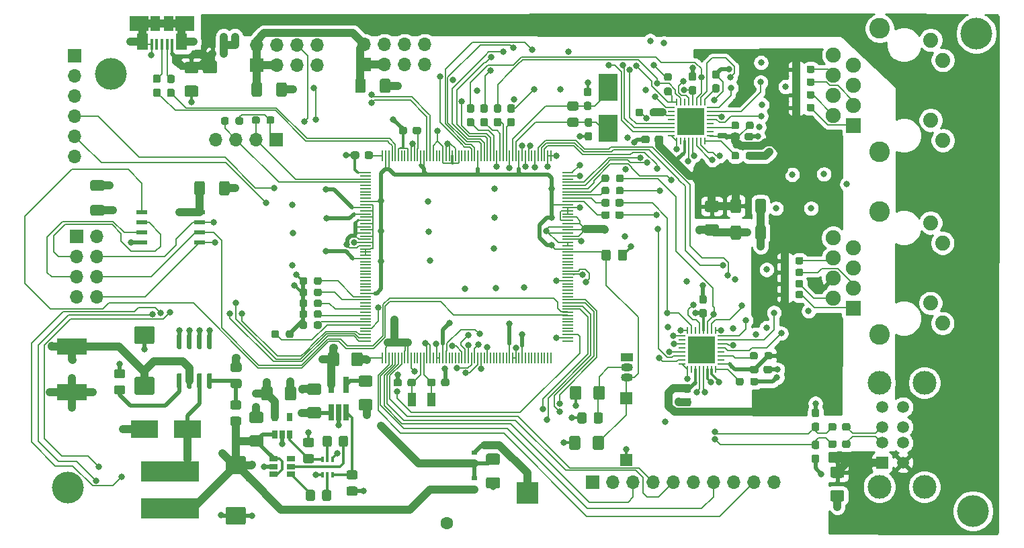
<source format=gbr>
G04 #@! TF.GenerationSoftware,KiCad,Pcbnew,5.1.10-88a1d61d58~90~ubuntu20.04.1*
G04 #@! TF.CreationDate,2021-09-12T22:34:26-04:00*
G04 #@! TF.ProjectId,UnwaryNuc,556e7761-7279-44e7-9563-2e6b69636164,rev?*
G04 #@! TF.SameCoordinates,Original*
G04 #@! TF.FileFunction,Copper,L1,Top*
G04 #@! TF.FilePolarity,Positive*
%FSLAX46Y46*%
G04 Gerber Fmt 4.6, Leading zero omitted, Abs format (unit mm)*
G04 Created by KiCad (PCBNEW 5.1.10-88a1d61d58~90~ubuntu20.04.1) date 2021-09-12 22:34:26*
%MOMM*%
%LPD*%
G01*
G04 APERTURE LIST*
G04 #@! TA.AperFunction,ComponentPad*
%ADD10O,1.700000X1.700000*%
G04 #@! TD*
G04 #@! TA.AperFunction,ComponentPad*
%ADD11R,1.700000X1.700000*%
G04 #@! TD*
G04 #@! TA.AperFunction,SMDPad,CuDef*
%ADD12R,1.473200X0.533400*%
G04 #@! TD*
G04 #@! TA.AperFunction,SMDPad,CuDef*
%ADD13R,1.500000X1.500000*%
G04 #@! TD*
G04 #@! TA.AperFunction,SMDPad,CuDef*
%ADD14R,0.600000X0.700000*%
G04 #@! TD*
G04 #@! TA.AperFunction,SMDPad,CuDef*
%ADD15R,0.700000X0.600000*%
G04 #@! TD*
G04 #@! TA.AperFunction,ComponentPad*
%ADD16C,1.600000*%
G04 #@! TD*
G04 #@! TA.AperFunction,ComponentPad*
%ADD17R,2.700000X2.700000*%
G04 #@! TD*
G04 #@! TA.AperFunction,ComponentPad*
%ADD18C,3.000000*%
G04 #@! TD*
G04 #@! TA.AperFunction,ComponentPad*
%ADD19R,1.500000X1.500000*%
G04 #@! TD*
G04 #@! TA.AperFunction,ComponentPad*
%ADD20C,1.500000*%
G04 #@! TD*
G04 #@! TA.AperFunction,SMDPad,CuDef*
%ADD21R,3.800000X2.000000*%
G04 #@! TD*
G04 #@! TA.AperFunction,ComponentPad*
%ADD22C,2.600000*%
G04 #@! TD*
G04 #@! TA.AperFunction,ComponentPad*
%ADD23C,1.890000*%
G04 #@! TD*
G04 #@! TA.AperFunction,ComponentPad*
%ADD24C,1.900000*%
G04 #@! TD*
G04 #@! TA.AperFunction,ComponentPad*
%ADD25R,1.900000X1.900000*%
G04 #@! TD*
G04 #@! TA.AperFunction,SMDPad,CuDef*
%ADD26R,1.175000X1.900000*%
G04 #@! TD*
G04 #@! TA.AperFunction,SMDPad,CuDef*
%ADD27R,2.375000X1.900000*%
G04 #@! TD*
G04 #@! TA.AperFunction,SMDPad,CuDef*
%ADD28R,1.475000X2.100000*%
G04 #@! TD*
G04 #@! TA.AperFunction,SMDPad,CuDef*
%ADD29R,0.450000X1.380000*%
G04 #@! TD*
G04 #@! TA.AperFunction,SMDPad,CuDef*
%ADD30R,0.650000X1.060000*%
G04 #@! TD*
G04 #@! TA.AperFunction,SMDPad,CuDef*
%ADD31R,1.060000X0.650000*%
G04 #@! TD*
G04 #@! TA.AperFunction,SMDPad,CuDef*
%ADD32R,0.400000X0.650000*%
G04 #@! TD*
G04 #@! TA.AperFunction,SMDPad,CuDef*
%ADD33R,2.400000X3.500000*%
G04 #@! TD*
G04 #@! TA.AperFunction,SMDPad,CuDef*
%ADD34R,1.000000X1.800000*%
G04 #@! TD*
G04 #@! TA.AperFunction,SMDPad,CuDef*
%ADD35R,0.650000X2.000000*%
G04 #@! TD*
G04 #@! TA.AperFunction,SMDPad,CuDef*
%ADD36R,3.403600X3.403600*%
G04 #@! TD*
G04 #@! TA.AperFunction,SMDPad,CuDef*
%ADD37R,0.254000X0.812800*%
G04 #@! TD*
G04 #@! TA.AperFunction,SMDPad,CuDef*
%ADD38R,0.812800X0.254000*%
G04 #@! TD*
G04 #@! TA.AperFunction,SMDPad,CuDef*
%ADD39R,0.228600X1.384300*%
G04 #@! TD*
G04 #@! TA.AperFunction,SMDPad,CuDef*
%ADD40R,1.384300X0.228600*%
G04 #@! TD*
G04 #@! TA.AperFunction,ComponentPad*
%ADD41R,1.500000X1.050000*%
G04 #@! TD*
G04 #@! TA.AperFunction,ComponentPad*
%ADD42O,1.500000X1.050000*%
G04 #@! TD*
G04 #@! TA.AperFunction,SMDPad,CuDef*
%ADD43R,7.300000X2.650000*%
G04 #@! TD*
G04 #@! TA.AperFunction,SMDPad,CuDef*
%ADD44R,3.500000X2.300000*%
G04 #@! TD*
G04 #@! TA.AperFunction,ViaPad*
%ADD45C,4.000000*%
G04 #@! TD*
G04 #@! TA.AperFunction,ViaPad*
%ADD46C,0.800000*%
G04 #@! TD*
G04 #@! TA.AperFunction,Conductor*
%ADD47C,0.508000*%
G04 #@! TD*
G04 #@! TA.AperFunction,Conductor*
%ADD48C,1.000000*%
G04 #@! TD*
G04 #@! TA.AperFunction,Conductor*
%ADD49C,0.300000*%
G04 #@! TD*
G04 #@! TA.AperFunction,Conductor*
%ADD50C,0.127000*%
G04 #@! TD*
G04 #@! TA.AperFunction,Conductor*
%ADD51C,0.200000*%
G04 #@! TD*
G04 #@! TA.AperFunction,Conductor*
%ADD52C,0.250000*%
G04 #@! TD*
G04 #@! TA.AperFunction,Conductor*
%ADD53C,0.254000*%
G04 #@! TD*
G04 #@! TA.AperFunction,Conductor*
%ADD54C,0.100000*%
G04 #@! TD*
G04 APERTURE END LIST*
D10*
X179019200Y-119430800D03*
X176479200Y-119430800D03*
X173939200Y-119430800D03*
X171399200Y-119430800D03*
X168859200Y-119430800D03*
X166319200Y-119430800D03*
X163779200Y-119430800D03*
X161239200Y-119430800D03*
X158699200Y-119430800D03*
D11*
X156159200Y-119430800D03*
D10*
X108712000Y-76200000D03*
X111252000Y-76200000D03*
X113792000Y-76200000D03*
D11*
X116332000Y-76200000D03*
G04 #@! TA.AperFunction,SMDPad,CuDef*
G36*
G01*
X111169000Y-74100700D02*
X111169000Y-73625700D01*
G75*
G02*
X111406500Y-73388200I237500J0D01*
G01*
X111906500Y-73388200D01*
G75*
G02*
X112144000Y-73625700I0J-237500D01*
G01*
X112144000Y-74100700D01*
G75*
G02*
X111906500Y-74338200I-237500J0D01*
G01*
X111406500Y-74338200D01*
G75*
G02*
X111169000Y-74100700I0J237500D01*
G01*
G37*
G04 #@! TD.AperFunction*
G04 #@! TA.AperFunction,SMDPad,CuDef*
G36*
G01*
X109344000Y-74100700D02*
X109344000Y-73625700D01*
G75*
G02*
X109581500Y-73388200I237500J0D01*
G01*
X110081500Y-73388200D01*
G75*
G02*
X110319000Y-73625700I0J-237500D01*
G01*
X110319000Y-74100700D01*
G75*
G02*
X110081500Y-74338200I-237500J0D01*
G01*
X109581500Y-74338200D01*
G75*
G02*
X109344000Y-74100700I0J237500D01*
G01*
G37*
G04 #@! TD.AperFunction*
G04 #@! TA.AperFunction,SMDPad,CuDef*
G36*
G01*
X115080600Y-73999100D02*
X115080600Y-73524100D01*
G75*
G02*
X115318100Y-73286600I237500J0D01*
G01*
X115818100Y-73286600D01*
G75*
G02*
X116055600Y-73524100I0J-237500D01*
G01*
X116055600Y-73999100D01*
G75*
G02*
X115818100Y-74236600I-237500J0D01*
G01*
X115318100Y-74236600D01*
G75*
G02*
X115080600Y-73999100I0J237500D01*
G01*
G37*
G04 #@! TD.AperFunction*
G04 #@! TA.AperFunction,SMDPad,CuDef*
G36*
G01*
X113255600Y-73999100D02*
X113255600Y-73524100D01*
G75*
G02*
X113493100Y-73286600I237500J0D01*
G01*
X113993100Y-73286600D01*
G75*
G02*
X114230600Y-73524100I0J-237500D01*
G01*
X114230600Y-73999100D01*
G75*
G02*
X113993100Y-74236600I-237500J0D01*
G01*
X113493100Y-74236600D01*
G75*
G02*
X113255600Y-73999100I0J237500D01*
G01*
G37*
G04 #@! TD.AperFunction*
D10*
X135026400Y-64211200D03*
X135026400Y-66751200D03*
X132486400Y-64211200D03*
X132486400Y-66751200D03*
X129946400Y-64211200D03*
X129946400Y-66751200D03*
X127406400Y-64211200D03*
D11*
X127406400Y-66751200D03*
D10*
X121462800Y-64312800D03*
X121462800Y-66852800D03*
X118922800Y-64312800D03*
X118922800Y-66852800D03*
X116382800Y-64312800D03*
X116382800Y-66852800D03*
X113842800Y-64312800D03*
D11*
X113842800Y-66852800D03*
G04 #@! TA.AperFunction,SMDPad,CuDef*
G36*
G01*
X129373200Y-70093601D02*
X129373200Y-68793599D01*
G75*
G02*
X129623199Y-68543600I249999J0D01*
G01*
X130448201Y-68543600D01*
G75*
G02*
X130698200Y-68793599I0J-249999D01*
G01*
X130698200Y-70093601D01*
G75*
G02*
X130448201Y-70343600I-249999J0D01*
G01*
X129623199Y-70343600D01*
G75*
G02*
X129373200Y-70093601I0J249999D01*
G01*
G37*
G04 #@! TD.AperFunction*
G04 #@! TA.AperFunction,SMDPad,CuDef*
G36*
G01*
X126248200Y-70093601D02*
X126248200Y-68793599D01*
G75*
G02*
X126498199Y-68543600I249999J0D01*
G01*
X127323201Y-68543600D01*
G75*
G02*
X127573200Y-68793599I0J-249999D01*
G01*
X127573200Y-70093601D01*
G75*
G02*
X127323201Y-70343600I-249999J0D01*
G01*
X126498199Y-70343600D01*
G75*
G02*
X126248200Y-70093601I0J249999D01*
G01*
G37*
G04 #@! TD.AperFunction*
G04 #@! TA.AperFunction,SMDPad,CuDef*
G36*
G01*
X116317600Y-70550801D02*
X116317600Y-69250799D01*
G75*
G02*
X116567599Y-69000800I249999J0D01*
G01*
X117392601Y-69000800D01*
G75*
G02*
X117642600Y-69250799I0J-249999D01*
G01*
X117642600Y-70550801D01*
G75*
G02*
X117392601Y-70800800I-249999J0D01*
G01*
X116567599Y-70800800D01*
G75*
G02*
X116317600Y-70550801I0J249999D01*
G01*
G37*
G04 #@! TD.AperFunction*
G04 #@! TA.AperFunction,SMDPad,CuDef*
G36*
G01*
X113192600Y-70550801D02*
X113192600Y-69250799D01*
G75*
G02*
X113442599Y-69000800I249999J0D01*
G01*
X114267601Y-69000800D01*
G75*
G02*
X114517600Y-69250799I0J-249999D01*
G01*
X114517600Y-70550801D01*
G75*
G02*
X114267601Y-70800800I-249999J0D01*
G01*
X113442599Y-70800800D01*
G75*
G02*
X113192600Y-70550801I0J249999D01*
G01*
G37*
G04 #@! TD.AperFunction*
G04 #@! TA.AperFunction,SMDPad,CuDef*
G36*
G01*
X162541400Y-72558900D02*
X162541400Y-73033900D01*
G75*
G02*
X162303900Y-73271400I-237500J0D01*
G01*
X161803900Y-73271400D01*
G75*
G02*
X161566400Y-73033900I0J237500D01*
G01*
X161566400Y-72558900D01*
G75*
G02*
X161803900Y-72321400I237500J0D01*
G01*
X162303900Y-72321400D01*
G75*
G02*
X162541400Y-72558900I0J-237500D01*
G01*
G37*
G04 #@! TD.AperFunction*
G04 #@! TA.AperFunction,SMDPad,CuDef*
G36*
G01*
X164366400Y-72558900D02*
X164366400Y-73033900D01*
G75*
G02*
X164128900Y-73271400I-237500J0D01*
G01*
X163628900Y-73271400D01*
G75*
G02*
X163391400Y-73033900I0J237500D01*
G01*
X163391400Y-72558900D01*
G75*
G02*
X163628900Y-72321400I237500J0D01*
G01*
X164128900Y-72321400D01*
G75*
G02*
X164366400Y-72558900I0J-237500D01*
G01*
G37*
G04 #@! TD.AperFunction*
D10*
X93675200Y-96062800D03*
X91135200Y-96062800D03*
X93675200Y-93522800D03*
X91135200Y-93522800D03*
X93675200Y-90982800D03*
X91135200Y-90982800D03*
X93675200Y-88442800D03*
D11*
X91135200Y-88442800D03*
G04 #@! TA.AperFunction,SMDPad,CuDef*
G36*
G01*
X94426801Y-82666000D02*
X93126799Y-82666000D01*
G75*
G02*
X92876800Y-82416001I0J249999D01*
G01*
X92876800Y-81590999D01*
G75*
G02*
X93126799Y-81341000I249999J0D01*
G01*
X94426801Y-81341000D01*
G75*
G02*
X94676800Y-81590999I0J-249999D01*
G01*
X94676800Y-82416001D01*
G75*
G02*
X94426801Y-82666000I-249999J0D01*
G01*
G37*
G04 #@! TD.AperFunction*
G04 #@! TA.AperFunction,SMDPad,CuDef*
G36*
G01*
X94426801Y-85791000D02*
X93126799Y-85791000D01*
G75*
G02*
X92876800Y-85541001I0J249999D01*
G01*
X92876800Y-84715999D01*
G75*
G02*
X93126799Y-84466000I249999J0D01*
G01*
X94426801Y-84466000D01*
G75*
G02*
X94676800Y-84715999I0J-249999D01*
G01*
X94676800Y-85541001D01*
G75*
G02*
X94426801Y-85791000I-249999J0D01*
G01*
G37*
G04 #@! TD.AperFunction*
D12*
X99391000Y-85387800D03*
X99391000Y-86657800D03*
X99391000Y-87927800D03*
X99391000Y-89197800D03*
X106630000Y-89197800D03*
X106630000Y-87927800D03*
X106630000Y-86657800D03*
X106630000Y-85387800D03*
G04 #@! TA.AperFunction,SMDPad,CuDef*
G36*
G01*
X109104000Y-82996801D02*
X109104000Y-81696799D01*
G75*
G02*
X109353999Y-81446800I249999J0D01*
G01*
X110179001Y-81446800D01*
G75*
G02*
X110429000Y-81696799I0J-249999D01*
G01*
X110429000Y-82996801D01*
G75*
G02*
X110179001Y-83246800I-249999J0D01*
G01*
X109353999Y-83246800D01*
G75*
G02*
X109104000Y-82996801I0J249999D01*
G01*
G37*
G04 #@! TD.AperFunction*
G04 #@! TA.AperFunction,SMDPad,CuDef*
G36*
G01*
X105979000Y-82996801D02*
X105979000Y-81696799D01*
G75*
G02*
X106228999Y-81446800I249999J0D01*
G01*
X107054001Y-81446800D01*
G75*
G02*
X107304000Y-81696799I0J-249999D01*
G01*
X107304000Y-82996801D01*
G75*
G02*
X107054001Y-83246800I-249999J0D01*
G01*
X106228999Y-83246800D01*
G75*
G02*
X105979000Y-82996801I0J249999D01*
G01*
G37*
G04 #@! TD.AperFunction*
G04 #@! TA.AperFunction,SMDPad,CuDef*
G36*
G01*
X168520100Y-69463800D02*
X168995100Y-69463800D01*
G75*
G02*
X169232600Y-69701300I0J-237500D01*
G01*
X169232600Y-70301300D01*
G75*
G02*
X168995100Y-70538800I-237500J0D01*
G01*
X168520100Y-70538800D01*
G75*
G02*
X168282600Y-70301300I0J237500D01*
G01*
X168282600Y-69701300D01*
G75*
G02*
X168520100Y-69463800I237500J0D01*
G01*
G37*
G04 #@! TD.AperFunction*
G04 #@! TA.AperFunction,SMDPad,CuDef*
G36*
G01*
X168520100Y-67738800D02*
X168995100Y-67738800D01*
G75*
G02*
X169232600Y-67976300I0J-237500D01*
G01*
X169232600Y-68576300D01*
G75*
G02*
X168995100Y-68813800I-237500J0D01*
G01*
X168520100Y-68813800D01*
G75*
G02*
X168282600Y-68576300I0J237500D01*
G01*
X168282600Y-67976300D01*
G75*
G02*
X168520100Y-67738800I237500J0D01*
G01*
G37*
G04 #@! TD.AperFunction*
G04 #@! TA.AperFunction,SMDPad,CuDef*
G36*
G01*
X120820601Y-114967600D02*
X119920599Y-114967600D01*
G75*
G02*
X119670600Y-114717601I0J249999D01*
G01*
X119670600Y-114067599D01*
G75*
G02*
X119920599Y-113817600I249999J0D01*
G01*
X120820601Y-113817600D01*
G75*
G02*
X121070600Y-114067599I0J-249999D01*
G01*
X121070600Y-114717601D01*
G75*
G02*
X120820601Y-114967600I-249999J0D01*
G01*
G37*
G04 #@! TD.AperFunction*
G04 #@! TA.AperFunction,SMDPad,CuDef*
G36*
G01*
X120820601Y-117017600D02*
X119920599Y-117017600D01*
G75*
G02*
X119670600Y-116767601I0J249999D01*
G01*
X119670600Y-116117599D01*
G75*
G02*
X119920599Y-115867600I249999J0D01*
G01*
X120820601Y-115867600D01*
G75*
G02*
X121070600Y-116117599I0J-249999D01*
G01*
X121070600Y-116767601D01*
G75*
G02*
X120820601Y-117017600I-249999J0D01*
G01*
G37*
G04 #@! TD.AperFunction*
G04 #@! TA.AperFunction,SMDPad,CuDef*
G36*
G01*
X125406999Y-119957000D02*
X126307001Y-119957000D01*
G75*
G02*
X126557000Y-120206999I0J-249999D01*
G01*
X126557000Y-120857001D01*
G75*
G02*
X126307001Y-121107000I-249999J0D01*
G01*
X125406999Y-121107000D01*
G75*
G02*
X125157000Y-120857001I0J249999D01*
G01*
X125157000Y-120206999D01*
G75*
G02*
X125406999Y-119957000I249999J0D01*
G01*
G37*
G04 #@! TD.AperFunction*
G04 #@! TA.AperFunction,SMDPad,CuDef*
G36*
G01*
X125406999Y-117907000D02*
X126307001Y-117907000D01*
G75*
G02*
X126557000Y-118156999I0J-249999D01*
G01*
X126557000Y-118807001D01*
G75*
G02*
X126307001Y-119057000I-249999J0D01*
G01*
X125406999Y-119057000D01*
G75*
G02*
X125157000Y-118807001I0J249999D01*
G01*
X125157000Y-118156999D01*
G75*
G02*
X125406999Y-117907000I249999J0D01*
G01*
G37*
G04 #@! TD.AperFunction*
G04 #@! TA.AperFunction,SMDPad,CuDef*
G36*
G01*
X180880200Y-91253300D02*
X180880200Y-91728300D01*
G75*
G02*
X180642700Y-91965800I-237500J0D01*
G01*
X180142700Y-91965800D01*
G75*
G02*
X179905200Y-91728300I0J237500D01*
G01*
X179905200Y-91253300D01*
G75*
G02*
X180142700Y-91015800I237500J0D01*
G01*
X180642700Y-91015800D01*
G75*
G02*
X180880200Y-91253300I0J-237500D01*
G01*
G37*
G04 #@! TD.AperFunction*
G04 #@! TA.AperFunction,SMDPad,CuDef*
G36*
G01*
X182705200Y-91253300D02*
X182705200Y-91728300D01*
G75*
G02*
X182467700Y-91965800I-237500J0D01*
G01*
X181967700Y-91965800D01*
G75*
G02*
X181730200Y-91728300I0J237500D01*
G01*
X181730200Y-91253300D01*
G75*
G02*
X181967700Y-91015800I237500J0D01*
G01*
X182467700Y-91015800D01*
G75*
G02*
X182705200Y-91253300I0J-237500D01*
G01*
G37*
G04 #@! TD.AperFunction*
G04 #@! TA.AperFunction,SMDPad,CuDef*
G36*
G01*
X182302600Y-67123300D02*
X182302600Y-67598300D01*
G75*
G02*
X182065100Y-67835800I-237500J0D01*
G01*
X181565100Y-67835800D01*
G75*
G02*
X181327600Y-67598300I0J237500D01*
G01*
X181327600Y-67123300D01*
G75*
G02*
X181565100Y-66885800I237500J0D01*
G01*
X182065100Y-66885800D01*
G75*
G02*
X182302600Y-67123300I0J-237500D01*
G01*
G37*
G04 #@! TD.AperFunction*
G04 #@! TA.AperFunction,SMDPad,CuDef*
G36*
G01*
X184127600Y-67123300D02*
X184127600Y-67598300D01*
G75*
G02*
X183890100Y-67835800I-237500J0D01*
G01*
X183390100Y-67835800D01*
G75*
G02*
X183152600Y-67598300I0J237500D01*
G01*
X183152600Y-67123300D01*
G75*
G02*
X183390100Y-66885800I237500J0D01*
G01*
X183890100Y-66885800D01*
G75*
G02*
X184127600Y-67123300I0J-237500D01*
G01*
G37*
G04 #@! TD.AperFunction*
G04 #@! TA.AperFunction,SMDPad,CuDef*
G36*
G01*
X180880200Y-92726500D02*
X180880200Y-93201500D01*
G75*
G02*
X180642700Y-93439000I-237500J0D01*
G01*
X180142700Y-93439000D01*
G75*
G02*
X179905200Y-93201500I0J237500D01*
G01*
X179905200Y-92726500D01*
G75*
G02*
X180142700Y-92489000I237500J0D01*
G01*
X180642700Y-92489000D01*
G75*
G02*
X180880200Y-92726500I0J-237500D01*
G01*
G37*
G04 #@! TD.AperFunction*
G04 #@! TA.AperFunction,SMDPad,CuDef*
G36*
G01*
X182705200Y-92726500D02*
X182705200Y-93201500D01*
G75*
G02*
X182467700Y-93439000I-237500J0D01*
G01*
X181967700Y-93439000D01*
G75*
G02*
X181730200Y-93201500I0J237500D01*
G01*
X181730200Y-92726500D01*
G75*
G02*
X181967700Y-92489000I237500J0D01*
G01*
X182467700Y-92489000D01*
G75*
G02*
X182705200Y-92726500I0J-237500D01*
G01*
G37*
G04 #@! TD.AperFunction*
G04 #@! TA.AperFunction,SMDPad,CuDef*
G36*
G01*
X182302600Y-70340632D02*
X182302600Y-70815632D01*
G75*
G02*
X182065100Y-71053132I-237500J0D01*
G01*
X181565100Y-71053132D01*
G75*
G02*
X181327600Y-70815632I0J237500D01*
G01*
X181327600Y-70340632D01*
G75*
G02*
X181565100Y-70103132I237500J0D01*
G01*
X182065100Y-70103132D01*
G75*
G02*
X182302600Y-70340632I0J-237500D01*
G01*
G37*
G04 #@! TD.AperFunction*
G04 #@! TA.AperFunction,SMDPad,CuDef*
G36*
G01*
X184127600Y-70340632D02*
X184127600Y-70815632D01*
G75*
G02*
X183890100Y-71053132I-237500J0D01*
G01*
X183390100Y-71053132D01*
G75*
G02*
X183152600Y-70815632I0J237500D01*
G01*
X183152600Y-70340632D01*
G75*
G02*
X183390100Y-70103132I237500J0D01*
G01*
X183890100Y-70103132D01*
G75*
G02*
X184127600Y-70340632I0J-237500D01*
G01*
G37*
G04 #@! TD.AperFunction*
G04 #@! TA.AperFunction,SMDPad,CuDef*
G36*
G01*
X180880200Y-94148900D02*
X180880200Y-94623900D01*
G75*
G02*
X180642700Y-94861400I-237500J0D01*
G01*
X180142700Y-94861400D01*
G75*
G02*
X179905200Y-94623900I0J237500D01*
G01*
X179905200Y-94148900D01*
G75*
G02*
X180142700Y-93911400I237500J0D01*
G01*
X180642700Y-93911400D01*
G75*
G02*
X180880200Y-94148900I0J-237500D01*
G01*
G37*
G04 #@! TD.AperFunction*
G04 #@! TA.AperFunction,SMDPad,CuDef*
G36*
G01*
X182705200Y-94148900D02*
X182705200Y-94623900D01*
G75*
G02*
X182467700Y-94861400I-237500J0D01*
G01*
X181967700Y-94861400D01*
G75*
G02*
X181730200Y-94623900I0J237500D01*
G01*
X181730200Y-94148900D01*
G75*
G02*
X181967700Y-93911400I237500J0D01*
G01*
X182467700Y-93911400D01*
G75*
G02*
X182705200Y-94148900I0J-237500D01*
G01*
G37*
G04 #@! TD.AperFunction*
G04 #@! TA.AperFunction,SMDPad,CuDef*
G36*
G01*
X182302600Y-68731966D02*
X182302600Y-69206966D01*
G75*
G02*
X182065100Y-69444466I-237500J0D01*
G01*
X181565100Y-69444466D01*
G75*
G02*
X181327600Y-69206966I0J237500D01*
G01*
X181327600Y-68731966D01*
G75*
G02*
X181565100Y-68494466I237500J0D01*
G01*
X182065100Y-68494466D01*
G75*
G02*
X182302600Y-68731966I0J-237500D01*
G01*
G37*
G04 #@! TD.AperFunction*
G04 #@! TA.AperFunction,SMDPad,CuDef*
G36*
G01*
X184127600Y-68731966D02*
X184127600Y-69206966D01*
G75*
G02*
X183890100Y-69444466I-237500J0D01*
G01*
X183390100Y-69444466D01*
G75*
G02*
X183152600Y-69206966I0J237500D01*
G01*
X183152600Y-68731966D01*
G75*
G02*
X183390100Y-68494466I237500J0D01*
G01*
X183890100Y-68494466D01*
G75*
G02*
X184127600Y-68731966I0J-237500D01*
G01*
G37*
G04 #@! TD.AperFunction*
G04 #@! TA.AperFunction,SMDPad,CuDef*
G36*
G01*
X180880200Y-95520500D02*
X180880200Y-95995500D01*
G75*
G02*
X180642700Y-96233000I-237500J0D01*
G01*
X180142700Y-96233000D01*
G75*
G02*
X179905200Y-95995500I0J237500D01*
G01*
X179905200Y-95520500D01*
G75*
G02*
X180142700Y-95283000I237500J0D01*
G01*
X180642700Y-95283000D01*
G75*
G02*
X180880200Y-95520500I0J-237500D01*
G01*
G37*
G04 #@! TD.AperFunction*
G04 #@! TA.AperFunction,SMDPad,CuDef*
G36*
G01*
X182705200Y-95520500D02*
X182705200Y-95995500D01*
G75*
G02*
X182467700Y-96233000I-237500J0D01*
G01*
X181967700Y-96233000D01*
G75*
G02*
X181730200Y-95995500I0J237500D01*
G01*
X181730200Y-95520500D01*
G75*
G02*
X181967700Y-95283000I237500J0D01*
G01*
X182467700Y-95283000D01*
G75*
G02*
X182705200Y-95520500I0J-237500D01*
G01*
G37*
G04 #@! TD.AperFunction*
G04 #@! TA.AperFunction,SMDPad,CuDef*
G36*
G01*
X182302600Y-71949300D02*
X182302600Y-72424300D01*
G75*
G02*
X182065100Y-72661800I-237500J0D01*
G01*
X181565100Y-72661800D01*
G75*
G02*
X181327600Y-72424300I0J237500D01*
G01*
X181327600Y-71949300D01*
G75*
G02*
X181565100Y-71711800I237500J0D01*
G01*
X182065100Y-71711800D01*
G75*
G02*
X182302600Y-71949300I0J-237500D01*
G01*
G37*
G04 #@! TD.AperFunction*
G04 #@! TA.AperFunction,SMDPad,CuDef*
G36*
G01*
X184127600Y-71949300D02*
X184127600Y-72424300D01*
G75*
G02*
X183890100Y-72661800I-237500J0D01*
G01*
X183390100Y-72661800D01*
G75*
G02*
X183152600Y-72424300I0J237500D01*
G01*
X183152600Y-71949300D01*
G75*
G02*
X183390100Y-71711800I237500J0D01*
G01*
X183890100Y-71711800D01*
G75*
G02*
X184127600Y-71949300I0J-237500D01*
G01*
G37*
G04 #@! TD.AperFunction*
G04 #@! TA.AperFunction,SMDPad,CuDef*
G36*
G01*
X176040600Y-106968300D02*
X176040600Y-106493300D01*
G75*
G02*
X176278100Y-106255800I237500J0D01*
G01*
X176778100Y-106255800D01*
G75*
G02*
X177015600Y-106493300I0J-237500D01*
G01*
X177015600Y-106968300D01*
G75*
G02*
X176778100Y-107205800I-237500J0D01*
G01*
X176278100Y-107205800D01*
G75*
G02*
X176040600Y-106968300I0J237500D01*
G01*
G37*
G04 #@! TD.AperFunction*
G04 #@! TA.AperFunction,SMDPad,CuDef*
G36*
G01*
X174215600Y-106968300D02*
X174215600Y-106493300D01*
G75*
G02*
X174453100Y-106255800I237500J0D01*
G01*
X174953100Y-106255800D01*
G75*
G02*
X175190600Y-106493300I0J-237500D01*
G01*
X175190600Y-106968300D01*
G75*
G02*
X174953100Y-107205800I-237500J0D01*
G01*
X174453100Y-107205800D01*
G75*
G02*
X174215600Y-106968300I0J237500D01*
G01*
G37*
G04 #@! TD.AperFunction*
G04 #@! TA.AperFunction,SMDPad,CuDef*
G36*
G01*
X175481800Y-78469500D02*
X175481800Y-77994500D01*
G75*
G02*
X175719300Y-77757000I237500J0D01*
G01*
X176219300Y-77757000D01*
G75*
G02*
X176456800Y-77994500I0J-237500D01*
G01*
X176456800Y-78469500D01*
G75*
G02*
X176219300Y-78707000I-237500J0D01*
G01*
X175719300Y-78707000D01*
G75*
G02*
X175481800Y-78469500I0J237500D01*
G01*
G37*
G04 #@! TD.AperFunction*
G04 #@! TA.AperFunction,SMDPad,CuDef*
G36*
G01*
X173656800Y-78469500D02*
X173656800Y-77994500D01*
G75*
G02*
X173894300Y-77757000I237500J0D01*
G01*
X174394300Y-77757000D01*
G75*
G02*
X174631800Y-77994500I0J-237500D01*
G01*
X174631800Y-78469500D01*
G75*
G02*
X174394300Y-78707000I-237500J0D01*
G01*
X173894300Y-78707000D01*
G75*
G02*
X173656800Y-78469500I0J237500D01*
G01*
G37*
G04 #@! TD.AperFunction*
G04 #@! TA.AperFunction,SMDPad,CuDef*
G36*
G01*
X177818600Y-103717100D02*
X177818600Y-103242100D01*
G75*
G02*
X178056100Y-103004600I237500J0D01*
G01*
X178556100Y-103004600D01*
G75*
G02*
X178793600Y-103242100I0J-237500D01*
G01*
X178793600Y-103717100D01*
G75*
G02*
X178556100Y-103954600I-237500J0D01*
G01*
X178056100Y-103954600D01*
G75*
G02*
X177818600Y-103717100I0J237500D01*
G01*
G37*
G04 #@! TD.AperFunction*
G04 #@! TA.AperFunction,SMDPad,CuDef*
G36*
G01*
X175993600Y-103717100D02*
X175993600Y-103242100D01*
G75*
G02*
X176231100Y-103004600I237500J0D01*
G01*
X176731100Y-103004600D01*
G75*
G02*
X176968600Y-103242100I0J-237500D01*
G01*
X176968600Y-103717100D01*
G75*
G02*
X176731100Y-103954600I-237500J0D01*
G01*
X176231100Y-103954600D01*
G75*
G02*
X175993600Y-103717100I0J237500D01*
G01*
G37*
G04 #@! TD.AperFunction*
G04 #@! TA.AperFunction,SMDPad,CuDef*
G36*
G01*
X175481800Y-74659500D02*
X175481800Y-74184500D01*
G75*
G02*
X175719300Y-73947000I237500J0D01*
G01*
X176219300Y-73947000D01*
G75*
G02*
X176456800Y-74184500I0J-237500D01*
G01*
X176456800Y-74659500D01*
G75*
G02*
X176219300Y-74897000I-237500J0D01*
G01*
X175719300Y-74897000D01*
G75*
G02*
X175481800Y-74659500I0J237500D01*
G01*
G37*
G04 #@! TD.AperFunction*
G04 #@! TA.AperFunction,SMDPad,CuDef*
G36*
G01*
X173656800Y-74659500D02*
X173656800Y-74184500D01*
G75*
G02*
X173894300Y-73947000I237500J0D01*
G01*
X174394300Y-73947000D01*
G75*
G02*
X174631800Y-74184500I0J-237500D01*
G01*
X174631800Y-74659500D01*
G75*
G02*
X174394300Y-74897000I-237500J0D01*
G01*
X173894300Y-74897000D01*
G75*
G02*
X173656800Y-74659500I0J237500D01*
G01*
G37*
G04 #@! TD.AperFunction*
G04 #@! TA.AperFunction,SMDPad,CuDef*
G36*
G01*
X165896300Y-68815400D02*
X165421300Y-68815400D01*
G75*
G02*
X165183800Y-68577900I0J237500D01*
G01*
X165183800Y-68077900D01*
G75*
G02*
X165421300Y-67840400I237500J0D01*
G01*
X165896300Y-67840400D01*
G75*
G02*
X166133800Y-68077900I0J-237500D01*
G01*
X166133800Y-68577900D01*
G75*
G02*
X165896300Y-68815400I-237500J0D01*
G01*
G37*
G04 #@! TD.AperFunction*
G04 #@! TA.AperFunction,SMDPad,CuDef*
G36*
G01*
X165896300Y-70640400D02*
X165421300Y-70640400D01*
G75*
G02*
X165183800Y-70402900I0J237500D01*
G01*
X165183800Y-69902900D01*
G75*
G02*
X165421300Y-69665400I237500J0D01*
G01*
X165896300Y-69665400D01*
G75*
G02*
X166133800Y-69902900I0J-237500D01*
G01*
X166133800Y-70402900D01*
G75*
G02*
X165896300Y-70640400I-237500J0D01*
G01*
G37*
G04 #@! TD.AperFunction*
G04 #@! TA.AperFunction,SMDPad,CuDef*
G36*
G01*
X159098800Y-81339700D02*
X159098800Y-80864700D01*
G75*
G02*
X159336300Y-80627200I237500J0D01*
G01*
X159836300Y-80627200D01*
G75*
G02*
X160073800Y-80864700I0J-237500D01*
G01*
X160073800Y-81339700D01*
G75*
G02*
X159836300Y-81577200I-237500J0D01*
G01*
X159336300Y-81577200D01*
G75*
G02*
X159098800Y-81339700I0J237500D01*
G01*
G37*
G04 #@! TD.AperFunction*
G04 #@! TA.AperFunction,SMDPad,CuDef*
G36*
G01*
X157273800Y-81339700D02*
X157273800Y-80864700D01*
G75*
G02*
X157511300Y-80627200I237500J0D01*
G01*
X158011300Y-80627200D01*
G75*
G02*
X158248800Y-80864700I0J-237500D01*
G01*
X158248800Y-81339700D01*
G75*
G02*
X158011300Y-81577200I-237500J0D01*
G01*
X157511300Y-81577200D01*
G75*
G02*
X157273800Y-81339700I0J237500D01*
G01*
G37*
G04 #@! TD.AperFunction*
G04 #@! TA.AperFunction,SMDPad,CuDef*
G36*
G01*
X159098800Y-82880633D02*
X159098800Y-82405633D01*
G75*
G02*
X159336300Y-82168133I237500J0D01*
G01*
X159836300Y-82168133D01*
G75*
G02*
X160073800Y-82405633I0J-237500D01*
G01*
X160073800Y-82880633D01*
G75*
G02*
X159836300Y-83118133I-237500J0D01*
G01*
X159336300Y-83118133D01*
G75*
G02*
X159098800Y-82880633I0J237500D01*
G01*
G37*
G04 #@! TD.AperFunction*
G04 #@! TA.AperFunction,SMDPad,CuDef*
G36*
G01*
X157273800Y-82880633D02*
X157273800Y-82405633D01*
G75*
G02*
X157511300Y-82168133I237500J0D01*
G01*
X158011300Y-82168133D01*
G75*
G02*
X158248800Y-82405633I0J-237500D01*
G01*
X158248800Y-82880633D01*
G75*
G02*
X158011300Y-83118133I-237500J0D01*
G01*
X157511300Y-83118133D01*
G75*
G02*
X157273800Y-82880633I0J237500D01*
G01*
G37*
G04 #@! TD.AperFunction*
G04 #@! TA.AperFunction,SMDPad,CuDef*
G36*
G01*
X116669000Y-100498900D02*
X116669000Y-100973900D01*
G75*
G02*
X116431500Y-101211400I-237500J0D01*
G01*
X115931500Y-101211400D01*
G75*
G02*
X115694000Y-100973900I0J237500D01*
G01*
X115694000Y-100498900D01*
G75*
G02*
X115931500Y-100261400I237500J0D01*
G01*
X116431500Y-100261400D01*
G75*
G02*
X116669000Y-100498900I0J-237500D01*
G01*
G37*
G04 #@! TD.AperFunction*
G04 #@! TA.AperFunction,SMDPad,CuDef*
G36*
G01*
X118494000Y-100498900D02*
X118494000Y-100973900D01*
G75*
G02*
X118256500Y-101211400I-237500J0D01*
G01*
X117756500Y-101211400D01*
G75*
G02*
X117519000Y-100973900I0J237500D01*
G01*
X117519000Y-100498900D01*
G75*
G02*
X117756500Y-100261400I237500J0D01*
G01*
X118256500Y-100261400D01*
G75*
G02*
X118494000Y-100498900I0J-237500D01*
G01*
G37*
G04 #@! TD.AperFunction*
G04 #@! TA.AperFunction,SMDPad,CuDef*
G36*
G01*
X121049600Y-99830900D02*
X121049600Y-99355900D01*
G75*
G02*
X121287100Y-99118400I237500J0D01*
G01*
X121787100Y-99118400D01*
G75*
G02*
X122024600Y-99355900I0J-237500D01*
G01*
X122024600Y-99830900D01*
G75*
G02*
X121787100Y-100068400I-237500J0D01*
G01*
X121287100Y-100068400D01*
G75*
G02*
X121049600Y-99830900I0J237500D01*
G01*
G37*
G04 #@! TD.AperFunction*
G04 #@! TA.AperFunction,SMDPad,CuDef*
G36*
G01*
X119224600Y-99830900D02*
X119224600Y-99355900D01*
G75*
G02*
X119462100Y-99118400I237500J0D01*
G01*
X119962100Y-99118400D01*
G75*
G02*
X120199600Y-99355900I0J-237500D01*
G01*
X120199600Y-99830900D01*
G75*
G02*
X119962100Y-100068400I-237500J0D01*
G01*
X119462100Y-100068400D01*
G75*
G02*
X119224600Y-99830900I0J237500D01*
G01*
G37*
G04 #@! TD.AperFunction*
G04 #@! TA.AperFunction,SMDPad,CuDef*
G36*
G01*
X121049600Y-98459300D02*
X121049600Y-97984300D01*
G75*
G02*
X121287100Y-97746800I237500J0D01*
G01*
X121787100Y-97746800D01*
G75*
G02*
X122024600Y-97984300I0J-237500D01*
G01*
X122024600Y-98459300D01*
G75*
G02*
X121787100Y-98696800I-237500J0D01*
G01*
X121287100Y-98696800D01*
G75*
G02*
X121049600Y-98459300I0J237500D01*
G01*
G37*
G04 #@! TD.AperFunction*
G04 #@! TA.AperFunction,SMDPad,CuDef*
G36*
G01*
X119224600Y-98459300D02*
X119224600Y-97984300D01*
G75*
G02*
X119462100Y-97746800I237500J0D01*
G01*
X119962100Y-97746800D01*
G75*
G02*
X120199600Y-97984300I0J-237500D01*
G01*
X120199600Y-98459300D01*
G75*
G02*
X119962100Y-98696800I-237500J0D01*
G01*
X119462100Y-98696800D01*
G75*
G02*
X119224600Y-98459300I0J237500D01*
G01*
G37*
G04 #@! TD.AperFunction*
G04 #@! TA.AperFunction,SMDPad,CuDef*
G36*
G01*
X121049600Y-97087700D02*
X121049600Y-96612700D01*
G75*
G02*
X121287100Y-96375200I237500J0D01*
G01*
X121787100Y-96375200D01*
G75*
G02*
X122024600Y-96612700I0J-237500D01*
G01*
X122024600Y-97087700D01*
G75*
G02*
X121787100Y-97325200I-237500J0D01*
G01*
X121287100Y-97325200D01*
G75*
G02*
X121049600Y-97087700I0J237500D01*
G01*
G37*
G04 #@! TD.AperFunction*
G04 #@! TA.AperFunction,SMDPad,CuDef*
G36*
G01*
X119224600Y-97087700D02*
X119224600Y-96612700D01*
G75*
G02*
X119462100Y-96375200I237500J0D01*
G01*
X119962100Y-96375200D01*
G75*
G02*
X120199600Y-96612700I0J-237500D01*
G01*
X120199600Y-97087700D01*
G75*
G02*
X119962100Y-97325200I-237500J0D01*
G01*
X119462100Y-97325200D01*
G75*
G02*
X119224600Y-97087700I0J237500D01*
G01*
G37*
G04 #@! TD.AperFunction*
G04 #@! TA.AperFunction,SMDPad,CuDef*
G36*
G01*
X121049600Y-95716100D02*
X121049600Y-95241100D01*
G75*
G02*
X121287100Y-95003600I237500J0D01*
G01*
X121787100Y-95003600D01*
G75*
G02*
X122024600Y-95241100I0J-237500D01*
G01*
X122024600Y-95716100D01*
G75*
G02*
X121787100Y-95953600I-237500J0D01*
G01*
X121287100Y-95953600D01*
G75*
G02*
X121049600Y-95716100I0J237500D01*
G01*
G37*
G04 #@! TD.AperFunction*
G04 #@! TA.AperFunction,SMDPad,CuDef*
G36*
G01*
X119224600Y-95716100D02*
X119224600Y-95241100D01*
G75*
G02*
X119462100Y-95003600I237500J0D01*
G01*
X119962100Y-95003600D01*
G75*
G02*
X120199600Y-95241100I0J-237500D01*
G01*
X120199600Y-95716100D01*
G75*
G02*
X119962100Y-95953600I-237500J0D01*
G01*
X119462100Y-95953600D01*
G75*
G02*
X119224600Y-95716100I0J237500D01*
G01*
G37*
G04 #@! TD.AperFunction*
G04 #@! TA.AperFunction,SMDPad,CuDef*
G36*
G01*
X121049600Y-94268300D02*
X121049600Y-93793300D01*
G75*
G02*
X121287100Y-93555800I237500J0D01*
G01*
X121787100Y-93555800D01*
G75*
G02*
X122024600Y-93793300I0J-237500D01*
G01*
X122024600Y-94268300D01*
G75*
G02*
X121787100Y-94505800I-237500J0D01*
G01*
X121287100Y-94505800D01*
G75*
G02*
X121049600Y-94268300I0J237500D01*
G01*
G37*
G04 #@! TD.AperFunction*
G04 #@! TA.AperFunction,SMDPad,CuDef*
G36*
G01*
X119224600Y-94268300D02*
X119224600Y-93793300D01*
G75*
G02*
X119462100Y-93555800I237500J0D01*
G01*
X119962100Y-93555800D01*
G75*
G02*
X120199600Y-93793300I0J-237500D01*
G01*
X120199600Y-94268300D01*
G75*
G02*
X119962100Y-94505800I-237500J0D01*
G01*
X119462100Y-94505800D01*
G75*
G02*
X119224600Y-94268300I0J237500D01*
G01*
G37*
G04 #@! TD.AperFunction*
G04 #@! TA.AperFunction,SMDPad,CuDef*
G36*
G01*
X167859700Y-108783000D02*
X168334700Y-108783000D01*
G75*
G02*
X168572200Y-109020500I0J-237500D01*
G01*
X168572200Y-109620500D01*
G75*
G02*
X168334700Y-109858000I-237500J0D01*
G01*
X167859700Y-109858000D01*
G75*
G02*
X167622200Y-109620500I0J237500D01*
G01*
X167622200Y-109020500D01*
G75*
G02*
X167859700Y-108783000I237500J0D01*
G01*
G37*
G04 #@! TD.AperFunction*
G04 #@! TA.AperFunction,SMDPad,CuDef*
G36*
G01*
X167859700Y-107058000D02*
X168334700Y-107058000D01*
G75*
G02*
X168572200Y-107295500I0J-237500D01*
G01*
X168572200Y-107895500D01*
G75*
G02*
X168334700Y-108133000I-237500J0D01*
G01*
X167859700Y-108133000D01*
G75*
G02*
X167622200Y-107895500I0J237500D01*
G01*
X167622200Y-107295500D01*
G75*
G02*
X167859700Y-107058000I237500J0D01*
G01*
G37*
G04 #@! TD.AperFunction*
G04 #@! TA.AperFunction,SMDPad,CuDef*
G36*
G01*
X169840900Y-97556200D02*
X170315900Y-97556200D01*
G75*
G02*
X170553400Y-97793700I0J-237500D01*
G01*
X170553400Y-98393700D01*
G75*
G02*
X170315900Y-98631200I-237500J0D01*
G01*
X169840900Y-98631200D01*
G75*
G02*
X169603400Y-98393700I0J237500D01*
G01*
X169603400Y-97793700D01*
G75*
G02*
X169840900Y-97556200I237500J0D01*
G01*
G37*
G04 #@! TD.AperFunction*
G04 #@! TA.AperFunction,SMDPad,CuDef*
G36*
G01*
X169840900Y-95831200D02*
X170315900Y-95831200D01*
G75*
G02*
X170553400Y-96068700I0J-237500D01*
G01*
X170553400Y-96668700D01*
G75*
G02*
X170315900Y-96906200I-237500J0D01*
G01*
X169840900Y-96906200D01*
G75*
G02*
X169603400Y-96668700I0J237500D01*
G01*
X169603400Y-96068700D01*
G75*
G02*
X169840900Y-95831200I237500J0D01*
G01*
G37*
G04 #@! TD.AperFunction*
G04 #@! TA.AperFunction,SMDPad,CuDef*
G36*
G01*
X163353700Y-75962500D02*
X163353700Y-76437500D01*
G75*
G02*
X163116200Y-76675000I-237500J0D01*
G01*
X162516200Y-76675000D01*
G75*
G02*
X162278700Y-76437500I0J237500D01*
G01*
X162278700Y-75962500D01*
G75*
G02*
X162516200Y-75725000I237500J0D01*
G01*
X163116200Y-75725000D01*
G75*
G02*
X163353700Y-75962500I0J-237500D01*
G01*
G37*
G04 #@! TD.AperFunction*
G04 #@! TA.AperFunction,SMDPad,CuDef*
G36*
G01*
X165078700Y-75962500D02*
X165078700Y-76437500D01*
G75*
G02*
X164841200Y-76675000I-237500J0D01*
G01*
X164241200Y-76675000D01*
G75*
G02*
X164003700Y-76437500I0J237500D01*
G01*
X164003700Y-75962500D01*
G75*
G02*
X164241200Y-75725000I237500J0D01*
G01*
X164841200Y-75725000D01*
G75*
G02*
X165078700Y-75962500I0J-237500D01*
G01*
G37*
G04 #@! TD.AperFunction*
G04 #@! TA.AperFunction,SMDPad,CuDef*
G36*
G01*
X176668000Y-85232001D02*
X176668000Y-83931999D01*
G75*
G02*
X176917999Y-83682000I249999J0D01*
G01*
X177743001Y-83682000D01*
G75*
G02*
X177993000Y-83931999I0J-249999D01*
G01*
X177993000Y-85232001D01*
G75*
G02*
X177743001Y-85482000I-249999J0D01*
G01*
X176917999Y-85482000D01*
G75*
G02*
X176668000Y-85232001I0J249999D01*
G01*
G37*
G04 #@! TD.AperFunction*
G04 #@! TA.AperFunction,SMDPad,CuDef*
G36*
G01*
X173543000Y-85232001D02*
X173543000Y-83931999D01*
G75*
G02*
X173792999Y-83682000I249999J0D01*
G01*
X174618001Y-83682000D01*
G75*
G02*
X174868000Y-83931999I0J-249999D01*
G01*
X174868000Y-85232001D01*
G75*
G02*
X174618001Y-85482000I-249999J0D01*
G01*
X173792999Y-85482000D01*
G75*
G02*
X173543000Y-85232001I0J249999D01*
G01*
G37*
G04 #@! TD.AperFunction*
G04 #@! TA.AperFunction,SMDPad,CuDef*
G36*
G01*
X176680300Y-88584801D02*
X176680300Y-87284799D01*
G75*
G02*
X176930299Y-87034800I249999J0D01*
G01*
X177755301Y-87034800D01*
G75*
G02*
X178005300Y-87284799I0J-249999D01*
G01*
X178005300Y-88584801D01*
G75*
G02*
X177755301Y-88834800I-249999J0D01*
G01*
X176930299Y-88834800D01*
G75*
G02*
X176680300Y-88584801I0J249999D01*
G01*
G37*
G04 #@! TD.AperFunction*
G04 #@! TA.AperFunction,SMDPad,CuDef*
G36*
G01*
X173555300Y-88584801D02*
X173555300Y-87284799D01*
G75*
G02*
X173805299Y-87034800I249999J0D01*
G01*
X174630301Y-87034800D01*
G75*
G02*
X174880300Y-87284799I0J-249999D01*
G01*
X174880300Y-88584801D01*
G75*
G02*
X174630301Y-88834800I-249999J0D01*
G01*
X173805299Y-88834800D01*
G75*
G02*
X173555300Y-88584801I0J249999D01*
G01*
G37*
G04 #@! TD.AperFunction*
G04 #@! TA.AperFunction,SMDPad,CuDef*
G36*
G01*
X177068600Y-104969300D02*
X177068600Y-105444300D01*
G75*
G02*
X176831100Y-105681800I-237500J0D01*
G01*
X176231100Y-105681800D01*
G75*
G02*
X175993600Y-105444300I0J237500D01*
G01*
X175993600Y-104969300D01*
G75*
G02*
X176231100Y-104731800I237500J0D01*
G01*
X176831100Y-104731800D01*
G75*
G02*
X177068600Y-104969300I0J-237500D01*
G01*
G37*
G04 #@! TD.AperFunction*
G04 #@! TA.AperFunction,SMDPad,CuDef*
G36*
G01*
X178793600Y-104969300D02*
X178793600Y-105444300D01*
G75*
G02*
X178556100Y-105681800I-237500J0D01*
G01*
X177956100Y-105681800D01*
G75*
G02*
X177718600Y-105444300I0J237500D01*
G01*
X177718600Y-104969300D01*
G75*
G02*
X177956100Y-104731800I237500J0D01*
G01*
X178556100Y-104731800D01*
G75*
G02*
X178793600Y-104969300I0J-237500D01*
G01*
G37*
G04 #@! TD.AperFunction*
G04 #@! TA.AperFunction,SMDPad,CuDef*
G36*
G01*
X174681000Y-75606900D02*
X174681000Y-76081900D01*
G75*
G02*
X174443500Y-76319400I-237500J0D01*
G01*
X173843500Y-76319400D01*
G75*
G02*
X173606000Y-76081900I0J237500D01*
G01*
X173606000Y-75606900D01*
G75*
G02*
X173843500Y-75369400I237500J0D01*
G01*
X174443500Y-75369400D01*
G75*
G02*
X174681000Y-75606900I0J-237500D01*
G01*
G37*
G04 #@! TD.AperFunction*
G04 #@! TA.AperFunction,SMDPad,CuDef*
G36*
G01*
X176406000Y-75606900D02*
X176406000Y-76081900D01*
G75*
G02*
X176168500Y-76319400I-237500J0D01*
G01*
X175568500Y-76319400D01*
G75*
G02*
X175331000Y-76081900I0J237500D01*
G01*
X175331000Y-75606900D01*
G75*
G02*
X175568500Y-75369400I237500J0D01*
G01*
X176168500Y-75369400D01*
G75*
G02*
X176406000Y-75606900I0J-237500D01*
G01*
G37*
G04 #@! TD.AperFunction*
G04 #@! TA.AperFunction,SMDPad,CuDef*
G36*
G01*
X170571000Y-86881000D02*
X171821000Y-86881000D01*
G75*
G02*
X172071000Y-87131000I0J-250000D01*
G01*
X172071000Y-88056000D01*
G75*
G02*
X171821000Y-88306000I-250000J0D01*
G01*
X170571000Y-88306000D01*
G75*
G02*
X170321000Y-88056000I0J250000D01*
G01*
X170321000Y-87131000D01*
G75*
G02*
X170571000Y-86881000I250000J0D01*
G01*
G37*
G04 #@! TD.AperFunction*
G04 #@! TA.AperFunction,SMDPad,CuDef*
G36*
G01*
X170571000Y-83906000D02*
X171821000Y-83906000D01*
G75*
G02*
X172071000Y-84156000I0J-250000D01*
G01*
X172071000Y-85081000D01*
G75*
G02*
X171821000Y-85331000I-250000J0D01*
G01*
X170571000Y-85331000D01*
G75*
G02*
X170321000Y-85081000I0J250000D01*
G01*
X170321000Y-84156000D01*
G75*
G02*
X170571000Y-83906000I250000J0D01*
G01*
G37*
G04 #@! TD.AperFunction*
G04 #@! TA.AperFunction,SMDPad,CuDef*
G36*
G01*
X171941500Y-68534800D02*
X171466500Y-68534800D01*
G75*
G02*
X171229000Y-68297300I0J237500D01*
G01*
X171229000Y-67722300D01*
G75*
G02*
X171466500Y-67484800I237500J0D01*
G01*
X171941500Y-67484800D01*
G75*
G02*
X172179000Y-67722300I0J-237500D01*
G01*
X172179000Y-68297300D01*
G75*
G02*
X171941500Y-68534800I-237500J0D01*
G01*
G37*
G04 #@! TD.AperFunction*
G04 #@! TA.AperFunction,SMDPad,CuDef*
G36*
G01*
X171941500Y-70284800D02*
X171466500Y-70284800D01*
G75*
G02*
X171229000Y-70047300I0J237500D01*
G01*
X171229000Y-69472300D01*
G75*
G02*
X171466500Y-69234800I237500J0D01*
G01*
X171941500Y-69234800D01*
G75*
G02*
X172179000Y-69472300I0J-237500D01*
G01*
X172179000Y-70047300D01*
G75*
G02*
X171941500Y-70284800I-237500J0D01*
G01*
G37*
G04 #@! TD.AperFunction*
G04 #@! TA.AperFunction,SMDPad,CuDef*
G36*
G01*
X159023800Y-84421566D02*
X159023800Y-83946566D01*
G75*
G02*
X159261300Y-83709066I237500J0D01*
G01*
X159836300Y-83709066D01*
G75*
G02*
X160073800Y-83946566I0J-237500D01*
G01*
X160073800Y-84421566D01*
G75*
G02*
X159836300Y-84659066I-237500J0D01*
G01*
X159261300Y-84659066D01*
G75*
G02*
X159023800Y-84421566I0J237500D01*
G01*
G37*
G04 #@! TD.AperFunction*
G04 #@! TA.AperFunction,SMDPad,CuDef*
G36*
G01*
X157273800Y-84421566D02*
X157273800Y-83946566D01*
G75*
G02*
X157511300Y-83709066I237500J0D01*
G01*
X158086300Y-83709066D01*
G75*
G02*
X158323800Y-83946566I0J-237500D01*
G01*
X158323800Y-84421566D01*
G75*
G02*
X158086300Y-84659066I-237500J0D01*
G01*
X157511300Y-84659066D01*
G75*
G02*
X157273800Y-84421566I0J237500D01*
G01*
G37*
G04 #@! TD.AperFunction*
G04 #@! TA.AperFunction,SMDPad,CuDef*
G36*
G01*
X159023800Y-85962500D02*
X159023800Y-85487500D01*
G75*
G02*
X159261300Y-85250000I237500J0D01*
G01*
X159836300Y-85250000D01*
G75*
G02*
X160073800Y-85487500I0J-237500D01*
G01*
X160073800Y-85962500D01*
G75*
G02*
X159836300Y-86200000I-237500J0D01*
G01*
X159261300Y-86200000D01*
G75*
G02*
X159023800Y-85962500I0J237500D01*
G01*
G37*
G04 #@! TD.AperFunction*
G04 #@! TA.AperFunction,SMDPad,CuDef*
G36*
G01*
X157273800Y-85962500D02*
X157273800Y-85487500D01*
G75*
G02*
X157511300Y-85250000I237500J0D01*
G01*
X158086300Y-85250000D01*
G75*
G02*
X158323800Y-85487500I0J-237500D01*
G01*
X158323800Y-85962500D01*
G75*
G02*
X158086300Y-86200000I-237500J0D01*
G01*
X157511300Y-86200000D01*
G75*
G02*
X157273800Y-85962500I0J237500D01*
G01*
G37*
G04 #@! TD.AperFunction*
G04 #@! TA.AperFunction,SMDPad,CuDef*
G36*
G01*
X141030100Y-72815000D02*
X140555100Y-72815000D01*
G75*
G02*
X140317600Y-72577500I0J237500D01*
G01*
X140317600Y-72002500D01*
G75*
G02*
X140555100Y-71765000I237500J0D01*
G01*
X141030100Y-71765000D01*
G75*
G02*
X141267600Y-72002500I0J-237500D01*
G01*
X141267600Y-72577500D01*
G75*
G02*
X141030100Y-72815000I-237500J0D01*
G01*
G37*
G04 #@! TD.AperFunction*
G04 #@! TA.AperFunction,SMDPad,CuDef*
G36*
G01*
X141030100Y-74565000D02*
X140555100Y-74565000D01*
G75*
G02*
X140317600Y-74327500I0J237500D01*
G01*
X140317600Y-73752500D01*
G75*
G02*
X140555100Y-73515000I237500J0D01*
G01*
X141030100Y-73515000D01*
G75*
G02*
X141267600Y-73752500I0J-237500D01*
G01*
X141267600Y-74327500D01*
G75*
G02*
X141030100Y-74565000I-237500J0D01*
G01*
G37*
G04 #@! TD.AperFunction*
G04 #@! TA.AperFunction,SMDPad,CuDef*
G36*
G01*
X142730100Y-72815000D02*
X142255100Y-72815000D01*
G75*
G02*
X142017600Y-72577500I0J237500D01*
G01*
X142017600Y-72002500D01*
G75*
G02*
X142255100Y-71765000I237500J0D01*
G01*
X142730100Y-71765000D01*
G75*
G02*
X142967600Y-72002500I0J-237500D01*
G01*
X142967600Y-72577500D01*
G75*
G02*
X142730100Y-72815000I-237500J0D01*
G01*
G37*
G04 #@! TD.AperFunction*
G04 #@! TA.AperFunction,SMDPad,CuDef*
G36*
G01*
X142730100Y-74565000D02*
X142255100Y-74565000D01*
G75*
G02*
X142017600Y-74327500I0J237500D01*
G01*
X142017600Y-73752500D01*
G75*
G02*
X142255100Y-73515000I237500J0D01*
G01*
X142730100Y-73515000D01*
G75*
G02*
X142967600Y-73752500I0J-237500D01*
G01*
X142967600Y-74327500D01*
G75*
G02*
X142730100Y-74565000I-237500J0D01*
G01*
G37*
G04 #@! TD.AperFunction*
G04 #@! TA.AperFunction,SMDPad,CuDef*
G36*
G01*
X144430100Y-72815000D02*
X143955100Y-72815000D01*
G75*
G02*
X143717600Y-72577500I0J237500D01*
G01*
X143717600Y-72002500D01*
G75*
G02*
X143955100Y-71765000I237500J0D01*
G01*
X144430100Y-71765000D01*
G75*
G02*
X144667600Y-72002500I0J-237500D01*
G01*
X144667600Y-72577500D01*
G75*
G02*
X144430100Y-72815000I-237500J0D01*
G01*
G37*
G04 #@! TD.AperFunction*
G04 #@! TA.AperFunction,SMDPad,CuDef*
G36*
G01*
X144430100Y-74565000D02*
X143955100Y-74565000D01*
G75*
G02*
X143717600Y-74327500I0J237500D01*
G01*
X143717600Y-73752500D01*
G75*
G02*
X143955100Y-73515000I237500J0D01*
G01*
X144430100Y-73515000D01*
G75*
G02*
X144667600Y-73752500I0J-237500D01*
G01*
X144667600Y-74327500D01*
G75*
G02*
X144430100Y-74565000I-237500J0D01*
G01*
G37*
G04 #@! TD.AperFunction*
G04 #@! TA.AperFunction,SMDPad,CuDef*
G36*
G01*
X146130100Y-72815000D02*
X145655100Y-72815000D01*
G75*
G02*
X145417600Y-72577500I0J237500D01*
G01*
X145417600Y-72002500D01*
G75*
G02*
X145655100Y-71765000I237500J0D01*
G01*
X146130100Y-71765000D01*
G75*
G02*
X146367600Y-72002500I0J-237500D01*
G01*
X146367600Y-72577500D01*
G75*
G02*
X146130100Y-72815000I-237500J0D01*
G01*
G37*
G04 #@! TD.AperFunction*
G04 #@! TA.AperFunction,SMDPad,CuDef*
G36*
G01*
X146130100Y-74565000D02*
X145655100Y-74565000D01*
G75*
G02*
X145417600Y-74327500I0J237500D01*
G01*
X145417600Y-73752500D01*
G75*
G02*
X145655100Y-73515000I237500J0D01*
G01*
X146130100Y-73515000D01*
G75*
G02*
X146367600Y-73752500I0J-237500D01*
G01*
X146367600Y-74327500D01*
G75*
G02*
X146130100Y-74565000I-237500J0D01*
G01*
G37*
G04 #@! TD.AperFunction*
D13*
X160426400Y-116625200D03*
X160426400Y-108825200D03*
G04 #@! TA.AperFunction,SMDPad,CuDef*
G36*
G01*
X184014100Y-115920000D02*
X184489100Y-115920000D01*
G75*
G02*
X184726600Y-116157500I0J-237500D01*
G01*
X184726600Y-116732500D01*
G75*
G02*
X184489100Y-116970000I-237500J0D01*
G01*
X184014100Y-116970000D01*
G75*
G02*
X183776600Y-116732500I0J237500D01*
G01*
X183776600Y-116157500D01*
G75*
G02*
X184014100Y-115920000I237500J0D01*
G01*
G37*
G04 #@! TD.AperFunction*
G04 #@! TA.AperFunction,SMDPad,CuDef*
G36*
G01*
X184014100Y-114170000D02*
X184489100Y-114170000D01*
G75*
G02*
X184726600Y-114407500I0J-237500D01*
G01*
X184726600Y-114982500D01*
G75*
G02*
X184489100Y-115220000I-237500J0D01*
G01*
X184014100Y-115220000D01*
G75*
G02*
X183776600Y-114982500I0J237500D01*
G01*
X183776600Y-114407500D01*
G75*
G02*
X184014100Y-114170000I237500J0D01*
G01*
G37*
G04 #@! TD.AperFunction*
G04 #@! TA.AperFunction,SMDPad,CuDef*
G36*
G01*
X184489100Y-111206800D02*
X184014100Y-111206800D01*
G75*
G02*
X183776600Y-110969300I0J237500D01*
G01*
X183776600Y-110394300D01*
G75*
G02*
X184014100Y-110156800I237500J0D01*
G01*
X184489100Y-110156800D01*
G75*
G02*
X184726600Y-110394300I0J-237500D01*
G01*
X184726600Y-110969300D01*
G75*
G02*
X184489100Y-111206800I-237500J0D01*
G01*
G37*
G04 #@! TD.AperFunction*
G04 #@! TA.AperFunction,SMDPad,CuDef*
G36*
G01*
X184489100Y-112956800D02*
X184014100Y-112956800D01*
G75*
G02*
X183776600Y-112719300I0J237500D01*
G01*
X183776600Y-112144300D01*
G75*
G02*
X184014100Y-111906800I237500J0D01*
G01*
X184489100Y-111906800D01*
G75*
G02*
X184726600Y-112144300I0J-237500D01*
G01*
X184726600Y-112719300D01*
G75*
G02*
X184489100Y-112956800I-237500J0D01*
G01*
G37*
G04 #@! TD.AperFunction*
G04 #@! TA.AperFunction,SMDPad,CuDef*
G36*
G01*
X101013700Y-69766800D02*
X101488700Y-69766800D01*
G75*
G02*
X101726200Y-70004300I0J-237500D01*
G01*
X101726200Y-70579300D01*
G75*
G02*
X101488700Y-70816800I-237500J0D01*
G01*
X101013700Y-70816800D01*
G75*
G02*
X100776200Y-70579300I0J237500D01*
G01*
X100776200Y-70004300D01*
G75*
G02*
X101013700Y-69766800I237500J0D01*
G01*
G37*
G04 #@! TD.AperFunction*
G04 #@! TA.AperFunction,SMDPad,CuDef*
G36*
G01*
X101013700Y-68016800D02*
X101488700Y-68016800D01*
G75*
G02*
X101726200Y-68254300I0J-237500D01*
G01*
X101726200Y-68829300D01*
G75*
G02*
X101488700Y-69066800I-237500J0D01*
G01*
X101013700Y-69066800D01*
G75*
G02*
X100776200Y-68829300I0J237500D01*
G01*
X100776200Y-68254300D01*
G75*
G02*
X101013700Y-68016800I237500J0D01*
G01*
G37*
G04 #@! TD.AperFunction*
G04 #@! TA.AperFunction,SMDPad,CuDef*
G36*
G01*
X103259900Y-69093600D02*
X102784900Y-69093600D01*
G75*
G02*
X102547400Y-68856100I0J237500D01*
G01*
X102547400Y-68281100D01*
G75*
G02*
X102784900Y-68043600I237500J0D01*
G01*
X103259900Y-68043600D01*
G75*
G02*
X103497400Y-68281100I0J-237500D01*
G01*
X103497400Y-68856100D01*
G75*
G02*
X103259900Y-69093600I-237500J0D01*
G01*
G37*
G04 #@! TD.AperFunction*
G04 #@! TA.AperFunction,SMDPad,CuDef*
G36*
G01*
X103259900Y-70843600D02*
X102784900Y-70843600D01*
G75*
G02*
X102547400Y-70606100I0J237500D01*
G01*
X102547400Y-70031100D01*
G75*
G02*
X102784900Y-69793600I237500J0D01*
G01*
X103259900Y-69793600D01*
G75*
G02*
X103497400Y-70031100I0J-237500D01*
G01*
X103497400Y-70606100D01*
G75*
G02*
X103259900Y-70843600I-237500J0D01*
G01*
G37*
G04 #@! TD.AperFunction*
G04 #@! TA.AperFunction,SMDPad,CuDef*
G36*
G01*
X133496800Y-75319900D02*
X133496800Y-74844900D01*
G75*
G02*
X133734300Y-74607400I237500J0D01*
G01*
X134309300Y-74607400D01*
G75*
G02*
X134546800Y-74844900I0J-237500D01*
G01*
X134546800Y-75319900D01*
G75*
G02*
X134309300Y-75557400I-237500J0D01*
G01*
X133734300Y-75557400D01*
G75*
G02*
X133496800Y-75319900I0J237500D01*
G01*
G37*
G04 #@! TD.AperFunction*
G04 #@! TA.AperFunction,SMDPad,CuDef*
G36*
G01*
X131746800Y-75319900D02*
X131746800Y-74844900D01*
G75*
G02*
X131984300Y-74607400I237500J0D01*
G01*
X132559300Y-74607400D01*
G75*
G02*
X132796800Y-74844900I0J-237500D01*
G01*
X132796800Y-75319900D01*
G75*
G02*
X132559300Y-75557400I-237500J0D01*
G01*
X131984300Y-75557400D01*
G75*
G02*
X131746800Y-75319900I0J237500D01*
G01*
G37*
G04 #@! TD.AperFunction*
G04 #@! TA.AperFunction,SMDPad,CuDef*
G36*
G01*
X127451600Y-78418700D02*
X127451600Y-77943700D01*
G75*
G02*
X127689100Y-77706200I237500J0D01*
G01*
X128264100Y-77706200D01*
G75*
G02*
X128501600Y-77943700I0J-237500D01*
G01*
X128501600Y-78418700D01*
G75*
G02*
X128264100Y-78656200I-237500J0D01*
G01*
X127689100Y-78656200D01*
G75*
G02*
X127451600Y-78418700I0J237500D01*
G01*
G37*
G04 #@! TD.AperFunction*
G04 #@! TA.AperFunction,SMDPad,CuDef*
G36*
G01*
X125701600Y-78418700D02*
X125701600Y-77943700D01*
G75*
G02*
X125939100Y-77706200I237500J0D01*
G01*
X126514100Y-77706200D01*
G75*
G02*
X126751600Y-77943700I0J-237500D01*
G01*
X126751600Y-78418700D01*
G75*
G02*
X126514100Y-78656200I-237500J0D01*
G01*
X125939100Y-78656200D01*
G75*
G02*
X125701600Y-78418700I0J237500D01*
G01*
G37*
G04 #@! TD.AperFunction*
G04 #@! TA.AperFunction,SMDPad,CuDef*
G36*
G01*
X187598800Y-112675500D02*
X187598800Y-112200500D01*
G75*
G02*
X187836300Y-111963000I237500J0D01*
G01*
X188411300Y-111963000D01*
G75*
G02*
X188648800Y-112200500I0J-237500D01*
G01*
X188648800Y-112675500D01*
G75*
G02*
X188411300Y-112913000I-237500J0D01*
G01*
X187836300Y-112913000D01*
G75*
G02*
X187598800Y-112675500I0J237500D01*
G01*
G37*
G04 #@! TD.AperFunction*
G04 #@! TA.AperFunction,SMDPad,CuDef*
G36*
G01*
X185848800Y-112675500D02*
X185848800Y-112200500D01*
G75*
G02*
X186086300Y-111963000I237500J0D01*
G01*
X186661300Y-111963000D01*
G75*
G02*
X186898800Y-112200500I0J-237500D01*
G01*
X186898800Y-112675500D01*
G75*
G02*
X186661300Y-112913000I-237500J0D01*
G01*
X186086300Y-112913000D01*
G75*
G02*
X185848800Y-112675500I0J237500D01*
G01*
G37*
G04 #@! TD.AperFunction*
G04 #@! TA.AperFunction,SMDPad,CuDef*
G36*
G01*
X186898800Y-114367300D02*
X186898800Y-114842300D01*
G75*
G02*
X186661300Y-115079800I-237500J0D01*
G01*
X186086300Y-115079800D01*
G75*
G02*
X185848800Y-114842300I0J237500D01*
G01*
X185848800Y-114367300D01*
G75*
G02*
X186086300Y-114129800I237500J0D01*
G01*
X186661300Y-114129800D01*
G75*
G02*
X186898800Y-114367300I0J-237500D01*
G01*
G37*
G04 #@! TD.AperFunction*
G04 #@! TA.AperFunction,SMDPad,CuDef*
G36*
G01*
X188648800Y-114367300D02*
X188648800Y-114842300D01*
G75*
G02*
X188411300Y-115079800I-237500J0D01*
G01*
X187836300Y-115079800D01*
G75*
G02*
X187598800Y-114842300I0J237500D01*
G01*
X187598800Y-114367300D01*
G75*
G02*
X187836300Y-114129800I237500J0D01*
G01*
X188411300Y-114129800D01*
G75*
G02*
X188648800Y-114367300I0J-237500D01*
G01*
G37*
G04 #@! TD.AperFunction*
G04 #@! TA.AperFunction,SMDPad,CuDef*
G36*
G01*
X187619800Y-118859000D02*
X186369800Y-118859000D01*
G75*
G02*
X186119800Y-118609000I0J250000D01*
G01*
X186119800Y-117684000D01*
G75*
G02*
X186369800Y-117434000I250000J0D01*
G01*
X187619800Y-117434000D01*
G75*
G02*
X187869800Y-117684000I0J-250000D01*
G01*
X187869800Y-118609000D01*
G75*
G02*
X187619800Y-118859000I-250000J0D01*
G01*
G37*
G04 #@! TD.AperFunction*
G04 #@! TA.AperFunction,SMDPad,CuDef*
G36*
G01*
X187619800Y-121834000D02*
X186369800Y-121834000D01*
G75*
G02*
X186119800Y-121584000I0J250000D01*
G01*
X186119800Y-120659000D01*
G75*
G02*
X186369800Y-120409000I250000J0D01*
G01*
X187619800Y-120409000D01*
G75*
G02*
X187869800Y-120659000I0J-250000D01*
G01*
X187869800Y-121584000D01*
G75*
G02*
X187619800Y-121834000I-250000J0D01*
G01*
G37*
G04 #@! TD.AperFunction*
G04 #@! TA.AperFunction,SMDPad,CuDef*
G36*
G01*
X106238200Y-67855800D02*
X104988200Y-67855800D01*
G75*
G02*
X104738200Y-67605800I0J250000D01*
G01*
X104738200Y-66680800D01*
G75*
G02*
X104988200Y-66430800I250000J0D01*
G01*
X106238200Y-66430800D01*
G75*
G02*
X106488200Y-66680800I0J-250000D01*
G01*
X106488200Y-67605800D01*
G75*
G02*
X106238200Y-67855800I-250000J0D01*
G01*
G37*
G04 #@! TD.AperFunction*
G04 #@! TA.AperFunction,SMDPad,CuDef*
G36*
G01*
X106238200Y-70830800D02*
X104988200Y-70830800D01*
G75*
G02*
X104738200Y-70580800I0J250000D01*
G01*
X104738200Y-69655800D01*
G75*
G02*
X104988200Y-69405800I250000J0D01*
G01*
X106238200Y-69405800D01*
G75*
G02*
X106488200Y-69655800I0J-250000D01*
G01*
X106488200Y-70580800D01*
G75*
G02*
X106238200Y-70830800I-250000J0D01*
G01*
G37*
G04 #@! TD.AperFunction*
G04 #@! TA.AperFunction,SMDPad,CuDef*
G36*
G01*
X158452400Y-90329599D02*
X158452400Y-91229601D01*
G75*
G02*
X158202401Y-91479600I-249999J0D01*
G01*
X157552399Y-91479600D01*
G75*
G02*
X157302400Y-91229601I0J249999D01*
G01*
X157302400Y-90329599D01*
G75*
G02*
X157552399Y-90079600I249999J0D01*
G01*
X158202401Y-90079600D01*
G75*
G02*
X158452400Y-90329599I0J-249999D01*
G01*
G37*
G04 #@! TD.AperFunction*
G04 #@! TA.AperFunction,SMDPad,CuDef*
G36*
G01*
X160502400Y-90329599D02*
X160502400Y-91229601D01*
G75*
G02*
X160252401Y-91479600I-249999J0D01*
G01*
X159602399Y-91479600D01*
G75*
G02*
X159352400Y-91229601I0J249999D01*
G01*
X159352400Y-90329599D01*
G75*
G02*
X159602399Y-90079600I249999J0D01*
G01*
X160252401Y-90079600D01*
G75*
G02*
X160502400Y-90329599I0J-249999D01*
G01*
G37*
G04 #@! TD.AperFunction*
D10*
X90932000Y-78333600D03*
X90932000Y-75793600D03*
X90932000Y-73253600D03*
X90932000Y-70713600D03*
X90932000Y-68173600D03*
D11*
X90932000Y-65633600D03*
G04 #@! TA.AperFunction,SMDPad,CuDef*
G36*
G01*
X154622200Y-113827400D02*
X154622200Y-115077400D01*
G75*
G02*
X154372200Y-115327400I-250000J0D01*
G01*
X153447200Y-115327400D01*
G75*
G02*
X153197200Y-115077400I0J250000D01*
G01*
X153197200Y-113827400D01*
G75*
G02*
X153447200Y-113577400I250000J0D01*
G01*
X154372200Y-113577400D01*
G75*
G02*
X154622200Y-113827400I0J-250000D01*
G01*
G37*
G04 #@! TD.AperFunction*
G04 #@! TA.AperFunction,SMDPad,CuDef*
G36*
G01*
X157597200Y-113827400D02*
X157597200Y-115077400D01*
G75*
G02*
X157347200Y-115327400I-250000J0D01*
G01*
X156422200Y-115327400D01*
G75*
G02*
X156172200Y-115077400I0J250000D01*
G01*
X156172200Y-113827400D01*
G75*
G02*
X156422200Y-113577400I250000J0D01*
G01*
X157347200Y-113577400D01*
G75*
G02*
X157597200Y-113827400I0J-250000D01*
G01*
G37*
G04 #@! TD.AperFunction*
D14*
X109666000Y-65430400D03*
X108266000Y-65430400D03*
D15*
X141312800Y-117061200D03*
X141312800Y-115661200D03*
X141312800Y-118931200D03*
X141312800Y-120331200D03*
D16*
X137759600Y-124601600D03*
D17*
X147929600Y-120751600D03*
D18*
X192303200Y-106868000D03*
X192303200Y-120008000D03*
D19*
X192653200Y-116938000D03*
D20*
X192653200Y-114438000D03*
X192653200Y-112438000D03*
X192653200Y-109938000D03*
D18*
X197983200Y-120008000D03*
X197983200Y-106868000D03*
D20*
X195273200Y-116938000D03*
X195273200Y-114438000D03*
X195273200Y-112438000D03*
X195273200Y-109938000D03*
D21*
X90576400Y-108102400D03*
X90565600Y-102290800D03*
D22*
X192316800Y-85265200D03*
X192316800Y-100815200D03*
D23*
X200266800Y-99365200D03*
X198746800Y-96825200D03*
X200266800Y-89255200D03*
X198746800Y-86715200D03*
D24*
X186486800Y-88595200D03*
X189026800Y-89865200D03*
X186486800Y-91135200D03*
X189026800Y-92405200D03*
X186486800Y-93675200D03*
X189026800Y-94945200D03*
X186486800Y-96215200D03*
D25*
X189026800Y-97485200D03*
D22*
X192343200Y-62212400D03*
X192343200Y-77762400D03*
D23*
X200293200Y-76312400D03*
X198773200Y-73772400D03*
X200293200Y-66202400D03*
X198773200Y-63662400D03*
D24*
X186513200Y-65542400D03*
X189053200Y-66812400D03*
X186513200Y-68082400D03*
X189053200Y-69352400D03*
X186513200Y-70622400D03*
X189053200Y-71892400D03*
X186513200Y-73162400D03*
D25*
X189053200Y-74432400D03*
D26*
X101061200Y-61566800D03*
X102741200Y-61566800D03*
D27*
X98991200Y-61566800D03*
X104811200Y-61566800D03*
D28*
X99438700Y-63866800D03*
X104363700Y-63866800D03*
D29*
X100601200Y-64226800D03*
X101251200Y-64226800D03*
X101901200Y-64226800D03*
X102551200Y-64226800D03*
X103201200Y-64226800D03*
D30*
X116128200Y-111175800D03*
X118028200Y-111175800D03*
X118028200Y-113375800D03*
X117078200Y-113375800D03*
X116128200Y-113375800D03*
D31*
X118117800Y-117424200D03*
X118117800Y-116474200D03*
X118117800Y-118374200D03*
X115917800Y-118374200D03*
X115917800Y-117424200D03*
X115917800Y-116474200D03*
G04 #@! TA.AperFunction,SMDPad,CuDef*
G36*
G01*
X121190600Y-120631799D02*
X121190600Y-121531801D01*
G75*
G02*
X120940601Y-121781800I-249999J0D01*
G01*
X120290599Y-121781800D01*
G75*
G02*
X120040600Y-121531801I0J249999D01*
G01*
X120040600Y-120631799D01*
G75*
G02*
X120290599Y-120381800I249999J0D01*
G01*
X120940601Y-120381800D01*
G75*
G02*
X121190600Y-120631799I0J-249999D01*
G01*
G37*
G04 #@! TD.AperFunction*
G04 #@! TA.AperFunction,SMDPad,CuDef*
G36*
G01*
X123240600Y-120631799D02*
X123240600Y-121531801D01*
G75*
G02*
X122990601Y-121781800I-249999J0D01*
G01*
X122340599Y-121781800D01*
G75*
G02*
X122090600Y-121531801I0J249999D01*
G01*
X122090600Y-120631799D01*
G75*
G02*
X122340599Y-120381800I249999J0D01*
G01*
X122990601Y-120381800D01*
G75*
G02*
X123240600Y-120631799I0J-249999D01*
G01*
G37*
G04 #@! TD.AperFunction*
G04 #@! TA.AperFunction,SMDPad,CuDef*
G36*
G01*
X124198800Y-114699201D02*
X124198800Y-113799199D01*
G75*
G02*
X124448799Y-113549200I249999J0D01*
G01*
X125098801Y-113549200D01*
G75*
G02*
X125348800Y-113799199I0J-249999D01*
G01*
X125348800Y-114699201D01*
G75*
G02*
X125098801Y-114949200I-249999J0D01*
G01*
X124448799Y-114949200D01*
G75*
G02*
X124198800Y-114699201I0J249999D01*
G01*
G37*
G04 #@! TD.AperFunction*
G04 #@! TA.AperFunction,SMDPad,CuDef*
G36*
G01*
X122148800Y-114699201D02*
X122148800Y-113799199D01*
G75*
G02*
X122398799Y-113549200I249999J0D01*
G01*
X123048801Y-113549200D01*
G75*
G02*
X123298800Y-113799199I0J-249999D01*
G01*
X123298800Y-114699201D01*
G75*
G02*
X123048801Y-114949200I-249999J0D01*
G01*
X122398799Y-114949200D01*
G75*
G02*
X122148800Y-114699201I0J249999D01*
G01*
G37*
G04 #@! TD.AperFunction*
D32*
X123417400Y-118454400D03*
X122117400Y-118454400D03*
X122767400Y-116554400D03*
X122767400Y-118454400D03*
X122117400Y-116554400D03*
X123417400Y-116554400D03*
G04 #@! TA.AperFunction,SMDPad,CuDef*
G36*
G01*
X117386400Y-108854400D02*
X117386400Y-107604400D01*
G75*
G02*
X117636400Y-107354400I250000J0D01*
G01*
X118561400Y-107354400D01*
G75*
G02*
X118811400Y-107604400I0J-250000D01*
G01*
X118811400Y-108854400D01*
G75*
G02*
X118561400Y-109104400I-250000J0D01*
G01*
X117636400Y-109104400D01*
G75*
G02*
X117386400Y-108854400I0J250000D01*
G01*
G37*
G04 #@! TD.AperFunction*
G04 #@! TA.AperFunction,SMDPad,CuDef*
G36*
G01*
X114411400Y-108854400D02*
X114411400Y-107604400D01*
G75*
G02*
X114661400Y-107354400I250000J0D01*
G01*
X115586400Y-107354400D01*
G75*
G02*
X115836400Y-107604400I0J-250000D01*
G01*
X115836400Y-108854400D01*
G75*
G02*
X115586400Y-109104400I-250000J0D01*
G01*
X114661400Y-109104400D01*
G75*
G02*
X114411400Y-108854400I0J250000D01*
G01*
G37*
G04 #@! TD.AperFunction*
G04 #@! TA.AperFunction,SMDPad,CuDef*
G36*
G01*
X114417000Y-111950200D02*
X113167000Y-111950200D01*
G75*
G02*
X112917000Y-111700200I0J250000D01*
G01*
X112917000Y-110775200D01*
G75*
G02*
X113167000Y-110525200I250000J0D01*
G01*
X114417000Y-110525200D01*
G75*
G02*
X114667000Y-110775200I0J-250000D01*
G01*
X114667000Y-111700200D01*
G75*
G02*
X114417000Y-111950200I-250000J0D01*
G01*
G37*
G04 #@! TD.AperFunction*
G04 #@! TA.AperFunction,SMDPad,CuDef*
G36*
G01*
X114417000Y-114925200D02*
X113167000Y-114925200D01*
G75*
G02*
X112917000Y-114675200I0J250000D01*
G01*
X112917000Y-113750200D01*
G75*
G02*
X113167000Y-113500200I250000J0D01*
G01*
X114417000Y-113500200D01*
G75*
G02*
X114667000Y-113750200I0J-250000D01*
G01*
X114667000Y-114675200D01*
G75*
G02*
X114417000Y-114925200I-250000J0D01*
G01*
G37*
G04 #@! TD.AperFunction*
D33*
X158089600Y-69586800D03*
X158089600Y-74786800D03*
D34*
X135870000Y-108991400D03*
X133370000Y-108991400D03*
G04 #@! TA.AperFunction,SMDPad,CuDef*
G36*
G01*
X104243800Y-102651600D02*
X103943800Y-102651600D01*
G75*
G02*
X103793800Y-102501600I0J150000D01*
G01*
X103793800Y-100851600D01*
G75*
G02*
X103943800Y-100701600I150000J0D01*
G01*
X104243800Y-100701600D01*
G75*
G02*
X104393800Y-100851600I0J-150000D01*
G01*
X104393800Y-102501600D01*
G75*
G02*
X104243800Y-102651600I-150000J0D01*
G01*
G37*
G04 #@! TD.AperFunction*
G04 #@! TA.AperFunction,SMDPad,CuDef*
G36*
G01*
X105513800Y-102651600D02*
X105213800Y-102651600D01*
G75*
G02*
X105063800Y-102501600I0J150000D01*
G01*
X105063800Y-100851600D01*
G75*
G02*
X105213800Y-100701600I150000J0D01*
G01*
X105513800Y-100701600D01*
G75*
G02*
X105663800Y-100851600I0J-150000D01*
G01*
X105663800Y-102501600D01*
G75*
G02*
X105513800Y-102651600I-150000J0D01*
G01*
G37*
G04 #@! TD.AperFunction*
G04 #@! TA.AperFunction,SMDPad,CuDef*
G36*
G01*
X106783800Y-102651600D02*
X106483800Y-102651600D01*
G75*
G02*
X106333800Y-102501600I0J150000D01*
G01*
X106333800Y-100851600D01*
G75*
G02*
X106483800Y-100701600I150000J0D01*
G01*
X106783800Y-100701600D01*
G75*
G02*
X106933800Y-100851600I0J-150000D01*
G01*
X106933800Y-102501600D01*
G75*
G02*
X106783800Y-102651600I-150000J0D01*
G01*
G37*
G04 #@! TD.AperFunction*
G04 #@! TA.AperFunction,SMDPad,CuDef*
G36*
G01*
X108053800Y-102651600D02*
X107753800Y-102651600D01*
G75*
G02*
X107603800Y-102501600I0J150000D01*
G01*
X107603800Y-100851600D01*
G75*
G02*
X107753800Y-100701600I150000J0D01*
G01*
X108053800Y-100701600D01*
G75*
G02*
X108203800Y-100851600I0J-150000D01*
G01*
X108203800Y-102501600D01*
G75*
G02*
X108053800Y-102651600I-150000J0D01*
G01*
G37*
G04 #@! TD.AperFunction*
G04 #@! TA.AperFunction,SMDPad,CuDef*
G36*
G01*
X108053800Y-107601600D02*
X107753800Y-107601600D01*
G75*
G02*
X107603800Y-107451600I0J150000D01*
G01*
X107603800Y-105801600D01*
G75*
G02*
X107753800Y-105651600I150000J0D01*
G01*
X108053800Y-105651600D01*
G75*
G02*
X108203800Y-105801600I0J-150000D01*
G01*
X108203800Y-107451600D01*
G75*
G02*
X108053800Y-107601600I-150000J0D01*
G01*
G37*
G04 #@! TD.AperFunction*
G04 #@! TA.AperFunction,SMDPad,CuDef*
G36*
G01*
X106783800Y-107601600D02*
X106483800Y-107601600D01*
G75*
G02*
X106333800Y-107451600I0J150000D01*
G01*
X106333800Y-105801600D01*
G75*
G02*
X106483800Y-105651600I150000J0D01*
G01*
X106783800Y-105651600D01*
G75*
G02*
X106933800Y-105801600I0J-150000D01*
G01*
X106933800Y-107451600D01*
G75*
G02*
X106783800Y-107601600I-150000J0D01*
G01*
G37*
G04 #@! TD.AperFunction*
G04 #@! TA.AperFunction,SMDPad,CuDef*
G36*
G01*
X105513800Y-107601600D02*
X105213800Y-107601600D01*
G75*
G02*
X105063800Y-107451600I0J150000D01*
G01*
X105063800Y-105801600D01*
G75*
G02*
X105213800Y-105651600I150000J0D01*
G01*
X105513800Y-105651600D01*
G75*
G02*
X105663800Y-105801600I0J-150000D01*
G01*
X105663800Y-107451600D01*
G75*
G02*
X105513800Y-107601600I-150000J0D01*
G01*
G37*
G04 #@! TD.AperFunction*
G04 #@! TA.AperFunction,SMDPad,CuDef*
G36*
G01*
X104243800Y-107601600D02*
X103943800Y-107601600D01*
G75*
G02*
X103793800Y-107451600I0J150000D01*
G01*
X103793800Y-105801600D01*
G75*
G02*
X103943800Y-105651600I150000J0D01*
G01*
X104243800Y-105651600D01*
G75*
G02*
X104393800Y-105801600I0J-150000D01*
G01*
X104393800Y-107451600D01*
G75*
G02*
X104243800Y-107601600I-150000J0D01*
G01*
G37*
G04 #@! TD.AperFunction*
D35*
X123242400Y-107147600D03*
X125142400Y-107147600D03*
X125142400Y-110567600D03*
X124192400Y-110567600D03*
X123242400Y-110567600D03*
D36*
X168503600Y-73964800D03*
D37*
X170281600Y-76415900D03*
X169773600Y-76415900D03*
X169265600Y-76415900D03*
X168757600Y-76415900D03*
X168249600Y-76415900D03*
X167741600Y-76415900D03*
X167233600Y-76415900D03*
X166725600Y-76415900D03*
D38*
X166052500Y-75742800D03*
X166052500Y-75234800D03*
X166052500Y-74726800D03*
X166052500Y-74218800D03*
X166052500Y-73710800D03*
X166052500Y-73202800D03*
X166052500Y-72694800D03*
X166052500Y-72186800D03*
D37*
X166725600Y-71513700D03*
X167233600Y-71513700D03*
X167741600Y-71513700D03*
X168249600Y-71513700D03*
X168757600Y-71513700D03*
X169265600Y-71513700D03*
X169773600Y-71513700D03*
X170281600Y-71513700D03*
D38*
X170954700Y-72186800D03*
X170954700Y-72694800D03*
X170954700Y-73202800D03*
X170954700Y-73710800D03*
X170954700Y-74218800D03*
X170954700Y-74726800D03*
X170954700Y-75234800D03*
X170954700Y-75742800D03*
D36*
X169875200Y-102743000D03*
D37*
X171653200Y-105194100D03*
X171145200Y-105194100D03*
X170637200Y-105194100D03*
X170129200Y-105194100D03*
X169621200Y-105194100D03*
X169113200Y-105194100D03*
X168605200Y-105194100D03*
X168097200Y-105194100D03*
D38*
X167424100Y-104521000D03*
X167424100Y-104013000D03*
X167424100Y-103505000D03*
X167424100Y-102997000D03*
X167424100Y-102489000D03*
X167424100Y-101981000D03*
X167424100Y-101473000D03*
X167424100Y-100965000D03*
D37*
X168097200Y-100291900D03*
X168605200Y-100291900D03*
X169113200Y-100291900D03*
X169621200Y-100291900D03*
X170129200Y-100291900D03*
X170637200Y-100291900D03*
X171145200Y-100291900D03*
X171653200Y-100291900D03*
D38*
X172326300Y-100965000D03*
X172326300Y-101473000D03*
X172326300Y-101981000D03*
X172326300Y-102489000D03*
X172326300Y-102997000D03*
X172326300Y-103505000D03*
X172326300Y-104013000D03*
X172326300Y-104521000D03*
D39*
X129700001Y-78255550D03*
X130100000Y-78255550D03*
X130500002Y-78255550D03*
X130900001Y-78255550D03*
X131300000Y-78255550D03*
X131700002Y-78255550D03*
X132100001Y-78255550D03*
X132500000Y-78255550D03*
X132900000Y-78255550D03*
X133300001Y-78255550D03*
X133700001Y-78255550D03*
X134100000Y-78255550D03*
X134500001Y-78255550D03*
X134900001Y-78255550D03*
X135300000Y-78255550D03*
X135700002Y-78255550D03*
X136100001Y-78255550D03*
X136500000Y-78255550D03*
X136899999Y-78255550D03*
X137300001Y-78255550D03*
X137700000Y-78255550D03*
X138099999Y-78255550D03*
X138500001Y-78255550D03*
X138900000Y-78255550D03*
X139299999Y-78255550D03*
X139700001Y-78255550D03*
X140100000Y-78255550D03*
X140500000Y-78255550D03*
X140899999Y-78255550D03*
X141300001Y-78255550D03*
X141700000Y-78255550D03*
X142099999Y-78255550D03*
X142500001Y-78255550D03*
X142900000Y-78255550D03*
X143299999Y-78255550D03*
X143699998Y-78255550D03*
X144100000Y-78255550D03*
X144499999Y-78255550D03*
X144899998Y-78255550D03*
X145300000Y-78255550D03*
X145699999Y-78255550D03*
X146099999Y-78255550D03*
X146500000Y-78255550D03*
X146899999Y-78255550D03*
X147299999Y-78255550D03*
X147699998Y-78255550D03*
X148100000Y-78255550D03*
X148499999Y-78255550D03*
X148899998Y-78255550D03*
X149300000Y-78255550D03*
X149699999Y-78255550D03*
X150099998Y-78255550D03*
X150500000Y-78255550D03*
X150899999Y-78255550D03*
D40*
X153044450Y-80400001D03*
X153044450Y-80800000D03*
X153044450Y-81200002D03*
X153044450Y-81600001D03*
X153044450Y-82000000D03*
X153044450Y-82400002D03*
X153044450Y-82800001D03*
X153044450Y-83200000D03*
X153044450Y-83600000D03*
X153044450Y-84000001D03*
X153044450Y-84400001D03*
X153044450Y-84800000D03*
X153044450Y-85200001D03*
X153044450Y-85600001D03*
X153044450Y-86000000D03*
X153044450Y-86400002D03*
X153044450Y-86800001D03*
X153044450Y-87200000D03*
X153044450Y-87599999D03*
X153044450Y-88000001D03*
X153044450Y-88400000D03*
X153044450Y-88799999D03*
X153044450Y-89200001D03*
X153044450Y-89600000D03*
X153044450Y-89999999D03*
X153044450Y-90400001D03*
X153044450Y-90800000D03*
X153044450Y-91200000D03*
X153044450Y-91599999D03*
X153044450Y-92000001D03*
X153044450Y-92400000D03*
X153044450Y-92799999D03*
X153044450Y-93200001D03*
X153044450Y-93600000D03*
X153044450Y-93999999D03*
X153044450Y-94399998D03*
X153044450Y-94800000D03*
X153044450Y-95199999D03*
X153044450Y-95599998D03*
X153044450Y-96000000D03*
X153044450Y-96399999D03*
X153044450Y-96799999D03*
X153044450Y-97200000D03*
X153044450Y-97599999D03*
X153044450Y-97999999D03*
X153044450Y-98399998D03*
X153044450Y-98800000D03*
X153044450Y-99199999D03*
X153044450Y-99599998D03*
X153044450Y-100000000D03*
X153044450Y-100399999D03*
X153044450Y-100799998D03*
X153044450Y-101200000D03*
X153044450Y-101599999D03*
D39*
X150899999Y-103744450D03*
X150500000Y-103744450D03*
X150099998Y-103744450D03*
X149699999Y-103744450D03*
X149300000Y-103744450D03*
X148899998Y-103744450D03*
X148499999Y-103744450D03*
X148100000Y-103744450D03*
X147700000Y-103744450D03*
X147299999Y-103744450D03*
X146899999Y-103744450D03*
X146500000Y-103744450D03*
X146099999Y-103744450D03*
X145699999Y-103744450D03*
X145300000Y-103744450D03*
X144899998Y-103744450D03*
X144499999Y-103744450D03*
X144100000Y-103744450D03*
X143700001Y-103744450D03*
X143299999Y-103744450D03*
X142900000Y-103744450D03*
X142500001Y-103744450D03*
X142099999Y-103744450D03*
X141700000Y-103744450D03*
X141300001Y-103744450D03*
X140899999Y-103744450D03*
X140500000Y-103744450D03*
X140100000Y-103744450D03*
X139700001Y-103744450D03*
X139299999Y-103744450D03*
X138900000Y-103744450D03*
X138500001Y-103744450D03*
X138099999Y-103744450D03*
X137700000Y-103744450D03*
X137300001Y-103744450D03*
X136900002Y-103744450D03*
X136500000Y-103744450D03*
X136100001Y-103744450D03*
X135700002Y-103744450D03*
X135300000Y-103744450D03*
X134900001Y-103744450D03*
X134500001Y-103744450D03*
X134100000Y-103744450D03*
X133700001Y-103744450D03*
X133300001Y-103744450D03*
X132900002Y-103744450D03*
X132500000Y-103744450D03*
X132100001Y-103744450D03*
X131700002Y-103744450D03*
X131300000Y-103744450D03*
X130900001Y-103744450D03*
X130500002Y-103744450D03*
X130100000Y-103744450D03*
X129700001Y-103744450D03*
D40*
X127555550Y-101599999D03*
X127555550Y-101199997D03*
X127555550Y-100799998D03*
X127555550Y-100399999D03*
X127555550Y-100000000D03*
X127555550Y-99599998D03*
X127555550Y-99199999D03*
X127555550Y-98800000D03*
X127555550Y-98399998D03*
X127555550Y-97999999D03*
X127555550Y-97599999D03*
X127555550Y-97199998D03*
X127555550Y-96799999D03*
X127555550Y-96399999D03*
X127555550Y-96000000D03*
X127555550Y-95599998D03*
X127555550Y-95199999D03*
X127555550Y-94800000D03*
X127555550Y-94399998D03*
X127555550Y-93999999D03*
X127555550Y-93600000D03*
X127555550Y-93200001D03*
X127555550Y-92799999D03*
X127555550Y-92400000D03*
X127555550Y-92000001D03*
X127555550Y-91599999D03*
X127555550Y-91200000D03*
X127555550Y-90800000D03*
X127555550Y-90399999D03*
X127555550Y-89999999D03*
X127555550Y-89600000D03*
X127555550Y-89200001D03*
X127555550Y-88799999D03*
X127555550Y-88400000D03*
X127555550Y-88000001D03*
X127555550Y-87599999D03*
X127555550Y-87200000D03*
X127555550Y-86800001D03*
X127555550Y-86399999D03*
X127555550Y-86000000D03*
X127555550Y-85600001D03*
X127555550Y-85200001D03*
X127555550Y-84800000D03*
X127555550Y-84400001D03*
X127555550Y-84000001D03*
X127555550Y-83600000D03*
X127555550Y-83200000D03*
X127555550Y-82800001D03*
X127555550Y-82400002D03*
X127555550Y-82000000D03*
X127555550Y-81600001D03*
X127555550Y-81200002D03*
X127555550Y-80800000D03*
X127555550Y-80400001D03*
G04 #@! TA.AperFunction,SMDPad,CuDef*
G36*
G01*
X111698801Y-105501600D02*
X110798799Y-105501600D01*
G75*
G02*
X110548800Y-105251601I0J249999D01*
G01*
X110548800Y-104601599D01*
G75*
G02*
X110798799Y-104351600I249999J0D01*
G01*
X111698801Y-104351600D01*
G75*
G02*
X111948800Y-104601599I0J-249999D01*
G01*
X111948800Y-105251601D01*
G75*
G02*
X111698801Y-105501600I-249999J0D01*
G01*
G37*
G04 #@! TD.AperFunction*
G04 #@! TA.AperFunction,SMDPad,CuDef*
G36*
G01*
X111698801Y-107551600D02*
X110798799Y-107551600D01*
G75*
G02*
X110548800Y-107301601I0J249999D01*
G01*
X110548800Y-106651599D01*
G75*
G02*
X110798799Y-106401600I249999J0D01*
G01*
X111698801Y-106401600D01*
G75*
G02*
X111948800Y-106651599I0J-249999D01*
G01*
X111948800Y-107301601D01*
G75*
G02*
X111698801Y-107551600I-249999J0D01*
G01*
G37*
G04 #@! TD.AperFunction*
G04 #@! TA.AperFunction,SMDPad,CuDef*
G36*
G01*
X111648801Y-110251600D02*
X110748799Y-110251600D01*
G75*
G02*
X110498800Y-110001601I0J249999D01*
G01*
X110498800Y-109351599D01*
G75*
G02*
X110748799Y-109101600I249999J0D01*
G01*
X111648801Y-109101600D01*
G75*
G02*
X111898800Y-109351599I0J-249999D01*
G01*
X111898800Y-110001601D01*
G75*
G02*
X111648801Y-110251600I-249999J0D01*
G01*
G37*
G04 #@! TD.AperFunction*
G04 #@! TA.AperFunction,SMDPad,CuDef*
G36*
G01*
X111648801Y-112301600D02*
X110748799Y-112301600D01*
G75*
G02*
X110498800Y-112051601I0J249999D01*
G01*
X110498800Y-111401599D01*
G75*
G02*
X110748799Y-111151600I249999J0D01*
G01*
X111648801Y-111151600D01*
G75*
G02*
X111898800Y-111401599I0J-249999D01*
G01*
X111898800Y-112051601D01*
G75*
G02*
X111648801Y-112301600I-249999J0D01*
G01*
G37*
G04 #@! TD.AperFunction*
G04 #@! TA.AperFunction,SMDPad,CuDef*
G36*
G01*
X97020801Y-106306200D02*
X96120799Y-106306200D01*
G75*
G02*
X95870800Y-106056201I0J249999D01*
G01*
X95870800Y-105406199D01*
G75*
G02*
X96120799Y-105156200I249999J0D01*
G01*
X97020801Y-105156200D01*
G75*
G02*
X97270800Y-105406199I0J-249999D01*
G01*
X97270800Y-106056201D01*
G75*
G02*
X97020801Y-106306200I-249999J0D01*
G01*
G37*
G04 #@! TD.AperFunction*
G04 #@! TA.AperFunction,SMDPad,CuDef*
G36*
G01*
X97020801Y-108356200D02*
X96120799Y-108356200D01*
G75*
G02*
X95870800Y-108106201I0J249999D01*
G01*
X95870800Y-107456199D01*
G75*
G02*
X96120799Y-107206200I249999J0D01*
G01*
X97020801Y-107206200D01*
G75*
G02*
X97270800Y-107456199I0J-249999D01*
G01*
X97270800Y-108106201D01*
G75*
G02*
X97020801Y-108356200I-249999J0D01*
G01*
G37*
G04 #@! TD.AperFunction*
G04 #@! TA.AperFunction,SMDPad,CuDef*
G36*
G01*
X154145401Y-72549600D02*
X153245399Y-72549600D01*
G75*
G02*
X152995400Y-72299601I0J249999D01*
G01*
X152995400Y-71649599D01*
G75*
G02*
X153245399Y-71399600I249999J0D01*
G01*
X154145401Y-71399600D01*
G75*
G02*
X154395400Y-71649599I0J-249999D01*
G01*
X154395400Y-72299601D01*
G75*
G02*
X154145401Y-72549600I-249999J0D01*
G01*
G37*
G04 #@! TD.AperFunction*
G04 #@! TA.AperFunction,SMDPad,CuDef*
G36*
G01*
X154145401Y-74599600D02*
X153245399Y-74599600D01*
G75*
G02*
X152995400Y-74349601I0J249999D01*
G01*
X152995400Y-73699599D01*
G75*
G02*
X153245399Y-73449600I249999J0D01*
G01*
X154145401Y-73449600D01*
G75*
G02*
X154395400Y-73699599I0J-249999D01*
G01*
X154395400Y-74349601D01*
G75*
G02*
X154145401Y-74599600I-249999J0D01*
G01*
G37*
G04 #@! TD.AperFunction*
G04 #@! TA.AperFunction,SMDPad,CuDef*
G36*
G01*
X155404400Y-110852799D02*
X155404400Y-111752801D01*
G75*
G02*
X155154401Y-112002800I-249999J0D01*
G01*
X154504399Y-112002800D01*
G75*
G02*
X154254400Y-111752801I0J249999D01*
G01*
X154254400Y-110852799D01*
G75*
G02*
X154504399Y-110602800I249999J0D01*
G01*
X155154401Y-110602800D01*
G75*
G02*
X155404400Y-110852799I0J-249999D01*
G01*
G37*
G04 #@! TD.AperFunction*
G04 #@! TA.AperFunction,SMDPad,CuDef*
G36*
G01*
X157454400Y-110852799D02*
X157454400Y-111752801D01*
G75*
G02*
X157204401Y-112002800I-249999J0D01*
G01*
X156554399Y-112002800D01*
G75*
G02*
X156304400Y-111752801I0J249999D01*
G01*
X156304400Y-110852799D01*
G75*
G02*
X156554399Y-110602800I249999J0D01*
G01*
X157204401Y-110602800D01*
G75*
G02*
X157454400Y-110852799I0J-249999D01*
G01*
G37*
G04 #@! TD.AperFunction*
D41*
X160528000Y-103682800D03*
D42*
X160528000Y-106222800D03*
X160528000Y-104952800D03*
D43*
X102948800Y-122676600D03*
X102948800Y-118026600D03*
D44*
X99698800Y-112701600D03*
X105098800Y-112701600D03*
G04 #@! TA.AperFunction,SMDPad,CuDef*
G36*
G01*
X125768400Y-104536400D02*
X125768400Y-103286400D01*
G75*
G02*
X126018400Y-103036400I250000J0D01*
G01*
X126943400Y-103036400D01*
G75*
G02*
X127193400Y-103286400I0J-250000D01*
G01*
X127193400Y-104536400D01*
G75*
G02*
X126943400Y-104786400I-250000J0D01*
G01*
X126018400Y-104786400D01*
G75*
G02*
X125768400Y-104536400I0J250000D01*
G01*
G37*
G04 #@! TD.AperFunction*
G04 #@! TA.AperFunction,SMDPad,CuDef*
G36*
G01*
X122793400Y-104536400D02*
X122793400Y-103286400D01*
G75*
G02*
X123043400Y-103036400I250000J0D01*
G01*
X123968400Y-103036400D01*
G75*
G02*
X124218400Y-103286400I0J-250000D01*
G01*
X124218400Y-104536400D01*
G75*
G02*
X123968400Y-104786400I-250000J0D01*
G01*
X123043400Y-104786400D01*
G75*
G02*
X122793400Y-104536400I0J250000D01*
G01*
G37*
G04 #@! TD.AperFunction*
G04 #@! TA.AperFunction,SMDPad,CuDef*
G36*
G01*
X126933800Y-108928200D02*
X128183800Y-108928200D01*
G75*
G02*
X128433800Y-109178200I0J-250000D01*
G01*
X128433800Y-110103200D01*
G75*
G02*
X128183800Y-110353200I-250000J0D01*
G01*
X126933800Y-110353200D01*
G75*
G02*
X126683800Y-110103200I0J250000D01*
G01*
X126683800Y-109178200D01*
G75*
G02*
X126933800Y-108928200I250000J0D01*
G01*
G37*
G04 #@! TD.AperFunction*
G04 #@! TA.AperFunction,SMDPad,CuDef*
G36*
G01*
X126933800Y-105953200D02*
X128183800Y-105953200D01*
G75*
G02*
X128433800Y-106203200I0J-250000D01*
G01*
X128433800Y-107128200D01*
G75*
G02*
X128183800Y-107378200I-250000J0D01*
G01*
X126933800Y-107378200D01*
G75*
G02*
X126683800Y-107128200I0J250000D01*
G01*
X126683800Y-106203200D01*
G75*
G02*
X126933800Y-105953200I250000J0D01*
G01*
G37*
G04 #@! TD.AperFunction*
G04 #@! TA.AperFunction,SMDPad,CuDef*
G36*
G01*
X121706800Y-108394200D02*
X120456800Y-108394200D01*
G75*
G02*
X120206800Y-108144200I0J250000D01*
G01*
X120206800Y-107219200D01*
G75*
G02*
X120456800Y-106969200I250000J0D01*
G01*
X121706800Y-106969200D01*
G75*
G02*
X121956800Y-107219200I0J-250000D01*
G01*
X121956800Y-108144200D01*
G75*
G02*
X121706800Y-108394200I-250000J0D01*
G01*
G37*
G04 #@! TD.AperFunction*
G04 #@! TA.AperFunction,SMDPad,CuDef*
G36*
G01*
X121706800Y-111369200D02*
X120456800Y-111369200D01*
G75*
G02*
X120206800Y-111119200I0J250000D01*
G01*
X120206800Y-110194200D01*
G75*
G02*
X120456800Y-109944200I250000J0D01*
G01*
X121706800Y-109944200D01*
G75*
G02*
X121956800Y-110194200I0J-250000D01*
G01*
X121956800Y-111119200D01*
G75*
G02*
X121706800Y-111369200I-250000J0D01*
G01*
G37*
G04 #@! TD.AperFunction*
G04 #@! TA.AperFunction,SMDPad,CuDef*
G36*
G01*
X110173799Y-122526600D02*
X112223801Y-122526600D01*
G75*
G02*
X112473800Y-122776599I0J-249999D01*
G01*
X112473800Y-124526601D01*
G75*
G02*
X112223801Y-124776600I-249999J0D01*
G01*
X110173799Y-124776600D01*
G75*
G02*
X109923800Y-124526601I0J249999D01*
G01*
X109923800Y-122776599D01*
G75*
G02*
X110173799Y-122526600I249999J0D01*
G01*
G37*
G04 #@! TD.AperFunction*
G04 #@! TA.AperFunction,SMDPad,CuDef*
G36*
G01*
X110173799Y-116126600D02*
X112223801Y-116126600D01*
G75*
G02*
X112473800Y-116376599I0J-249999D01*
G01*
X112473800Y-118126601D01*
G75*
G02*
X112223801Y-118376600I-249999J0D01*
G01*
X110173799Y-118376600D01*
G75*
G02*
X109923800Y-118126601I0J249999D01*
G01*
X109923800Y-116376599D01*
G75*
G02*
X110173799Y-116126600I249999J0D01*
G01*
G37*
G04 #@! TD.AperFunction*
G04 #@! TA.AperFunction,SMDPad,CuDef*
G36*
G01*
X100723801Y-101976600D02*
X98673799Y-101976600D01*
G75*
G02*
X98423800Y-101726601I0J249999D01*
G01*
X98423800Y-99976599D01*
G75*
G02*
X98673799Y-99726600I249999J0D01*
G01*
X100723801Y-99726600D01*
G75*
G02*
X100973800Y-99976599I0J-249999D01*
G01*
X100973800Y-101726601D01*
G75*
G02*
X100723801Y-101976600I-249999J0D01*
G01*
G37*
G04 #@! TD.AperFunction*
G04 #@! TA.AperFunction,SMDPad,CuDef*
G36*
G01*
X100723801Y-108376600D02*
X98673799Y-108376600D01*
G75*
G02*
X98423800Y-108126601I0J249999D01*
G01*
X98423800Y-106376599D01*
G75*
G02*
X98673799Y-106126600I249999J0D01*
G01*
X100723801Y-106126600D01*
G75*
G02*
X100973800Y-106376599I0J-249999D01*
G01*
X100973800Y-108126601D01*
G75*
G02*
X100723801Y-108376600I-249999J0D01*
G01*
G37*
G04 #@! TD.AperFunction*
G04 #@! TA.AperFunction,SMDPad,CuDef*
G36*
G01*
X136378200Y-106594900D02*
X136378200Y-107069900D01*
G75*
G02*
X136140700Y-107307400I-237500J0D01*
G01*
X135565700Y-107307400D01*
G75*
G02*
X135328200Y-107069900I0J237500D01*
G01*
X135328200Y-106594900D01*
G75*
G02*
X135565700Y-106357400I237500J0D01*
G01*
X136140700Y-106357400D01*
G75*
G02*
X136378200Y-106594900I0J-237500D01*
G01*
G37*
G04 #@! TD.AperFunction*
G04 #@! TA.AperFunction,SMDPad,CuDef*
G36*
G01*
X138128200Y-106594900D02*
X138128200Y-107069900D01*
G75*
G02*
X137890700Y-107307400I-237500J0D01*
G01*
X137315700Y-107307400D01*
G75*
G02*
X137078200Y-107069900I0J237500D01*
G01*
X137078200Y-106594900D01*
G75*
G02*
X137315700Y-106357400I237500J0D01*
G01*
X137890700Y-106357400D01*
G75*
G02*
X138128200Y-106594900I0J-237500D01*
G01*
G37*
G04 #@! TD.AperFunction*
G04 #@! TA.AperFunction,SMDPad,CuDef*
G36*
G01*
X132836400Y-107095300D02*
X132836400Y-106620300D01*
G75*
G02*
X133073900Y-106382800I237500J0D01*
G01*
X133648900Y-106382800D01*
G75*
G02*
X133886400Y-106620300I0J-237500D01*
G01*
X133886400Y-107095300D01*
G75*
G02*
X133648900Y-107332800I-237500J0D01*
G01*
X133073900Y-107332800D01*
G75*
G02*
X132836400Y-107095300I0J237500D01*
G01*
G37*
G04 #@! TD.AperFunction*
G04 #@! TA.AperFunction,SMDPad,CuDef*
G36*
G01*
X131086400Y-107095300D02*
X131086400Y-106620300D01*
G75*
G02*
X131323900Y-106382800I237500J0D01*
G01*
X131898900Y-106382800D01*
G75*
G02*
X132136400Y-106620300I0J-237500D01*
G01*
X132136400Y-107095300D01*
G75*
G02*
X131898900Y-107332800I-237500J0D01*
G01*
X131323900Y-107332800D01*
G75*
G02*
X131086400Y-107095300I0J237500D01*
G01*
G37*
G04 #@! TD.AperFunction*
G04 #@! TA.AperFunction,SMDPad,CuDef*
G36*
G01*
X155312100Y-71444600D02*
X155787100Y-71444600D01*
G75*
G02*
X156024600Y-71682100I0J-237500D01*
G01*
X156024600Y-72257100D01*
G75*
G02*
X155787100Y-72494600I-237500J0D01*
G01*
X155312100Y-72494600D01*
G75*
G02*
X155074600Y-72257100I0J237500D01*
G01*
X155074600Y-71682100D01*
G75*
G02*
X155312100Y-71444600I237500J0D01*
G01*
G37*
G04 #@! TD.AperFunction*
G04 #@! TA.AperFunction,SMDPad,CuDef*
G36*
G01*
X155312100Y-69694600D02*
X155787100Y-69694600D01*
G75*
G02*
X156024600Y-69932100I0J-237500D01*
G01*
X156024600Y-70507100D01*
G75*
G02*
X155787100Y-70744600I-237500J0D01*
G01*
X155312100Y-70744600D01*
G75*
G02*
X155074600Y-70507100I0J237500D01*
G01*
X155074600Y-69932100D01*
G75*
G02*
X155312100Y-69694600I237500J0D01*
G01*
G37*
G04 #@! TD.AperFunction*
G04 #@! TA.AperFunction,SMDPad,CuDef*
G36*
G01*
X155888700Y-74580000D02*
X155413700Y-74580000D01*
G75*
G02*
X155176200Y-74342500I0J237500D01*
G01*
X155176200Y-73767500D01*
G75*
G02*
X155413700Y-73530000I237500J0D01*
G01*
X155888700Y-73530000D01*
G75*
G02*
X156126200Y-73767500I0J-237500D01*
G01*
X156126200Y-74342500D01*
G75*
G02*
X155888700Y-74580000I-237500J0D01*
G01*
G37*
G04 #@! TD.AperFunction*
G04 #@! TA.AperFunction,SMDPad,CuDef*
G36*
G01*
X155888700Y-76330000D02*
X155413700Y-76330000D01*
G75*
G02*
X155176200Y-76092500I0J237500D01*
G01*
X155176200Y-75517500D01*
G75*
G02*
X155413700Y-75280000I237500J0D01*
G01*
X155888700Y-75280000D01*
G75*
G02*
X156126200Y-75517500I0J-237500D01*
G01*
X156126200Y-76092500D01*
G75*
G02*
X155888700Y-76330000I-237500J0D01*
G01*
G37*
G04 #@! TD.AperFunction*
G04 #@! TA.AperFunction,SMDPad,CuDef*
G36*
G01*
X156288100Y-108778200D02*
X156288100Y-107528200D01*
G75*
G02*
X156538100Y-107278200I250000J0D01*
G01*
X157463100Y-107278200D01*
G75*
G02*
X157713100Y-107528200I0J-250000D01*
G01*
X157713100Y-108778200D01*
G75*
G02*
X157463100Y-109028200I-250000J0D01*
G01*
X156538100Y-109028200D01*
G75*
G02*
X156288100Y-108778200I0J250000D01*
G01*
G37*
G04 #@! TD.AperFunction*
G04 #@! TA.AperFunction,SMDPad,CuDef*
G36*
G01*
X153313100Y-108778200D02*
X153313100Y-107528200D01*
G75*
G02*
X153563100Y-107278200I250000J0D01*
G01*
X154488100Y-107278200D01*
G75*
G02*
X154738100Y-107528200I0J-250000D01*
G01*
X154738100Y-108778200D01*
G75*
G02*
X154488100Y-109028200I-250000J0D01*
G01*
X153563100Y-109028200D01*
G75*
G02*
X153313100Y-108778200I0J250000D01*
G01*
G37*
G04 #@! TD.AperFunction*
G04 #@! TA.AperFunction,SMDPad,CuDef*
G36*
G01*
X142986600Y-118783400D02*
X144236600Y-118783400D01*
G75*
G02*
X144486600Y-119033400I0J-250000D01*
G01*
X144486600Y-119958400D01*
G75*
G02*
X144236600Y-120208400I-250000J0D01*
G01*
X142986600Y-120208400D01*
G75*
G02*
X142736600Y-119958400I0J250000D01*
G01*
X142736600Y-119033400D01*
G75*
G02*
X142986600Y-118783400I250000J0D01*
G01*
G37*
G04 #@! TD.AperFunction*
G04 #@! TA.AperFunction,SMDPad,CuDef*
G36*
G01*
X142986600Y-115808400D02*
X144236600Y-115808400D01*
G75*
G02*
X144486600Y-116058400I0J-250000D01*
G01*
X144486600Y-116983400D01*
G75*
G02*
X144236600Y-117233400I-250000J0D01*
G01*
X142986600Y-117233400D01*
G75*
G02*
X142736600Y-116983400I0J250000D01*
G01*
X142736600Y-116058400D01*
G75*
G02*
X142986600Y-115808400I250000J0D01*
G01*
G37*
G04 #@! TD.AperFunction*
D45*
X90017600Y-120091200D03*
X204114400Y-123037600D03*
X204520800Y-62839600D03*
X95504000Y-67919600D03*
D46*
X169672000Y-72771000D03*
X168503600Y-73964800D03*
X169672000Y-75158600D03*
X167284400Y-75158600D03*
X167335200Y-72821800D03*
X160248600Y-88392000D03*
X160299400Y-79933800D03*
X152095200Y-69875400D03*
X146227800Y-71170800D03*
X141605000Y-70027800D03*
X138582400Y-68707000D03*
X118313200Y-92100400D03*
X118364000Y-84404200D03*
X118389400Y-87960200D03*
X135483600Y-87833200D03*
X135458200Y-84023200D03*
X143789400Y-86080600D03*
X143789400Y-82448400D03*
X143738600Y-89941400D03*
X140055600Y-95021400D03*
X143992600Y-94945200D03*
X137566400Y-105105200D03*
X147523200Y-94894400D03*
X111277400Y-103733600D03*
X113792000Y-109931200D03*
X118084600Y-106730800D03*
X119583200Y-107696000D03*
X120370600Y-113182400D03*
X127685800Y-110972600D03*
X124180600Y-112191800D03*
X96596200Y-104521000D03*
X168757600Y-67157600D03*
X98044000Y-89204800D03*
X145694400Y-79756000D03*
X147726400Y-79603600D03*
X151638000Y-78232000D03*
X150520400Y-79654400D03*
X170074616Y-94642434D03*
X165658800Y-99822000D03*
X173888400Y-100025200D03*
X178079400Y-99949000D03*
X168097200Y-106375200D03*
X179273200Y-84886800D03*
X183692800Y-84886800D03*
X188214000Y-81838800D03*
X176733200Y-100773000D03*
X166979600Y-109270800D03*
X180492400Y-69545200D03*
X183388000Y-97840800D03*
X177038000Y-75844400D03*
X131064000Y-73660000D03*
X153568400Y-111252000D03*
X152552400Y-114452400D03*
X184251600Y-109474000D03*
X111099600Y-82346800D03*
X95326200Y-82016600D03*
X125095000Y-78181200D03*
X179476400Y-105206800D03*
X179406525Y-106203725D03*
X105613200Y-71475600D03*
X87782400Y-108102400D03*
X93218000Y-108102400D03*
X97028000Y-112725200D03*
X90576400Y-106273600D03*
X90576400Y-110032800D03*
X97891600Y-63855600D03*
X105867200Y-63906400D03*
X99698800Y-102637600D03*
X113233200Y-123647200D03*
X109321600Y-123596400D03*
X114757200Y-117449600D03*
X117094000Y-114554000D03*
X100584000Y-65532000D03*
X168706800Y-101600000D03*
X171043600Y-101549200D03*
X169875200Y-102743000D03*
X168656000Y-103936800D03*
X171043600Y-103936800D03*
X142087600Y-105105200D03*
X146487320Y-102452028D03*
X151638000Y-101193600D03*
X186994800Y-122529600D03*
X177139600Y-74625200D03*
X177495200Y-71831200D03*
X153162000Y-65144889D03*
X163423600Y-63754000D03*
X155549600Y-69037200D03*
X154533600Y-75793600D03*
X178409600Y-77735200D03*
X177342800Y-86207600D03*
X177342800Y-89662000D03*
X154533600Y-84785200D03*
X151638000Y-93980000D03*
X142900000Y-102362000D03*
X126136400Y-89204800D03*
X150368002Y-87731600D03*
X136652000Y-75133200D03*
X162864800Y-69951600D03*
X129184400Y-97383600D03*
X135686800Y-91490800D03*
X184951595Y-118352796D03*
X161435009Y-76527421D03*
X166725600Y-77419200D03*
X131622800Y-69443600D03*
X118414800Y-69900800D03*
X140512800Y-102108000D03*
X138458789Y-102209600D03*
X127698234Y-104000567D03*
X104089200Y-100260112D03*
X107873800Y-100260112D03*
X105384600Y-100260112D03*
X106654600Y-100260112D03*
X118821200Y-93218000D03*
X118618000Y-94589600D03*
X135128000Y-101885710D03*
X136405689Y-101938421D03*
X143611600Y-120007010D03*
X127304800Y-120497600D03*
X160426396Y-115265200D03*
X131622800Y-105867200D03*
X133705600Y-105460800D03*
X129540000Y-112318800D03*
X138099800Y-99364800D03*
X145694400Y-99441000D03*
X154584400Y-80797400D03*
X154533600Y-79425800D03*
X113766600Y-108229400D03*
X115138200Y-106756200D03*
X122529600Y-82499200D03*
X122631200Y-86156800D03*
X122529600Y-90322400D03*
X133502400Y-76758800D03*
X137922000Y-76708000D03*
X144068800Y-79603600D03*
X154025600Y-109728000D03*
X148894800Y-79705200D03*
X165303200Y-111810800D03*
X154704440Y-89001331D03*
X147320000Y-100761800D03*
X119507000Y-110693200D03*
X124023800Y-115773200D03*
X121310400Y-118440200D03*
X113207800Y-117246400D03*
X111466300Y-114212700D03*
X109550200Y-115798600D03*
X112903000Y-118872000D03*
X167690800Y-70002400D03*
X129540000Y-83921600D03*
X129540000Y-87782400D03*
X129540000Y-91592400D03*
X150977600Y-82448400D03*
X150977600Y-86055200D03*
X150977600Y-89560400D03*
X169113200Y-98094800D03*
X160985200Y-89712800D03*
X174091600Y-93878400D03*
X178098200Y-92601800D03*
X171500800Y-71221600D03*
X163918166Y-66839366D03*
X177393600Y-66497200D03*
X173376838Y-67338235D03*
X169621200Y-87630000D03*
X175669500Y-87942278D03*
X185318400Y-80568800D03*
X181305200Y-80619600D03*
X95707200Y-85140800D03*
X104140000Y-85394800D03*
X165150800Y-64058800D03*
X167995600Y-94132400D03*
X131165600Y-98907600D03*
X160578800Y-75996800D03*
X162915600Y-73555300D03*
X122174000Y-103936800D03*
X123545600Y-102438200D03*
X125173524Y-89474746D03*
X157677355Y-87584067D03*
X109677200Y-64262000D03*
X109677200Y-63246000D03*
X111099600Y-63246000D03*
X111099600Y-64312800D03*
X90627200Y-103987600D03*
X93065600Y-102260400D03*
X87985600Y-102260400D03*
X147269200Y-76962000D03*
X115011200Y-84175600D03*
X148285200Y-76962000D03*
X116027200Y-82296000D03*
X155346400Y-94183200D03*
X171551600Y-113977790D03*
X171551600Y-113038400D03*
X154904832Y-93253168D03*
X164063643Y-70835557D03*
X136942554Y-68260954D03*
X161696400Y-66903600D03*
X148590000Y-64922400D03*
X159961223Y-66798900D03*
X146151600Y-64668400D03*
X144932400Y-65176400D03*
X158191200Y-66798900D03*
X143357600Y-65836800D03*
X160832800Y-67411600D03*
X139700000Y-71424800D03*
X173211853Y-93311526D03*
X166370000Y-100990400D03*
X172618400Y-92049600D03*
X167284400Y-100237998D03*
X164287200Y-79908400D03*
X164388800Y-87494382D03*
X162153600Y-78482900D03*
X164592000Y-103784400D03*
X163068000Y-79146400D03*
X165862000Y-103022400D03*
X166065200Y-81280000D03*
X167589200Y-68884800D03*
X148793200Y-69900800D03*
X164287200Y-69138800D03*
X173532800Y-68326000D03*
X143306800Y-67513200D03*
X169865715Y-68360288D03*
X172351700Y-100237998D03*
X173595742Y-69709389D03*
X181813200Y-66192400D03*
X181813200Y-73304400D03*
X180390800Y-90322400D03*
X180177000Y-96875600D03*
X168859200Y-97028000D03*
X164236400Y-85699600D03*
X165608000Y-98094800D03*
X179019200Y-98044000D03*
X177342800Y-68986400D03*
X175463200Y-99009200D03*
X171399200Y-98247200D03*
X175006000Y-97180400D03*
X164642800Y-82702400D03*
X164998400Y-72745600D03*
X166420800Y-102006400D03*
X108407200Y-86664800D03*
X151993600Y-109524800D03*
X151993600Y-110540800D03*
X150418800Y-111556800D03*
X108559600Y-89204800D03*
X149910800Y-110185200D03*
X173888400Y-102158800D03*
X179933600Y-100634800D03*
X172415200Y-73358300D03*
X177393600Y-73253600D03*
X131541066Y-107980364D03*
X171246800Y-78757579D03*
X172161200Y-78249000D03*
X168196155Y-78971819D03*
X168938619Y-78229355D03*
X171077400Y-106781600D03*
X172127400Y-106781600D03*
X169279615Y-108021431D03*
X170329615Y-108021431D03*
X128320800Y-71568800D03*
X128320800Y-70518800D03*
X140512799Y-100888800D03*
X141935200Y-100736400D03*
X140208000Y-105594100D03*
X121259600Y-73710800D03*
X121056400Y-69748400D03*
X141782800Y-102057200D03*
X139039600Y-105003600D03*
X119888000Y-73914000D03*
X93573600Y-119227600D03*
X100685600Y-98266300D03*
X111201200Y-96774000D03*
X102920800Y-97974100D03*
X93929200Y-117449600D03*
X110490000Y-98196400D03*
X111963200Y-98196400D03*
X96824800Y-118719600D03*
X101743818Y-98043176D03*
D47*
X137603200Y-105675400D02*
X137591800Y-105664000D01*
X137603200Y-106832400D02*
X137603200Y-105675400D01*
D48*
X111248800Y-103762200D02*
X111277400Y-103733600D01*
X111248800Y-104926600D02*
X111248800Y-103762200D01*
X113792000Y-111237700D02*
X113792000Y-109931200D01*
X118098900Y-106745100D02*
X118084600Y-106730800D01*
X118098900Y-108229400D02*
X118098900Y-106745100D01*
X119597500Y-107681700D02*
X119583200Y-107696000D01*
X121081800Y-107681700D02*
X119597500Y-107681700D01*
D49*
X120370600Y-114392600D02*
X120370600Y-113182400D01*
D48*
X127711200Y-110947200D02*
X127685800Y-110972600D01*
X127711200Y-109640700D02*
X127711200Y-110947200D01*
D47*
X124192400Y-112180000D02*
X124180600Y-112191800D01*
X124192400Y-110567600D02*
X124192400Y-112180000D01*
X96570800Y-104546400D02*
X96596200Y-104521000D01*
X96570800Y-105731200D02*
X96570800Y-104546400D01*
X168757600Y-68276300D02*
X168757600Y-67157600D01*
X98051000Y-89197800D02*
X98044000Y-89204800D01*
X99391000Y-89197800D02*
X98051000Y-89197800D01*
D50*
X145699999Y-79750401D02*
X145694400Y-79756000D01*
X145699999Y-78255550D02*
X145699999Y-79750401D01*
X147699998Y-79577198D02*
X147726400Y-79603600D01*
X147699998Y-78255550D02*
X147699998Y-79577198D01*
X150500000Y-78255550D02*
X150899999Y-78255550D01*
X151614450Y-78255550D02*
X151638000Y-78232000D01*
X150899999Y-78255550D02*
X151614450Y-78255550D01*
X150500000Y-79634000D02*
X150520400Y-79654400D01*
X150500000Y-78255550D02*
X150500000Y-79634000D01*
D47*
X170078400Y-94646218D02*
X170074616Y-94642434D01*
X170078400Y-96368700D02*
X170078400Y-94646218D01*
D50*
X167424100Y-104521000D02*
X168097200Y-105194100D01*
X168097200Y-105194100D02*
X168097200Y-106375200D01*
D48*
X167029300Y-109320500D02*
X166979600Y-109270800D01*
X168097200Y-109320500D02*
X167029300Y-109320500D01*
D50*
X166052500Y-75742800D02*
X166725600Y-76415900D01*
D47*
X175868500Y-75844400D02*
X177038000Y-75844400D01*
X132271800Y-74867800D02*
X131064000Y-73660000D01*
X132271800Y-75082400D02*
X132271800Y-74867800D01*
D49*
X153619200Y-111302800D02*
X153568400Y-111252000D01*
X154829400Y-111302800D02*
X153619200Y-111302800D01*
X153909700Y-114452400D02*
X152552400Y-114452400D01*
D47*
X184251600Y-110681800D02*
X184251600Y-109474000D01*
D48*
X109766500Y-82346800D02*
X111099600Y-82346800D01*
X95313100Y-82003500D02*
X95326200Y-82016600D01*
X93776800Y-82003500D02*
X95313100Y-82003500D01*
D49*
X126226600Y-78181200D02*
X125095000Y-78181200D01*
D47*
X178256100Y-105206800D02*
X179476400Y-105206800D01*
X178879450Y-106730800D02*
X179406525Y-106203725D01*
X176528100Y-106730800D02*
X178879450Y-106730800D01*
D49*
X105613200Y-69864300D02*
X105613200Y-71323200D01*
D48*
X90576400Y-108102400D02*
X87782400Y-108102400D01*
X90576400Y-108102400D02*
X93218000Y-108102400D01*
X97051600Y-112701600D02*
X97028000Y-112725200D01*
X99698800Y-112701600D02*
X97051600Y-112701600D01*
X90576400Y-108102400D02*
X90576400Y-106273600D01*
X90576400Y-108102400D02*
X90576400Y-110032800D01*
X104363700Y-62014300D02*
X104811200Y-61566800D01*
X104363700Y-63866800D02*
X104363700Y-62014300D01*
X99438700Y-62014300D02*
X98991200Y-61566800D01*
X99438700Y-63866800D02*
X99438700Y-62014300D01*
X98991200Y-61566800D02*
X104811200Y-61566800D01*
X97902800Y-63866800D02*
X97891600Y-63855600D01*
X99438700Y-63866800D02*
X97902800Y-63866800D01*
X105827600Y-63866800D02*
X105867200Y-63906400D01*
X104363700Y-63866800D02*
X105827600Y-63866800D01*
D47*
X99698800Y-100851600D02*
X99698800Y-102637600D01*
X113228800Y-123651600D02*
X113233200Y-123647200D01*
X111198800Y-123651600D02*
X113228800Y-123651600D01*
X109376800Y-123651600D02*
X109321600Y-123596400D01*
X111198800Y-123651600D02*
X109376800Y-123651600D01*
X114782600Y-117424200D02*
X114757200Y-117449600D01*
X115917800Y-117424200D02*
X114782600Y-117424200D01*
X117078200Y-114538200D02*
X117094000Y-114554000D01*
X117078200Y-113375800D02*
X117078200Y-114538200D01*
D50*
X99798700Y-64226800D02*
X99438700Y-63866800D01*
X100601200Y-64226800D02*
X99798700Y-64226800D01*
X100601200Y-65514800D02*
X100584000Y-65532000D01*
X100601200Y-64226800D02*
X100601200Y-65514800D01*
X169849800Y-102743000D02*
X168706800Y-101600000D01*
X169875200Y-102743000D02*
X169849800Y-102743000D01*
X169875200Y-102717600D02*
X171043600Y-101549200D01*
X169875200Y-102743000D02*
X169875200Y-102717600D01*
X169849800Y-102743000D02*
X168656000Y-103936800D01*
X169875200Y-102768400D02*
X171043600Y-103936800D01*
X169875200Y-102743000D02*
X169875200Y-102768400D01*
X135700002Y-103744450D02*
X135700002Y-102452870D01*
X136900002Y-103744450D02*
X136500000Y-103744450D01*
X142099999Y-105092801D02*
X142087600Y-105105200D01*
X142099999Y-103744450D02*
X142099999Y-105092801D01*
X146099999Y-103744450D02*
X146500000Y-103744450D01*
X146500000Y-102464708D02*
X146487320Y-102452028D01*
X146500000Y-103744450D02*
X146500000Y-102464708D01*
X151644400Y-101200000D02*
X151638000Y-101193600D01*
X153044450Y-101200000D02*
X151644400Y-101200000D01*
D48*
X186994800Y-121121500D02*
X186994800Y-122529600D01*
D49*
X155549600Y-70219600D02*
X155549600Y-69037200D01*
X154545000Y-75805000D02*
X154533600Y-75793600D01*
X155651200Y-75805000D02*
X154545000Y-75805000D01*
D48*
X177912800Y-78232000D02*
X178409600Y-77735200D01*
X175969300Y-78232000D02*
X177912800Y-78232000D01*
X177330500Y-86195300D02*
X177342800Y-86207600D01*
X177330500Y-84582000D02*
X177330500Y-86195300D01*
X177342800Y-87934800D02*
X177342800Y-86207600D01*
X177342800Y-87934800D02*
X177342800Y-89662000D01*
D50*
X154518800Y-84800000D02*
X154533600Y-84785200D01*
X153044450Y-84800000D02*
X154518800Y-84800000D01*
X153044450Y-84800000D02*
X153044450Y-85600001D01*
X153044450Y-89600000D02*
X153044450Y-89200001D01*
X151657999Y-93999999D02*
X151638000Y-93980000D01*
X153044450Y-93999999D02*
X151657999Y-93999999D01*
X142900000Y-103744450D02*
X142900000Y-102362000D01*
X127555550Y-89999999D02*
X127555550Y-90800000D01*
X128135201Y-89999999D02*
X127555550Y-89999999D01*
X128157399Y-89977801D02*
X128135201Y-89999999D01*
X128458501Y-89977801D02*
X128157399Y-89977801D01*
X128511201Y-89274899D02*
X128511201Y-89925101D01*
X128511201Y-89925101D02*
X128458501Y-89977801D01*
X128436303Y-89200001D02*
X128511201Y-89274899D01*
X127555550Y-89200001D02*
X128436303Y-89200001D01*
X126141199Y-89200001D02*
X126136400Y-89204800D01*
X127555550Y-89200001D02*
X126141199Y-89200001D01*
X128436300Y-87599999D02*
X128511201Y-87674900D01*
X127555550Y-87599999D02*
X128436300Y-87599999D01*
X127723999Y-88404799D02*
X128511201Y-88404799D01*
X127719200Y-88400000D02*
X127723999Y-88404799D01*
X127555550Y-88400000D02*
X127719200Y-88400000D01*
X128511201Y-88404799D02*
X128511201Y-89274899D01*
X128511201Y-87674900D02*
X128511201Y-88404799D01*
X128436303Y-86000000D02*
X128511201Y-86074898D01*
X127555550Y-86000000D02*
X128436303Y-86000000D01*
X128456001Y-86800001D02*
X128511201Y-86855201D01*
X128511201Y-86855201D02*
X128511201Y-87674900D01*
X127555550Y-86800001D02*
X128456001Y-86800001D01*
X128511201Y-86074898D02*
X128511201Y-86855201D01*
X128511201Y-85274900D02*
X128511201Y-86074898D01*
X128436302Y-85200001D02*
X128511201Y-85274900D01*
X127555550Y-85200001D02*
X128436302Y-85200001D01*
X150636403Y-88000001D02*
X150368002Y-87731600D01*
X153044450Y-89200001D02*
X151836403Y-89200001D01*
X153044450Y-88000001D02*
X150636403Y-88000001D01*
X151836403Y-89200001D02*
X150368002Y-87731600D01*
X150368002Y-87477598D02*
X150368002Y-87731600D01*
X150645600Y-87200000D02*
X150368002Y-87477598D01*
X153044450Y-87200000D02*
X150645600Y-87200000D01*
X152225300Y-85200001D02*
X153044450Y-85200001D01*
X152088799Y-85336502D02*
X152225300Y-85200001D01*
X152088799Y-86325101D02*
X152088799Y-85336502D01*
X152163700Y-86400002D02*
X152088799Y-86325101D01*
X153044450Y-86400002D02*
X152163700Y-86400002D01*
X132773499Y-77299899D02*
X132922200Y-77448600D01*
X131774900Y-77299899D02*
X132773499Y-77299899D01*
X131700002Y-77374797D02*
X131774900Y-77299899D01*
X131700002Y-78255550D02*
X131700002Y-77374797D01*
D49*
X132271800Y-75082400D02*
X132271800Y-77204600D01*
D50*
X131870199Y-77204600D02*
X131774900Y-77299899D01*
X132271800Y-77204600D02*
X131870199Y-77204600D01*
X132922200Y-77556600D02*
X132922200Y-77448600D01*
X132900000Y-77578800D02*
X132922200Y-77556600D01*
X132900000Y-78255550D02*
X132900000Y-77578800D01*
X136652000Y-76419982D02*
X136652000Y-75133200D01*
X137277800Y-77045782D02*
X136652000Y-76419982D01*
X137374899Y-79211201D02*
X137277800Y-79114102D01*
X137277800Y-79114102D02*
X137277800Y-77045782D01*
X139299999Y-79136303D02*
X139225101Y-79211201D01*
X139299999Y-78255550D02*
X139299999Y-79136303D01*
X136100001Y-76971981D02*
X136652000Y-76419982D01*
X136100001Y-78255550D02*
X136100001Y-76971981D01*
X127555550Y-100000000D02*
X128346000Y-100000000D01*
X128511201Y-84474899D02*
X128511201Y-85274900D01*
X128436303Y-84400001D02*
X128511201Y-84474899D01*
X127555550Y-84400001D02*
X128436303Y-84400001D01*
X127555550Y-80400001D02*
X126628001Y-80400001D01*
D49*
X126226600Y-79998600D02*
X126226600Y-78181200D01*
X126628001Y-80400001D02*
X126226600Y-79998600D01*
X138500001Y-79165601D02*
X138545601Y-79211201D01*
X138500001Y-78255550D02*
X138500001Y-79165601D01*
D50*
X138545601Y-79211201D02*
X137374899Y-79211201D01*
X139225101Y-79211201D02*
X138545601Y-79211201D01*
D47*
X184251600Y-117652801D02*
X184951595Y-118352796D01*
X184251600Y-116445000D02*
X184251600Y-117652801D01*
X161762430Y-76200000D02*
X161435009Y-76527421D01*
X162816200Y-76200000D02*
X161762430Y-76200000D01*
D50*
X166725600Y-76415900D02*
X166725600Y-77419200D01*
D48*
X130035700Y-69443600D02*
X131622800Y-69443600D01*
X116980100Y-69900800D02*
X118414800Y-69900800D01*
D50*
X140500000Y-103744450D02*
X140500000Y-102120800D01*
X140500000Y-102120800D02*
X140512800Y-102108000D01*
X138955837Y-102209600D02*
X138458789Y-102209600D01*
X139700001Y-102953764D02*
X138955837Y-102209600D01*
X139700001Y-103744450D02*
X139700001Y-102953764D01*
X127954351Y-103744450D02*
X127698234Y-104000567D01*
D48*
X126480900Y-103911400D02*
X127609067Y-103911400D01*
D50*
X129700001Y-103744450D02*
X127954351Y-103744450D01*
D48*
X127609067Y-103911400D02*
X127698234Y-104000567D01*
D47*
X106633800Y-100280912D02*
X106654600Y-100260112D01*
X107903800Y-100290112D02*
X107873800Y-100260112D01*
X105363800Y-100280912D02*
X105384600Y-100260112D01*
X107903800Y-101676600D02*
X107903800Y-100290112D01*
X104093800Y-101676600D02*
X104093800Y-100264712D01*
X104093800Y-100264712D02*
X104089200Y-100260112D01*
X105363800Y-101676600D02*
X105363800Y-100280912D01*
X106633800Y-101676600D02*
X106633800Y-100280912D01*
D50*
X128304900Y-100000000D02*
X127555550Y-100000000D01*
X129184400Y-99120500D02*
X128304900Y-100000000D01*
X129184400Y-97383600D02*
X129184400Y-99120500D01*
D49*
X119712100Y-94030800D02*
X119634000Y-94030800D01*
X119634000Y-94030800D02*
X118821200Y-93218000D01*
X119712100Y-95478600D02*
X119507000Y-95478600D01*
X119507000Y-95478600D02*
X118618000Y-94589600D01*
D50*
X135300000Y-102057710D02*
X135128000Y-101885710D01*
X135300000Y-103744450D02*
X135300000Y-102057710D01*
X135700002Y-102172002D02*
X135413710Y-101885710D01*
X135413710Y-101885710D02*
X135128000Y-101885710D01*
X135700002Y-102452870D02*
X135700002Y-102172002D01*
X136500000Y-103744450D02*
X136500000Y-102032732D01*
X136500000Y-102032732D02*
X136405689Y-101938421D01*
D47*
X143611600Y-119495900D02*
X143611600Y-120007010D01*
X119712100Y-99030800D02*
X119712100Y-94030800D01*
X118006500Y-100736400D02*
X119712100Y-99030800D01*
D50*
X119712100Y-99593400D02*
X119712100Y-98221800D01*
D47*
X127270400Y-120532000D02*
X127304800Y-120497600D01*
X125857000Y-120532000D02*
X127270400Y-120532000D01*
D49*
X160426400Y-115265204D02*
X160426396Y-115265200D01*
X160426400Y-116625200D02*
X160426400Y-115265204D01*
D47*
X137603200Y-105142000D02*
X137566400Y-105105200D01*
X137603200Y-105675400D02*
X137603200Y-105142000D01*
X131611400Y-106857800D02*
X131611400Y-105878600D01*
X131611400Y-105878600D02*
X131622800Y-105867200D01*
X141312800Y-118931200D02*
X141312800Y-117061200D01*
X143071300Y-117061200D02*
X143611600Y-116520900D01*
X141312800Y-117061200D02*
X143071300Y-117061200D01*
D50*
X133300001Y-105055201D02*
X133300001Y-103744450D01*
X133705600Y-105460800D02*
X133300001Y-105055201D01*
D48*
X141312800Y-117061200D02*
X135450800Y-117061200D01*
X134282400Y-117061200D02*
X129540000Y-112318800D01*
X135450800Y-117061200D02*
X134282400Y-117061200D01*
D50*
X157000600Y-108410079D02*
X157000600Y-108153200D01*
X156879400Y-108531279D02*
X157000600Y-108410079D01*
X156879400Y-111302800D02*
X156879400Y-108531279D01*
X157000600Y-108153200D02*
X157000600Y-106092600D01*
X158140400Y-104952800D02*
X160528000Y-104952800D01*
X157000600Y-106092600D02*
X158140400Y-104952800D01*
X137300001Y-103744450D02*
X137300001Y-101994001D01*
D47*
X137300001Y-101994001D02*
X137312400Y-101981602D01*
X137312400Y-100152200D02*
X138099800Y-99364800D01*
X137312400Y-101981602D02*
X137312400Y-100152200D01*
D50*
X145699999Y-103739199D02*
X145694400Y-103733600D01*
X145699999Y-103744450D02*
X145699999Y-103739199D01*
X145694400Y-103733600D02*
X145694400Y-101955600D01*
D47*
X145694400Y-101955600D02*
X145694400Y-99441000D01*
D50*
X154581800Y-80800000D02*
X154584400Y-80797400D01*
X153044450Y-80800000D02*
X154581800Y-80800000D01*
X153559399Y-80400001D02*
X153044450Y-80400001D01*
X154533600Y-79425800D02*
X153559399Y-80400001D01*
D48*
X116128200Y-109233700D02*
X115123900Y-108229400D01*
X116128200Y-111175800D02*
X116128200Y-109233700D01*
X115123900Y-108229400D02*
X113766600Y-108229400D01*
X115123900Y-106770500D02*
X115138200Y-106756200D01*
X115123900Y-108229400D02*
X115123900Y-106770500D01*
D50*
X127555550Y-84800000D02*
X125897200Y-84800000D01*
D47*
X123596400Y-82499200D02*
X122529600Y-82499200D01*
X125897200Y-84800000D02*
X123596400Y-82499200D01*
D50*
X127150399Y-85600001D02*
X127148398Y-85598000D01*
X127555550Y-85600001D02*
X127150399Y-85600001D01*
X127555550Y-85600001D02*
X126087601Y-85600001D01*
D47*
X125530802Y-86156800D02*
X122631200Y-86156800D01*
X126087601Y-85600001D02*
X125530802Y-86156800D01*
D50*
X127555550Y-91200000D02*
X125947200Y-91200000D01*
D47*
X125069600Y-90322400D02*
X122529600Y-90322400D01*
X125947200Y-91200000D02*
X125069600Y-90322400D01*
D50*
X133300001Y-76961199D02*
X133502400Y-76758800D01*
X133300001Y-78255550D02*
X133300001Y-76961199D01*
X133700001Y-76956401D02*
X133502400Y-76758800D01*
X133700001Y-78255550D02*
X133700001Y-76956401D01*
X138099999Y-76885999D02*
X137922000Y-76708000D01*
X138099999Y-78255550D02*
X138099999Y-76885999D01*
X137700000Y-76930000D02*
X137922000Y-76708000D01*
X137700000Y-78255550D02*
X137700000Y-76930000D01*
X144100000Y-79572400D02*
X144068800Y-79603600D01*
X144100000Y-78255550D02*
X144100000Y-79572400D01*
D49*
X154025600Y-108153200D02*
X154025600Y-109728000D01*
D50*
X148899998Y-79700002D02*
X148894800Y-79705200D01*
X148899998Y-78255550D02*
X148899998Y-79700002D01*
X153044450Y-88799999D02*
X154503108Y-88799999D01*
X154503108Y-88799999D02*
X154704440Y-89001331D01*
D51*
X138244600Y-76708000D02*
X137922000Y-76708000D01*
X138900000Y-77363400D02*
X138244600Y-76708000D01*
X138900000Y-78255550D02*
X138900000Y-77363400D01*
D50*
X147299999Y-103744450D02*
X147299999Y-102189599D01*
D47*
X147299999Y-102189599D02*
X147320000Y-102169598D01*
X147320000Y-102169598D02*
X147320000Y-100761800D01*
D48*
X105773800Y-122676600D02*
X102948800Y-122676600D01*
X111198800Y-117251600D02*
X105773800Y-122676600D01*
X113792000Y-114212700D02*
X111466300Y-114212700D01*
X111198800Y-114480200D02*
X111198800Y-111726600D01*
D47*
X123153300Y-110656700D02*
X123242400Y-110567600D01*
X121081800Y-110656700D02*
X123153300Y-110656700D01*
X115917800Y-116338500D02*
X113792000Y-114212700D01*
X115917800Y-116474200D02*
X115917800Y-116338500D01*
X114628900Y-113375800D02*
X113792000Y-114212700D01*
X116128200Y-113375800D02*
X114628900Y-113375800D01*
D49*
X116747800Y-116474200D02*
X117017800Y-116744200D01*
X115917800Y-116474200D02*
X116747800Y-116474200D01*
X116452802Y-118374200D02*
X115917800Y-118374200D01*
X117017800Y-117809202D02*
X116452802Y-118374200D01*
X117017800Y-116744200D02*
X117017800Y-117809202D01*
D48*
X119543500Y-110656700D02*
X119507000Y-110693200D01*
X121081800Y-110656700D02*
X119543500Y-110656700D01*
D49*
X123417400Y-116379600D02*
X124023800Y-115773200D01*
X123417400Y-116554400D02*
X123417400Y-116379600D01*
X121324600Y-118454400D02*
X121310400Y-118440200D01*
X122117400Y-118454400D02*
X121324600Y-118454400D01*
D48*
X113202600Y-117251600D02*
X113207800Y-117246400D01*
X111198800Y-117251600D02*
X113202600Y-117251600D01*
X111198800Y-114480200D02*
X111466300Y-114212700D01*
X111198800Y-117251600D02*
X111198800Y-114480200D01*
X111003200Y-117251600D02*
X109550200Y-115798600D01*
X111198800Y-117251600D02*
X111003200Y-117251600D01*
X111198800Y-117251600D02*
X111282600Y-117251600D01*
D51*
X168757600Y-71513700D02*
X168757600Y-70001300D01*
X167691900Y-70001300D02*
X167690800Y-70002400D01*
X168757600Y-70001300D02*
X167691900Y-70001300D01*
D50*
X127555550Y-95599998D02*
X128772398Y-95599998D01*
D47*
X128772398Y-95599998D02*
X128986802Y-95599998D01*
X128986802Y-95599998D02*
X129540000Y-95046800D01*
X129540000Y-80467200D02*
X130048000Y-79959200D01*
X130048000Y-79959200D02*
X130505200Y-79959200D01*
D50*
X130505200Y-78260748D02*
X130500002Y-78255550D01*
X130505200Y-79959200D02*
X130505200Y-78260748D01*
X130100000Y-79907200D02*
X130048000Y-79959200D01*
X130100000Y-78255550D02*
X130100000Y-79907200D01*
X129461599Y-84000001D02*
X129540000Y-83921600D01*
X127555550Y-84000001D02*
X129461599Y-84000001D01*
D47*
X129540000Y-83921600D02*
X129540000Y-80467200D01*
X129540000Y-87782400D02*
X129540000Y-83921600D01*
X129540000Y-91592400D02*
X129540000Y-87782400D01*
X129540000Y-95046800D02*
X129540000Y-91592400D01*
D50*
X134500001Y-78255550D02*
X134500001Y-79432801D01*
X151417199Y-89999999D02*
X153044450Y-89999999D01*
X150977600Y-89560400D02*
X151417199Y-89999999D01*
X151049601Y-84400001D02*
X150977600Y-84328000D01*
X153044450Y-84400001D02*
X151049601Y-84400001D01*
D47*
X150977600Y-84328000D02*
X150977600Y-86055200D01*
X150977600Y-82448400D02*
X150977600Y-84328000D01*
D50*
X146899999Y-79843999D02*
X146913600Y-79857600D01*
X146899999Y-78255550D02*
X146899999Y-79843999D01*
X141681200Y-78638400D02*
X141681200Y-79857600D01*
X141700000Y-78619600D02*
X141681200Y-78638400D01*
X141700000Y-78255550D02*
X141700000Y-78619600D01*
X134900001Y-79425199D02*
X134696200Y-79629000D01*
X134900001Y-78255550D02*
X134900001Y-79425199D01*
D47*
X134696200Y-79629000D02*
X134924800Y-79857600D01*
X134500001Y-79432801D02*
X134696200Y-79629000D01*
D49*
X170129200Y-98144500D02*
X170078400Y-98093700D01*
X170129200Y-100291900D02*
X170129200Y-98144500D01*
D47*
X169114300Y-98093700D02*
X169113200Y-98094800D01*
X170078400Y-98093700D02*
X169114300Y-98093700D01*
X131156001Y-80610001D02*
X130505200Y-79959200D01*
X134924800Y-80314800D02*
X135220001Y-80610001D01*
X134924800Y-79857600D02*
X134924800Y-80314800D01*
X135220001Y-80610001D02*
X131156001Y-80610001D01*
X141681200Y-80467200D02*
X141538399Y-80610001D01*
X141681200Y-79857600D02*
X141681200Y-80467200D01*
X141538399Y-80610001D02*
X135220001Y-80610001D01*
X146899999Y-80402799D02*
X147107201Y-80610001D01*
X146899999Y-79843999D02*
X146899999Y-80402799D01*
X147107201Y-80610001D02*
X141538399Y-80610001D01*
X150977600Y-81026000D02*
X150977600Y-82448400D01*
X150561601Y-80610001D02*
X150977600Y-81026000D01*
X147107201Y-80610001D02*
X150561601Y-80610001D01*
D52*
X159927400Y-90770600D02*
X160985200Y-89712800D01*
X159927400Y-90779600D02*
X159927400Y-90770600D01*
D50*
X171704000Y-68009800D02*
X172618400Y-68924200D01*
X172618400Y-70104000D02*
X171500800Y-71221600D01*
X172618400Y-68924200D02*
X172618400Y-70104000D01*
D48*
X141312800Y-120331200D02*
X135650000Y-120331200D01*
X116873201Y-122842201D02*
X112788700Y-118757700D01*
X135650000Y-120331200D02*
X133138999Y-122842201D01*
X133138999Y-122842201D02*
X116873201Y-122842201D01*
X112788700Y-118757700D02*
X112903000Y-118872000D01*
X111282600Y-117251600D02*
X112788700Y-118757700D01*
D50*
X165406700Y-68327900D02*
X163918166Y-66839366D01*
X165658800Y-68327900D02*
X165406700Y-68327900D01*
D47*
X172375565Y-67338235D02*
X173376838Y-67338235D01*
X171704000Y-68009800D02*
X172375565Y-67338235D01*
D48*
X106630000Y-82358300D02*
X106641500Y-82346800D01*
X106630000Y-85387800D02*
X106630000Y-82358300D01*
X171537300Y-87934800D02*
X171196000Y-87593500D01*
X174217800Y-87934800D02*
X171537300Y-87934800D01*
X169657700Y-87593500D02*
X169621200Y-87630000D01*
X171196000Y-87593500D02*
X169657700Y-87593500D01*
X175662022Y-87934800D02*
X175669500Y-87942278D01*
X174217800Y-87934800D02*
X175662022Y-87934800D01*
D47*
X150977600Y-86055200D02*
X150411915Y-86055200D01*
X150411915Y-86055200D02*
X149463198Y-87003917D01*
X149463198Y-87003917D02*
X149463198Y-88611683D01*
X149463198Y-88611683D02*
X150411915Y-89560400D01*
X150411915Y-89560400D02*
X150977600Y-89560400D01*
D48*
X95694900Y-85128500D02*
X95707200Y-85140800D01*
X93776800Y-85128500D02*
X95694900Y-85128500D01*
X104147000Y-85387800D02*
X104140000Y-85394800D01*
X106630000Y-85387800D02*
X104147000Y-85387800D01*
D51*
X114866090Y-73059590D02*
X115568100Y-73761600D01*
X111985110Y-73059590D02*
X114866090Y-73059590D01*
X111656500Y-73388200D02*
X111985110Y-73059590D01*
X111656500Y-73863200D02*
X111656500Y-73388200D01*
X115568100Y-75436100D02*
X116332000Y-76200000D01*
X115568100Y-73761600D02*
X115568100Y-75436100D01*
D48*
X113855100Y-64325100D02*
X113842800Y-64312800D01*
X113855100Y-69900800D02*
X113855100Y-64325100D01*
X113842800Y-66852800D02*
X116382800Y-66852800D01*
X126910700Y-64706900D02*
X127406400Y-64211200D01*
X126910700Y-69443600D02*
X126910700Y-64706900D01*
X127406400Y-66751200D02*
X129946400Y-66751200D01*
X113842800Y-64312800D02*
X113842800Y-63754000D01*
X113842800Y-63754000D02*
X114808000Y-62788800D01*
X125984000Y-62788800D02*
X127406400Y-64211200D01*
X114808000Y-62788800D02*
X125984000Y-62788800D01*
D50*
X130100000Y-103744450D02*
X130100000Y-102439400D01*
X130100000Y-102439400D02*
X130279000Y-102260400D01*
D48*
X131165600Y-100812600D02*
X131165600Y-101803200D01*
X131165600Y-101803200D02*
X130378200Y-101803200D01*
X130378200Y-101803200D02*
X132867400Y-101803200D01*
D50*
X132500000Y-102863697D02*
X132511800Y-102851897D01*
X132500000Y-103744450D02*
X132500000Y-102863697D01*
X132511800Y-102158800D02*
X132867400Y-101803200D01*
X132511800Y-102851897D02*
X132511800Y-102158800D01*
X132900002Y-101835802D02*
X132867400Y-101803200D01*
X132900002Y-103744450D02*
X132900002Y-101835802D01*
D48*
X131165600Y-100812600D02*
X131165600Y-98907600D01*
D50*
X157497801Y-90400001D02*
X157877400Y-90779600D01*
X153044450Y-90400001D02*
X157497801Y-90400001D01*
X157877400Y-90779600D02*
X157976610Y-90878810D01*
X160426400Y-110910700D02*
X156884700Y-114452400D01*
X160426400Y-108825200D02*
X160426400Y-110910700D01*
X160426400Y-106324400D02*
X160528000Y-106222800D01*
X160426400Y-108825200D02*
X160426400Y-106324400D01*
X161405000Y-106222800D02*
X161899600Y-105728200D01*
X160528000Y-106222800D02*
X161405000Y-106222800D01*
X161899600Y-105728200D02*
X161899600Y-98602800D01*
X157877400Y-94580600D02*
X157877400Y-90779600D01*
X161899600Y-98602800D02*
X157877400Y-94580600D01*
D51*
X162156700Y-72796400D02*
X162915600Y-73555300D01*
X162053900Y-72796400D02*
X162156700Y-72796400D01*
D50*
X146500000Y-76512000D02*
X146500000Y-78255550D01*
X146558000Y-76454000D02*
X146500000Y-76512000D01*
D51*
X155620800Y-74024600D02*
X155651200Y-74055000D01*
X153695400Y-74024600D02*
X155620800Y-74024600D01*
X156621200Y-74055000D02*
X158089600Y-75523400D01*
X155651200Y-74055000D02*
X156621200Y-74055000D01*
X148987400Y-74024600D02*
X146558000Y-76454000D01*
X148987400Y-74024600D02*
X153695400Y-74024600D01*
D50*
X146099999Y-78255550D02*
X146099999Y-76150001D01*
D51*
X150275400Y-71974600D02*
X153695400Y-71974600D01*
X146099999Y-76150001D02*
X150275400Y-71974600D01*
X155544600Y-71974600D02*
X155549600Y-71969600D01*
X153695400Y-71974600D02*
X155544600Y-71974600D01*
X156443400Y-71969600D02*
X158089600Y-70323400D01*
X155549600Y-71969600D02*
X156443400Y-71969600D01*
X133370000Y-106866400D02*
X133361400Y-106857800D01*
X133370000Y-108991400D02*
X133370000Y-106866400D01*
X133361400Y-106857800D02*
X133400800Y-106857800D01*
X133361400Y-106857800D02*
X133477000Y-106857800D01*
X133477000Y-106857800D02*
X134467600Y-105867200D01*
D50*
X134500001Y-105834799D02*
X134467600Y-105867200D01*
X134500001Y-103744450D02*
X134500001Y-105834799D01*
D51*
X135853200Y-108974600D02*
X135870000Y-108991400D01*
X135853200Y-106832400D02*
X135853200Y-108974600D01*
X135853200Y-106832400D02*
X135839200Y-106832400D01*
X135839200Y-106832400D02*
X134899400Y-105892600D01*
D50*
X134900001Y-105891999D02*
X134900001Y-103744450D01*
X134899400Y-105892600D02*
X134900001Y-105891999D01*
D47*
X125624300Y-106665700D02*
X125142400Y-107147600D01*
X127711200Y-106665700D02*
X125624300Y-106665700D01*
D48*
X123242400Y-104174900D02*
X123505900Y-103911400D01*
X123242400Y-107147600D02*
X123242400Y-104174900D01*
X122199400Y-103911400D02*
X122174000Y-103936800D01*
X123505900Y-103911400D02*
X122199400Y-103911400D01*
X123505900Y-102477900D02*
X123545600Y-102438200D01*
X123505900Y-103911400D02*
X123505900Y-102477900D01*
D50*
X127555550Y-86399999D02*
X126604401Y-86399999D01*
D49*
X126604401Y-86399999D02*
X126288800Y-86715600D01*
D47*
X126288800Y-88188800D02*
X126238000Y-88239600D01*
X125726479Y-88350799D02*
X125282399Y-88794879D01*
X126177601Y-88350799D02*
X125726479Y-88350799D01*
X126238000Y-88290400D02*
X126177601Y-88350799D01*
X126238000Y-88239600D02*
X126238000Y-88290400D01*
X125282399Y-88794879D02*
X125282399Y-89614390D01*
D50*
X126825200Y-89611200D02*
X126695200Y-89611200D01*
X126836400Y-89600000D02*
X126825200Y-89611200D01*
X127555550Y-89600000D02*
X126836400Y-89600000D01*
X126695200Y-89611200D02*
X126441200Y-89865200D01*
X126441200Y-89865200D02*
X126238000Y-89865200D01*
X125529901Y-89868301D02*
X126238000Y-89868301D01*
X125282399Y-89614390D02*
X125282399Y-89620799D01*
X127555550Y-87200000D02*
X126363200Y-87200000D01*
X126363200Y-87200000D02*
X126288800Y-87274400D01*
D47*
X126288800Y-87274400D02*
X126288800Y-88188800D01*
X126288800Y-86715600D02*
X126288800Y-87274400D01*
D50*
X126477599Y-88000001D02*
X126288800Y-88188800D01*
X127555550Y-88000001D02*
X126477599Y-88000001D01*
X126288800Y-88414002D02*
X126288800Y-88188800D01*
X126674797Y-88799999D02*
X126288800Y-88414002D01*
X127555550Y-88799999D02*
X126674797Y-88799999D01*
X154567201Y-86800001D02*
X153044450Y-86800001D01*
X155261290Y-87494090D02*
X154567201Y-86800001D01*
X155155381Y-87599999D02*
X155261290Y-87494090D01*
X153044450Y-87599999D02*
X155155381Y-87599999D01*
X154424000Y-88400000D02*
X155261290Y-87562710D01*
X155261290Y-87562710D02*
X155261290Y-87494090D01*
X153044450Y-88400000D02*
X154424000Y-88400000D01*
X154567201Y-86444401D02*
X154567201Y-86800001D01*
X154122800Y-86000000D02*
X154567201Y-86444401D01*
X153044450Y-86000000D02*
X154122800Y-86000000D01*
D51*
X125374400Y-89675622D02*
X125173524Y-89474746D01*
X125374400Y-89712800D02*
X125374400Y-89675622D01*
D50*
X125282399Y-89620799D02*
X125374400Y-89712800D01*
X125374400Y-89712800D02*
X125529901Y-89868301D01*
D48*
X155261290Y-87494090D02*
X157587378Y-87494090D01*
X157587378Y-87494090D02*
X157677355Y-87584067D01*
D47*
X106633800Y-107701600D02*
X106633800Y-106626600D01*
X106633800Y-109508600D02*
X106633800Y-107701600D01*
X105098800Y-111043600D02*
X106633800Y-109508600D01*
X105098800Y-112701600D02*
X105098800Y-111043600D01*
D48*
X105098800Y-112701600D02*
X105098800Y-115995400D01*
X105098800Y-115995400D02*
X105130600Y-116027200D01*
X105130600Y-116027200D02*
X105130600Y-116560600D01*
D47*
X102948800Y-118026600D02*
X104223400Y-118026600D01*
X105130600Y-117119400D02*
X105130600Y-116560600D01*
X104223400Y-118026600D02*
X105130600Y-117119400D01*
X110898800Y-106626600D02*
X111248800Y-106976600D01*
X107903800Y-106626600D02*
X110898800Y-106626600D01*
X111248800Y-109626600D02*
X111198800Y-109676600D01*
X111248800Y-106976600D02*
X111248800Y-109626600D01*
D49*
X125829400Y-118454400D02*
X125857000Y-118482000D01*
X123417400Y-118454400D02*
X125829400Y-118454400D01*
X125857000Y-111282200D02*
X125857000Y-118482000D01*
X125142400Y-110567600D02*
X125857000Y-111282200D01*
X122716400Y-116503400D02*
X122767400Y-116554400D01*
X122716400Y-113792000D02*
X122716400Y-116503400D01*
X122767400Y-120980000D02*
X122665600Y-121081800D01*
X122767400Y-118454400D02*
X122767400Y-120980000D01*
X120475000Y-116554400D02*
X120294400Y-116373800D01*
X122117400Y-116554400D02*
X120475000Y-116554400D01*
X118028200Y-114100200D02*
X118028200Y-113375800D01*
X120370600Y-116442600D02*
X118028200Y-114100200D01*
D47*
X96570800Y-107781200D02*
X96570800Y-108407200D01*
X96570800Y-108407200D02*
X97891600Y-109728000D01*
X104093800Y-107970800D02*
X104093800Y-106626600D01*
X102336600Y-109728000D02*
X104093800Y-107970800D01*
X97891600Y-109728000D02*
X102336600Y-109728000D01*
D49*
X118168600Y-117475000D02*
X118117800Y-117424200D01*
X124358400Y-117475000D02*
X118168600Y-117475000D01*
X124773800Y-117059600D02*
X124358400Y-117475000D01*
X124773800Y-114249200D02*
X124773800Y-117059600D01*
X120615600Y-120872000D02*
X118117800Y-118374200D01*
X120615600Y-121081800D02*
X120615600Y-120872000D01*
D51*
X101901200Y-67891800D02*
X101251200Y-68541800D01*
X101901200Y-64226800D02*
X101901200Y-67891800D01*
X102551200Y-68097400D02*
X102551200Y-64226800D01*
X103022400Y-68568600D02*
X102551200Y-68097400D01*
D48*
X99698800Y-105540800D02*
X99698800Y-107251600D01*
X96448800Y-102290800D02*
X99698800Y-105540800D01*
X104546400Y-104190800D02*
X105363800Y-105008200D01*
X105363800Y-105008200D02*
X105363800Y-106626600D01*
X100888800Y-104190800D02*
X104546400Y-104190800D01*
X99698800Y-105380800D02*
X100888800Y-104190800D01*
X99698800Y-105540800D02*
X99698800Y-105380800D01*
X109666000Y-64273200D02*
X109677200Y-64262000D01*
X109666000Y-65430400D02*
X109666000Y-64273200D01*
X109677200Y-64262000D02*
X109677200Y-63246000D01*
X111048800Y-64262000D02*
X111099600Y-64312800D01*
X109677200Y-64262000D02*
X111048800Y-64262000D01*
X90565600Y-103926000D02*
X90627200Y-103987600D01*
X90565600Y-102290800D02*
X90565600Y-103926000D01*
D47*
X94112000Y-102290800D02*
X94000400Y-102290800D01*
X94000400Y-102290800D02*
X93929200Y-102362000D01*
D48*
X90565600Y-102290800D02*
X94112000Y-102290800D01*
X94112000Y-102290800D02*
X96448800Y-102290800D01*
X111099600Y-64312800D02*
X111099600Y-63246000D01*
X90565600Y-102290800D02*
X88016000Y-102290800D01*
X88016000Y-102290800D02*
X87985600Y-102260400D01*
D49*
X103201200Y-64226800D02*
X103201200Y-65406000D01*
D47*
X104684500Y-66889300D02*
X105613200Y-66889300D01*
X103201200Y-65406000D02*
X104684500Y-66889300D01*
D48*
X106807100Y-66889300D02*
X108266000Y-65430400D01*
X105613200Y-66889300D02*
X106807100Y-66889300D01*
X188203300Y-116938000D02*
X186994800Y-118146500D01*
X192653200Y-116938000D02*
X188203300Y-116938000D01*
D51*
X188123800Y-114604800D02*
X188123800Y-114441000D01*
X188123800Y-114441000D02*
X188925200Y-113639600D01*
X191854800Y-113639600D02*
X192653200Y-114438000D01*
X188925200Y-113639600D02*
X191854800Y-113639600D01*
X188925390Y-113239590D02*
X188123800Y-112438000D01*
X191851610Y-113239590D02*
X188925390Y-113239590D01*
X192653200Y-112438000D02*
X191851610Y-113239590D01*
D47*
X142216800Y-114757200D02*
X141312800Y-115661200D01*
X142544800Y-114757200D02*
X142216800Y-114757200D01*
D48*
X144424400Y-114757200D02*
X142544800Y-114757200D01*
X147929600Y-118262400D02*
X144424400Y-114757200D01*
X147929600Y-120751600D02*
X147929600Y-118262400D01*
D50*
X147299999Y-76992799D02*
X147269200Y-76962000D01*
X147299999Y-78255550D02*
X147299999Y-76992799D01*
X115011200Y-84175600D02*
X109982011Y-79146411D01*
X109982011Y-79146411D02*
X94284811Y-79146411D01*
X94284811Y-79146411D02*
X91781999Y-76643599D01*
X91781999Y-76643599D02*
X90932000Y-75793600D01*
X148100000Y-77147200D02*
X148285200Y-76962000D01*
X148100000Y-78255550D02*
X148100000Y-77147200D01*
X109829600Y-78435200D02*
X99060000Y-78435200D01*
X93878400Y-73253600D02*
X90932000Y-73253600D01*
X113690400Y-82296000D02*
X109829600Y-78435200D01*
X99060000Y-78435200D02*
X93878400Y-73253600D01*
X116027200Y-82296000D02*
X113690400Y-82296000D01*
D51*
X184251600Y-114695000D02*
X184251600Y-114198400D01*
X184251600Y-114198400D02*
X184658000Y-113792000D01*
X185561000Y-113792000D02*
X186373800Y-114604800D01*
X184658000Y-113792000D02*
X185561000Y-113792000D01*
D50*
X155746399Y-93783201D02*
X155346400Y-94183200D01*
X153044450Y-92799999D02*
X154376019Y-92799999D01*
X154376019Y-92799999D02*
X154586351Y-92589667D01*
X154586351Y-92589667D02*
X155223313Y-92589667D01*
X155223313Y-92589667D02*
X155746399Y-93112753D01*
X155746399Y-93112753D02*
X155746399Y-93783201D01*
D51*
X184251600Y-114695000D02*
X172268810Y-114695000D01*
X172268810Y-114695000D02*
X171551600Y-113977790D01*
X185598790Y-113213010D02*
X186373800Y-112438000D01*
X184507810Y-113213010D02*
X185598790Y-113213010D01*
X184251600Y-112956800D02*
X184507810Y-113213010D01*
X184251600Y-112431800D02*
X184251600Y-112956800D01*
X171851600Y-113338400D02*
X171551600Y-113038400D01*
X183345000Y-113338400D02*
X171851600Y-113338400D01*
X184251600Y-112431800D02*
X183345000Y-113338400D01*
D50*
X153804401Y-93200001D02*
X153044450Y-93200001D01*
X153822400Y-93218000D02*
X153804401Y-93200001D01*
X154851665Y-93200001D02*
X153044450Y-93200001D01*
X154904832Y-93253168D02*
X154851665Y-93200001D01*
X128050950Y-78255550D02*
X127976600Y-78181200D01*
X129700001Y-78255550D02*
X128050950Y-78255550D01*
X134100000Y-77374799D02*
X134100000Y-78255550D01*
X134165901Y-77308898D02*
X134100000Y-77374799D01*
X134165901Y-75226501D02*
X134165901Y-77308898D01*
X134021800Y-75082400D02*
X134165901Y-75226501D01*
X131300000Y-78255550D02*
X131300000Y-76913340D01*
D51*
X120171000Y-76076600D02*
X120404400Y-76076600D01*
X130566499Y-76076600D02*
X120171000Y-76076600D01*
X131300000Y-76810101D02*
X130566499Y-76076600D01*
X131300000Y-76913340D02*
X131300000Y-76810101D01*
X120171000Y-76076600D02*
X116309789Y-72215389D01*
X116309789Y-72215389D02*
X104919189Y-72215389D01*
X104919189Y-72215389D02*
X103022400Y-70318600D01*
D50*
X130450800Y-76526600D02*
X130922199Y-76997999D01*
X130922199Y-78233352D02*
X130900001Y-78255550D01*
X130922199Y-76997999D02*
X130922199Y-78233352D01*
D51*
X102030010Y-71070610D02*
X101251200Y-70291800D01*
X102104149Y-71070610D02*
X102030010Y-71070610D01*
X116174340Y-72542400D02*
X103575939Y-72542400D01*
X120035549Y-76403610D02*
X116174340Y-72542400D01*
X103575939Y-72542400D02*
X102104149Y-71070610D01*
X130431049Y-76403610D02*
X120035549Y-76403610D01*
X130450800Y-76423361D02*
X130431049Y-76403610D01*
X130450800Y-76526600D02*
X130450800Y-76423361D01*
D50*
X140899999Y-77374797D02*
X140649052Y-77123850D01*
X140899999Y-78255550D02*
X140899999Y-77374797D01*
X140038745Y-77123850D02*
X140038741Y-77123846D01*
X140649052Y-77123850D02*
X140038745Y-77123850D01*
X140038741Y-77123846D02*
X139661447Y-76746553D01*
X139661447Y-76746553D02*
X139610648Y-76695753D01*
X165414886Y-72186800D02*
X164063643Y-70835557D01*
X166052500Y-72186800D02*
X165414886Y-72186800D01*
X139661447Y-76746553D02*
X136942554Y-74027660D01*
X136942554Y-74027660D02*
X136942554Y-68826639D01*
X136942554Y-68826639D02*
X136942554Y-68260954D01*
X163623699Y-69457281D02*
X165680118Y-71513700D01*
X163623699Y-68830899D02*
X161696400Y-66903600D01*
X163623699Y-69294301D02*
X163623699Y-68830899D01*
X163623699Y-69220517D02*
X163623699Y-69294301D01*
X163623699Y-69294301D02*
X163623699Y-69457281D01*
X140174196Y-76796840D02*
X140822480Y-76796840D01*
X137591889Y-67335311D02*
X137591889Y-74214532D01*
X141300001Y-77274361D02*
X141300001Y-78255550D01*
X140985809Y-63941391D02*
X137591889Y-67335311D01*
X140822480Y-76796840D02*
X141300001Y-77274361D01*
X137591889Y-74214532D02*
X140174196Y-76796840D01*
X147608991Y-63941391D02*
X140985809Y-63941391D01*
X148590000Y-64922400D02*
X147608991Y-63941391D01*
X165658800Y-70152900D02*
X165658800Y-70205600D01*
X166128700Y-70675500D02*
X166128700Y-71513700D01*
X165658800Y-70205600D02*
X166128700Y-70675500D01*
X166128700Y-71513700D02*
X166725600Y-71513700D01*
X165680118Y-71513700D02*
X166128700Y-71513700D01*
X141868570Y-76469830D02*
X142099999Y-76701259D01*
X142099999Y-76701259D02*
X142099999Y-78255550D01*
X142039017Y-64268401D02*
X137918899Y-68388519D01*
X145751601Y-64268401D02*
X142039017Y-64268401D01*
X146151600Y-64668400D02*
X145751601Y-64268401D01*
X140309647Y-76469830D02*
X139852400Y-76012582D01*
X141868570Y-76469830D02*
X140309647Y-76469830D01*
X139852400Y-76012582D02*
X137918899Y-74079081D01*
X137918899Y-74079081D02*
X137918899Y-73307501D01*
X137918899Y-68388519D02*
X137918899Y-73307501D01*
X160143810Y-66981487D02*
X159961223Y-66798900D01*
X161391600Y-74726800D02*
X160143810Y-73479010D01*
X166052500Y-74726800D02*
X161391600Y-74726800D01*
X160143810Y-73479010D02*
X160143810Y-66981487D01*
X142694099Y-65518319D02*
X143039119Y-65173299D01*
X138480800Y-74178522D02*
X138480800Y-69790582D01*
X144929299Y-65173299D02*
X144932400Y-65176400D01*
X140445098Y-76142820D02*
X138480800Y-74178522D01*
X143039119Y-65173299D02*
X144929299Y-65173299D01*
X142004020Y-76142820D02*
X140445098Y-76142820D01*
X142500001Y-76638801D02*
X142004020Y-76142820D01*
X142500001Y-78255550D02*
X142500001Y-76638801D01*
X139517891Y-68753491D02*
X139526509Y-68753491D01*
X138480800Y-69790582D02*
X139517891Y-68753491D01*
X139517891Y-68753491D02*
X139589782Y-68681600D01*
X142694099Y-65585901D02*
X142694099Y-65518319D01*
X139526509Y-68753491D02*
X142694099Y-65585901D01*
X158191200Y-66798900D02*
X158979241Y-66798900D01*
X158979241Y-66798900D02*
X159816800Y-67636459D01*
X159816800Y-67636459D02*
X159816800Y-73761600D01*
X164490400Y-75234800D02*
X164744400Y-75234800D01*
X161290000Y-75234800D02*
X165404800Y-75234800D01*
X159816800Y-73761600D02*
X161290000Y-75234800D01*
X165404800Y-75234800D02*
X166052500Y-75234800D01*
X164744400Y-75234800D02*
X165404800Y-75234800D01*
X142900000Y-78181600D02*
X142877802Y-78159402D01*
X142900000Y-78255550D02*
X142900000Y-78181600D01*
X166052500Y-74218800D02*
X165519100Y-74218800D01*
X139036499Y-69954701D02*
X142516208Y-66474992D01*
X139036499Y-74271760D02*
X139036499Y-69954701D01*
X142617810Y-75815810D02*
X140580549Y-75815810D01*
X142900000Y-76098000D02*
X142617810Y-75815810D01*
X142900000Y-78255550D02*
X142900000Y-76098000D01*
X140580549Y-75815810D02*
X139036499Y-74271760D01*
X142719408Y-66474992D02*
X143357600Y-65836800D01*
X142516208Y-66474992D02*
X142719408Y-66474992D01*
X160832800Y-73202800D02*
X160832800Y-73406000D01*
X160832800Y-67411600D02*
X160832800Y-73202800D01*
X160832800Y-73202800D02*
X160832800Y-73304400D01*
X161645600Y-74218800D02*
X166052500Y-74218800D01*
X160832800Y-73406000D02*
X161645600Y-74218800D01*
X143299999Y-78255550D02*
X143299999Y-75989999D01*
X143299999Y-75989999D02*
X142798800Y-75488800D01*
X142798800Y-75488800D02*
X140716000Y-75488800D01*
X140716000Y-75488800D02*
X139700000Y-74472800D01*
X139700000Y-74472800D02*
X139700000Y-71424800D01*
X140792600Y-74040000D02*
X141784200Y-75031600D01*
X143021740Y-75031600D02*
X143478940Y-75488800D01*
X141784200Y-75031600D02*
X143021740Y-75031600D01*
X143478940Y-75488800D02*
X143510000Y-75488800D01*
X143699998Y-75678798D02*
X143699998Y-78255550D01*
X143510000Y-75488800D02*
X143699998Y-75678798D01*
X142492600Y-74040000D02*
X143535000Y-75082400D01*
X143535000Y-75082400D02*
X144119600Y-75082400D01*
X144499999Y-75462799D02*
X144499999Y-78255550D01*
X144119600Y-75082400D02*
X144499999Y-75462799D01*
X144899998Y-74272398D02*
X144899998Y-78255550D01*
X144667600Y-74040000D02*
X144899998Y-74272398D01*
X144192600Y-74040000D02*
X144667600Y-74040000D01*
X145300000Y-74632600D02*
X145300000Y-78255550D01*
X145892600Y-74040000D02*
X145300000Y-74632600D01*
X166395400Y-100965000D02*
X166370000Y-100990400D01*
X167424100Y-100965000D02*
X166395400Y-100965000D01*
X149300000Y-77211940D02*
X150203959Y-76307980D01*
X150203959Y-76307980D02*
X154042502Y-76307980D01*
X154042502Y-76307980D02*
X155153722Y-77419200D01*
X172685982Y-91135200D02*
X173281901Y-91731119D01*
X168452800Y-81940400D02*
X168452800Y-89611200D01*
X158242000Y-77419200D02*
X158496000Y-77165200D01*
X158496000Y-77165200D02*
X163677600Y-77165200D01*
X149300000Y-78255550D02*
X149300000Y-77211940D01*
X168452800Y-89611200D02*
X169976800Y-91135200D01*
X163677600Y-77165200D02*
X168452800Y-81940400D01*
X155153722Y-77419200D02*
X158242000Y-77419200D01*
X169976800Y-91135200D02*
X172685982Y-91135200D01*
X173281901Y-93241478D02*
X173211853Y-93311526D01*
X173281901Y-91731119D02*
X173281901Y-93241478D01*
X168043298Y-100237998D02*
X168097200Y-100291900D01*
X167284400Y-100237998D02*
X168043298Y-100237998D01*
X169722800Y-92049600D02*
X172618400Y-92049600D01*
X149699999Y-78255550D02*
X149699999Y-78036401D01*
X149722197Y-78014203D02*
X149722197Y-77252203D01*
X167843200Y-82092800D02*
X167843200Y-90170000D01*
X150339410Y-76634990D02*
X153907051Y-76634990D01*
X158808313Y-77492389D02*
X163259571Y-77492389D01*
X153907051Y-76634990D02*
X155046860Y-77774800D01*
X155046860Y-77774800D02*
X158525902Y-77774800D01*
X158525902Y-77774800D02*
X158808313Y-77492389D01*
X163259571Y-77492389D02*
X167030400Y-81263218D01*
X167843200Y-90170000D02*
X169722800Y-92049600D01*
X167030400Y-81263218D02*
X167030400Y-81280000D01*
X149699999Y-78036401D02*
X149722197Y-78014203D01*
X149722197Y-77252203D02*
X150339410Y-76634990D01*
X167030400Y-81280000D02*
X167843200Y-82092800D01*
X166180481Y-103685901D02*
X165543519Y-103685901D01*
X166361382Y-103505000D02*
X166180481Y-103685901D01*
X167424100Y-103505000D02*
X166361382Y-103505000D01*
X164431209Y-102573591D02*
X164431209Y-87536791D01*
X165543519Y-103685901D02*
X164431209Y-102573591D01*
X164431209Y-87536791D02*
X164388800Y-87494382D01*
X150099998Y-77374800D02*
X150512798Y-76962000D01*
X150099998Y-78255550D02*
X150099998Y-77374800D01*
X150512798Y-76962000D02*
X153771600Y-76962000D01*
X153771600Y-76962000D02*
X154940000Y-78130400D01*
X154940000Y-78130400D02*
X160934400Y-78130400D01*
X164287200Y-79383618D02*
X164287200Y-80213200D01*
X162722981Y-77819399D02*
X164287200Y-79383618D01*
X161245401Y-77819399D02*
X162722981Y-77819399D01*
X160934400Y-78130400D02*
X161245401Y-77819399D01*
X166954200Y-104013000D02*
X167424100Y-104013000D01*
X166782801Y-104184399D02*
X166954200Y-104013000D01*
X164991999Y-104184399D02*
X166782801Y-104184399D01*
X164592000Y-103784400D02*
X164991999Y-104184399D01*
X158202829Y-78474371D02*
X160746874Y-78474371D01*
X160755403Y-78482900D02*
X162153600Y-78482900D01*
X155077199Y-81600001D02*
X158202829Y-78474371D01*
X160746874Y-78474371D02*
X160755403Y-78482900D01*
X153044450Y-81600001D02*
X155077199Y-81600001D01*
X167398700Y-103022400D02*
X167424100Y-102997000D01*
X165862000Y-103022400D02*
X167398700Y-103022400D01*
X154363782Y-82000000D02*
X154372582Y-81991200D01*
X153044450Y-82000000D02*
X154363782Y-82000000D01*
X154372582Y-81991200D02*
X155213802Y-81991200D01*
X158378558Y-78801381D02*
X160611423Y-78801381D01*
X157940052Y-79239887D02*
X158378558Y-78801381D01*
X157940052Y-79264950D02*
X157940052Y-79239887D01*
X155213802Y-81991200D02*
X157940052Y-79264950D01*
X160956442Y-79146400D02*
X163068000Y-79146400D01*
X160611423Y-78801381D02*
X160956442Y-79146400D01*
X153044450Y-82400002D02*
X155547198Y-82400002D01*
X156311600Y-81635600D02*
X156311600Y-81355862D01*
X156311600Y-81355862D02*
X158267062Y-79400400D01*
X155547198Y-82400002D02*
X156311600Y-81635600D01*
X158267062Y-79400400D02*
X158267062Y-79375338D01*
X160617881Y-79270299D02*
X161086800Y-79739218D01*
X158372101Y-79270299D02*
X160617881Y-79270299D01*
X158267062Y-79375338D02*
X158372101Y-79270299D01*
X161086800Y-79739218D02*
X161086800Y-79756000D01*
X165560390Y-80775190D02*
X166065200Y-81280000D01*
X162105990Y-80775190D02*
X165560390Y-80775190D01*
X161086800Y-79756000D02*
X162105990Y-80775190D01*
X153044450Y-82800001D02*
X155909199Y-82800001D01*
X157607000Y-81102200D02*
X157761300Y-81102200D01*
X155909199Y-82800001D02*
X157607000Y-81102200D01*
X157204433Y-83200000D02*
X157761300Y-82643133D01*
X153044450Y-83200000D02*
X157204433Y-83200000D01*
X153044450Y-83600000D02*
X156040800Y-83600000D01*
X156624866Y-84184066D02*
X157798800Y-84184066D01*
X156040800Y-83600000D02*
X156624866Y-84184066D01*
X157798800Y-85725000D02*
X156794200Y-85725000D01*
X155069201Y-84000001D02*
X153044450Y-84000001D01*
X156794200Y-85725000D02*
X155069201Y-84000001D01*
X168249600Y-70980300D02*
X167935201Y-70665901D01*
X168249600Y-71513700D02*
X168249600Y-70980300D01*
X167372319Y-70665901D02*
X167027299Y-70320881D01*
X167935201Y-70665901D02*
X167372319Y-70665901D01*
X167027299Y-69446701D02*
X167589200Y-68884800D01*
X167027299Y-70320881D02*
X167027299Y-69446701D01*
X146404000Y-72290000D02*
X148793200Y-69900800D01*
X145892600Y-72290000D02*
X146404000Y-72290000D01*
X167233600Y-71095282D02*
X167233600Y-71513700D01*
X144192600Y-69269000D02*
X144192600Y-72290000D01*
X145770600Y-67691000D02*
X144192600Y-69269000D01*
X145888301Y-67573299D02*
X145770600Y-67691000D01*
X146710400Y-66751200D02*
X145770600Y-67691000D01*
X146761200Y-66700400D02*
X146710400Y-66751200D01*
X167233600Y-70989643D02*
X166624000Y-70380043D01*
X167233600Y-71513700D02*
X167233600Y-70989643D01*
X165840738Y-69138800D02*
X164287200Y-69138800D01*
X166624000Y-69922062D02*
X165840738Y-69138800D01*
X166624000Y-70380043D02*
X166624000Y-69922062D01*
X147326201Y-66135399D02*
X146710400Y-66751200D01*
X161910181Y-66135399D02*
X147326201Y-66135399D01*
X164287200Y-68512418D02*
X161910181Y-66135399D01*
X164287200Y-69138800D02*
X164287200Y-68512418D01*
X142595600Y-68224400D02*
X143306800Y-67513200D01*
X142595600Y-68580000D02*
X142595600Y-68224400D01*
X142595600Y-72644200D02*
X142595600Y-68580000D01*
X142595600Y-68580000D02*
X142595600Y-68376800D01*
X174040800Y-67818000D02*
X173532800Y-68326000D01*
X174040800Y-67020215D02*
X174040800Y-67818000D01*
X172958985Y-65938400D02*
X174040800Y-67020215D01*
X171246800Y-65938400D02*
X172958985Y-65938400D01*
X170586400Y-66598800D02*
X171246800Y-65938400D01*
X170586400Y-70109260D02*
X170586400Y-66598800D01*
X169773600Y-70922060D02*
X170586400Y-70109260D01*
X169773600Y-71513700D02*
X169773600Y-70922060D01*
X169265600Y-71513700D02*
X169265600Y-70967600D01*
X169865715Y-70367485D02*
X169865715Y-68360288D01*
X169265600Y-70967600D02*
X169865715Y-70367485D01*
X169076081Y-66494099D02*
X169865715Y-67283733D01*
X169865715Y-67283733D02*
X169865715Y-68360288D01*
X142214600Y-67589400D02*
X142443200Y-67360800D01*
X164842899Y-66494099D02*
X169076081Y-66494099D01*
X140792600Y-72290000D02*
X140792600Y-69011400D01*
X140792600Y-69011400D02*
X140817600Y-68986400D01*
X140817600Y-68986400D02*
X142214600Y-67589400D01*
X164157189Y-65808389D02*
X164820600Y-66471800D01*
X147190750Y-65808389D02*
X164157189Y-65808389D01*
X143002000Y-66802000D02*
X146197140Y-66802000D01*
X142214600Y-67589400D02*
X143002000Y-66802000D01*
X146197140Y-66802000D02*
X147190750Y-65808389D01*
X164820600Y-66471800D02*
X164842899Y-66494099D01*
X164722190Y-66373390D02*
X164820600Y-66471800D01*
X170281600Y-71182200D02*
X171704000Y-69759800D01*
X170281600Y-71513700D02*
X170281600Y-71182200D01*
D51*
X171653200Y-100291900D02*
X172351700Y-100291900D01*
X172351700Y-100291900D02*
X172351700Y-100237998D01*
D50*
X170954700Y-72186800D02*
X172059600Y-72186800D01*
X173595742Y-70650658D02*
X173595742Y-69709389D01*
X172059600Y-72186800D02*
X173595742Y-70650658D01*
D47*
X168400900Y-107595500D02*
X169103690Y-106892710D01*
X168097200Y-107595500D02*
X168400900Y-107595500D01*
D49*
X169103690Y-105203610D02*
X169113200Y-105194100D01*
X169103690Y-106892710D02*
X169103690Y-105203610D01*
D51*
X172326300Y-104521000D02*
X173405800Y-104521000D01*
D47*
X173405800Y-104521000D02*
X173736000Y-104851200D01*
D48*
X181815100Y-72186800D02*
X181815100Y-67360800D01*
X181815100Y-66194300D02*
X181813200Y-66192400D01*
X181815100Y-67360800D02*
X181815100Y-66194300D01*
X181815100Y-73302500D02*
X181813200Y-73304400D01*
X181815100Y-72186800D02*
X181815100Y-73302500D01*
D47*
X174091600Y-105206800D02*
X173736000Y-104851200D01*
X176531100Y-105206800D02*
X174091600Y-105206800D01*
D50*
X176531100Y-105206800D02*
X176883700Y-105206800D01*
D51*
X171005500Y-75793600D02*
X170954700Y-75742800D01*
X172059600Y-75793600D02*
X171005500Y-75793600D01*
D50*
X174546900Y-75844400D02*
X175969300Y-74422000D01*
X174143500Y-75844400D02*
X174546900Y-75844400D01*
D47*
X174092700Y-75793600D02*
X174143500Y-75844400D01*
X172059600Y-75793600D02*
X174092700Y-75793600D01*
D48*
X180392700Y-95758000D02*
X180392700Y-91490800D01*
X180392700Y-90324300D02*
X180390800Y-90322400D01*
X180392700Y-91490800D02*
X180392700Y-90324300D01*
X180392700Y-96659900D02*
X180177000Y-96875600D01*
X180392700Y-95758000D02*
X180392700Y-96659900D01*
D49*
X167741600Y-77819522D02*
X167741600Y-76415900D01*
X167589200Y-77971922D02*
X167741600Y-77819522D01*
D47*
X165700001Y-78425601D02*
X164541200Y-77266800D01*
X164541200Y-77266800D02*
X164541200Y-76200000D01*
X167589200Y-77971922D02*
X167135521Y-78425601D01*
D48*
X164541200Y-76949034D02*
X164541200Y-76200000D01*
D47*
X167135521Y-78431679D02*
X166579683Y-78987517D01*
X167135521Y-78425601D02*
X167135521Y-78431679D01*
D48*
X166579683Y-78987517D02*
X164541200Y-76949034D01*
X168364166Y-80772000D02*
X166579683Y-78987517D01*
X180340000Y-80010000D02*
X179578000Y-80772000D01*
X178906661Y-76535191D02*
X180340000Y-77968530D01*
X180340000Y-77968530D02*
X180340000Y-80010000D01*
X177912539Y-76535191D02*
X178906661Y-76535191D01*
X177428320Y-77019410D02*
X177912539Y-76535191D01*
X174143500Y-76404300D02*
X174758610Y-77019410D01*
X174758610Y-77019410D02*
X177428320Y-77019410D01*
X174143500Y-75844400D02*
X174143500Y-76404300D01*
X181813200Y-76495330D02*
X180340000Y-77968530D01*
X181813200Y-73304400D02*
X181813200Y-76495330D01*
X171196000Y-80975200D02*
X171399200Y-80772000D01*
X171196000Y-84618500D02*
X171196000Y-80975200D01*
X171399200Y-80772000D02*
X168364166Y-80772000D01*
X171232500Y-84582000D02*
X171196000Y-84618500D01*
X174205500Y-84582000D02*
X171232500Y-84582000D01*
X174205500Y-80936700D02*
X174040800Y-80772000D01*
X174205500Y-84582000D02*
X174205500Y-80936700D01*
X174040800Y-80772000D02*
X171399200Y-80772000D01*
X179578000Y-80772000D02*
X174040800Y-80772000D01*
X168097200Y-107595500D02*
X166368900Y-107595500D01*
X166368900Y-107595500D02*
X165779591Y-108184809D01*
X165779591Y-108184809D02*
X165779591Y-109848791D01*
X166488810Y-110558010D02*
X177223990Y-110558010D01*
X165779591Y-109848791D02*
X166488810Y-110558010D01*
D47*
X176578900Y-105206800D02*
X178306100Y-103479600D01*
X176531100Y-105206800D02*
X176578900Y-105206800D01*
D51*
X168859200Y-97028000D02*
X168198800Y-97688400D01*
X168198800Y-97688400D02*
X168198800Y-98348800D01*
X168198800Y-98348800D02*
X168808400Y-98958400D01*
X168808400Y-98958400D02*
X169214800Y-98958400D01*
X169621200Y-99364800D02*
X169621200Y-100291900D01*
X169214800Y-98958400D02*
X169621200Y-99364800D01*
D50*
X164211000Y-85725000D02*
X164236400Y-85699600D01*
X159548800Y-85725000D02*
X164211000Y-85725000D01*
D51*
X168605200Y-99685500D02*
X168605200Y-100291900D01*
X167014500Y-98094800D02*
X168605200Y-99685500D01*
X165608000Y-98094800D02*
X167014500Y-98094800D01*
D50*
X159548800Y-84184066D02*
X163686066Y-84184066D01*
X165608000Y-86106000D02*
X165608000Y-98094800D01*
X163686066Y-84184066D02*
X165608000Y-86106000D01*
D51*
X179019200Y-98044000D02*
X179019200Y-100228400D01*
X177774600Y-101473000D02*
X172326300Y-101473000D01*
X179019200Y-100228400D02*
X177774600Y-101473000D01*
D50*
X170954700Y-72694800D02*
X174904400Y-72694800D01*
X177342800Y-70256400D02*
X177342800Y-68986400D01*
X174904400Y-72694800D02*
X177342800Y-70256400D01*
D51*
X174625000Y-100965000D02*
X172326300Y-100965000D01*
X175463200Y-100126800D02*
X174625000Y-100965000D01*
X175463200Y-99009200D02*
X175463200Y-100126800D01*
X170637200Y-99161600D02*
X170637200Y-100291900D01*
X171297600Y-98501200D02*
X170637200Y-99161600D01*
D50*
X160248600Y-81102200D02*
X159586300Y-81102200D01*
X160170500Y-81102200D02*
X160248600Y-81102200D01*
X171297600Y-98247200D02*
X171297600Y-98501200D01*
X171500800Y-98044000D02*
X171297600Y-98247200D01*
X171500800Y-97383600D02*
X171500800Y-98044000D01*
X171348400Y-97231200D02*
X171500800Y-97383600D01*
X171348400Y-94934236D02*
X171348400Y-97231200D01*
X166674800Y-83388200D02*
X166674800Y-90260636D01*
X166674800Y-90260636D02*
X171348400Y-94934236D01*
X164388800Y-81102200D02*
X166674800Y-83388200D01*
X160248600Y-81102200D02*
X164388800Y-81102200D01*
D51*
X175209200Y-97180400D02*
X173482000Y-98907600D01*
X173482000Y-98907600D02*
X171653200Y-98907600D01*
X171145200Y-99415600D02*
X171145200Y-100291900D01*
X171653200Y-98907600D02*
X171145200Y-99415600D01*
D50*
X164227933Y-82643133D02*
X164287200Y-82702400D01*
X159586300Y-82643133D02*
X164227933Y-82643133D01*
X165455600Y-73202800D02*
X164998400Y-72745600D01*
X166052500Y-73202800D02*
X165455600Y-73202800D01*
D48*
X163878900Y-72796400D02*
X164944720Y-72796400D01*
D50*
X166446200Y-101981000D02*
X166420800Y-102006400D01*
X167424100Y-101981000D02*
X166446200Y-101981000D01*
X93675200Y-90982800D02*
X102209600Y-90982800D01*
X102209600Y-90982800D02*
X103682800Y-89509600D01*
X103682800Y-88741400D02*
X105766400Y-86657800D01*
X105766400Y-86657800D02*
X106630000Y-86657800D01*
X103682800Y-89509600D02*
X103682800Y-88741400D01*
X108400200Y-86657800D02*
X108407200Y-86664800D01*
X106630000Y-86657800D02*
X108400200Y-86657800D01*
X155277199Y-96399999D02*
X153044450Y-96399999D01*
X156667200Y-97790000D02*
X155277199Y-96399999D01*
X156667200Y-101701600D02*
X156667200Y-103697886D01*
X156667200Y-101803200D02*
X156667200Y-101701600D01*
X151993600Y-108371486D02*
X151993600Y-109524800D01*
X156667200Y-103697886D02*
X151993600Y-108371486D01*
X156667200Y-101701600D02*
X156667200Y-97790000D01*
X91135200Y-93522800D02*
X87985600Y-93522800D01*
X87985600Y-93522800D02*
X87426800Y-92964000D01*
X87426800Y-92964000D02*
X87426800Y-88493600D01*
X87426800Y-88493600D02*
X89357200Y-86563200D01*
X89357200Y-86563200D02*
X95758000Y-86563200D01*
X97122600Y-87927800D02*
X99391000Y-87927800D01*
X95758000Y-86563200D02*
X97122600Y-87927800D01*
X153922802Y-96824800D02*
X155239540Y-96824800D01*
X153898001Y-96799999D02*
X153922802Y-96824800D01*
X153044450Y-96799999D02*
X153898001Y-96799999D01*
X155239540Y-96824800D02*
X156340190Y-97925450D01*
X156340190Y-97925450D02*
X156340190Y-101577790D01*
X156340190Y-101577790D02*
X156340190Y-101667750D01*
X156340190Y-101667750D02*
X156340190Y-103501810D01*
X151330099Y-109877299D02*
X151993600Y-110540800D01*
X151330099Y-108511901D02*
X151330099Y-109877299D01*
X156340190Y-103501810D02*
X151330099Y-108511901D01*
X88239600Y-88341200D02*
X89690590Y-86890210D01*
X95622550Y-86890210D02*
X96774000Y-88041660D01*
X89690590Y-86890210D02*
X95622550Y-86890210D01*
X96774000Y-88041660D02*
X96774000Y-89052400D01*
X96774000Y-89052400D02*
X98044000Y-90322400D01*
X98044000Y-90322400D02*
X101092000Y-90322400D01*
X101092000Y-90322400D02*
X101752400Y-89662000D01*
X100254600Y-86657800D02*
X99391000Y-86657800D01*
X101752400Y-88155600D02*
X100254600Y-86657800D01*
X101752400Y-89662000D02*
X101752400Y-88155600D01*
X150418800Y-111556800D02*
X150669699Y-111305901D01*
X154711980Y-97200000D02*
X153044450Y-97200000D01*
X155959190Y-98250390D02*
X154908800Y-97200000D01*
X154908800Y-97200000D02*
X154711980Y-97200000D01*
X155959190Y-103420350D02*
X155959190Y-98250390D01*
X150574301Y-108805239D02*
X155959190Y-103420350D01*
X150574301Y-111401299D02*
X150574301Y-108805239D01*
X150418800Y-111556800D02*
X150574301Y-111401299D01*
X91135200Y-90982800D02*
X88849200Y-90982800D01*
X88239600Y-90373200D02*
X88239600Y-88900000D01*
X88849200Y-90982800D02*
X88239600Y-90373200D01*
X88239600Y-88900000D02*
X88239600Y-89001600D01*
X88239600Y-88341200D02*
X88239600Y-88900000D01*
X99765000Y-96062800D02*
X106630000Y-89197800D01*
X93675200Y-96062800D02*
X99765000Y-96062800D01*
X108552600Y-89197800D02*
X108559600Y-89204800D01*
X106630000Y-89197800D02*
X108552600Y-89197800D01*
X154597599Y-97599999D02*
X153044450Y-97599999D01*
X155549600Y-98552000D02*
X154597599Y-97599999D01*
X155549600Y-103276400D02*
X155549600Y-98552000D01*
X149910800Y-108915200D02*
X155549600Y-103276400D01*
X149910800Y-110185200D02*
X149910800Y-108915200D01*
X106128200Y-87927800D02*
X106630000Y-87927800D01*
X100533200Y-93522800D02*
X106128200Y-87927800D01*
X93675200Y-93522800D02*
X100533200Y-93522800D01*
X133400800Y-96215200D02*
X133248400Y-96215200D01*
X151259651Y-96215200D02*
X133400800Y-96215200D01*
X151790400Y-96745949D02*
X151259651Y-96215200D01*
X151790400Y-97495301D02*
X151790400Y-96745949D01*
X152199899Y-97904800D02*
X151790400Y-97495301D01*
X152949251Y-97904800D02*
X152199899Y-97904800D01*
X153044450Y-97999999D02*
X152949251Y-97904800D01*
X108451000Y-87927800D02*
X106630000Y-87927800D01*
X109423200Y-88900000D02*
X108451000Y-87927800D01*
X122783600Y-101346000D02*
X119481600Y-104648000D01*
X114096800Y-104648000D02*
X109423200Y-99974400D01*
X124409200Y-101346000D02*
X122783600Y-101346000D01*
X125272800Y-102209600D02*
X124409200Y-101346000D01*
X128524000Y-102209600D02*
X125272800Y-102209600D01*
X129774901Y-100958699D02*
X128524000Y-102209600D01*
X109423200Y-99974400D02*
X109423200Y-88900000D01*
X129774901Y-97008901D02*
X129774901Y-100958699D01*
X119481600Y-104648000D02*
X114096800Y-104648000D01*
X130568602Y-96215200D02*
X129774901Y-97008901D01*
X133400800Y-96215200D02*
X130568602Y-96215200D01*
X152949252Y-98304800D02*
X152199899Y-98304800D01*
X153044450Y-98399998D02*
X152949252Y-98304800D01*
X119532400Y-105003600D02*
X119481600Y-105003600D01*
X128600200Y-102536610D02*
X125091810Y-102536610D01*
X130028912Y-97250288D02*
X130028912Y-101107898D01*
X122885200Y-101650800D02*
X119532400Y-105003600D01*
X124206000Y-101650800D02*
X122885200Y-101650800D01*
X125091810Y-102536610D02*
X124206000Y-101650800D01*
X130606800Y-96672400D02*
X130028912Y-97250288D01*
X130028912Y-101107898D02*
X128600200Y-102536610D01*
X137058400Y-96672400D02*
X130606800Y-96672400D01*
X138684000Y-98298000D02*
X137058400Y-96672400D01*
X152161799Y-98298000D02*
X138684000Y-98298000D01*
X84632800Y-85902800D02*
X90576400Y-79959200D01*
X97637600Y-79959200D02*
X99391000Y-81712600D01*
X84632800Y-94335600D02*
X84632800Y-85902800D01*
X87833200Y-97536000D02*
X84632800Y-94335600D01*
X94488000Y-97536000D02*
X87833200Y-97536000D01*
X99391000Y-81712600D02*
X99391000Y-85387800D01*
X95199200Y-96824800D02*
X94488000Y-97536000D01*
X105867200Y-96824800D02*
X95199200Y-96824800D01*
X90576400Y-79959200D02*
X97637600Y-79959200D01*
X114046000Y-105003600D02*
X105867200Y-96824800D01*
X119532400Y-105003600D02*
X114046000Y-105003600D01*
X116943500Y-101498400D02*
X116181500Y-100736400D01*
X120802400Y-101498400D02*
X116943500Y-101498400D01*
X122700802Y-99599998D02*
X120802400Y-101498400D01*
X127555550Y-99599998D02*
X122700802Y-99599998D01*
X121930501Y-99199999D02*
X127555550Y-99199999D01*
X121537100Y-99593400D02*
X121930501Y-99199999D01*
X121715298Y-98399998D02*
X121537100Y-98221800D01*
X127555550Y-98399998D02*
X121715298Y-98399998D01*
X127555550Y-97599999D02*
X123761999Y-97599999D01*
X123012200Y-96850200D02*
X121537100Y-96850200D01*
X123761999Y-97599999D02*
X123012200Y-96850200D01*
X127555550Y-96399999D02*
X124568599Y-96399999D01*
X123647200Y-95478600D02*
X121537100Y-95478600D01*
X124568599Y-96399999D02*
X123647200Y-95478600D01*
X127555550Y-96000000D02*
X126048200Y-96000000D01*
X124079000Y-94030800D02*
X121537100Y-94030800D01*
X126048200Y-96000000D02*
X124079000Y-94030800D01*
D51*
X174703100Y-106730800D02*
X174701200Y-106730800D01*
X173164500Y-105194100D02*
X171653200Y-105194100D01*
X174701200Y-106730800D02*
X173164500Y-105194100D01*
X172326300Y-101981000D02*
X173137600Y-101981000D01*
X173144915Y-101981000D02*
X173137600Y-101981000D01*
X173322715Y-102158800D02*
X173144915Y-101981000D01*
X173888400Y-102158800D02*
X173322715Y-102158800D01*
D50*
X179933600Y-100634800D02*
X178079400Y-102489000D01*
X173193001Y-102822301D02*
X175866499Y-102822301D01*
X172859700Y-102489000D02*
X173193001Y-102822301D01*
X172326300Y-102489000D02*
X172859700Y-102489000D01*
X176199800Y-102489000D02*
X178079400Y-102489000D01*
X175866499Y-102822301D02*
X176199800Y-102489000D01*
D51*
X173863000Y-103505000D02*
X172326300Y-103505000D01*
X174142400Y-103784400D02*
X173863000Y-103505000D01*
X176481100Y-103784400D02*
X175158400Y-103784400D01*
X175158400Y-103784400D02*
X174142400Y-103784400D01*
X175566700Y-103784400D02*
X175158400Y-103784400D01*
X173431200Y-77518900D02*
X174144300Y-78232000D01*
X173431200Y-77518900D02*
X173429300Y-77518900D01*
X172326300Y-76415900D02*
X170281600Y-76415900D01*
X173429300Y-77518900D02*
X172326300Y-76415900D01*
X170954700Y-73202800D02*
X172415200Y-73202800D01*
X172415200Y-73202800D02*
X172415200Y-73358300D01*
D50*
X177393600Y-73253600D02*
X173634400Y-73253600D01*
X173634400Y-73253600D02*
X172821600Y-74066400D01*
X172141318Y-74066400D02*
X172821600Y-74066400D01*
X171785718Y-73710800D02*
X172141318Y-74066400D01*
X170954700Y-73710800D02*
X171785718Y-73710800D01*
X173839500Y-74726800D02*
X174144300Y-74422000D01*
X170954700Y-74726800D02*
X173839500Y-74726800D01*
X154584400Y-101041200D02*
X154584400Y-103124000D01*
X153044450Y-100799998D02*
X154343198Y-100799998D01*
X154343198Y-100799998D02*
X154584400Y-101041200D01*
X133343115Y-110642400D02*
X131541066Y-108840351D01*
X147066000Y-110642400D02*
X133343115Y-110642400D01*
X131541066Y-108840351D02*
X131541066Y-107980364D01*
X154584400Y-103124000D02*
X147066000Y-110642400D01*
X185791600Y-67360800D02*
X186513200Y-68082400D01*
X183640100Y-67360800D02*
X185791600Y-67360800D01*
D51*
X169265600Y-77022300D02*
X171000879Y-78757579D01*
X169265600Y-76415900D02*
X169265600Y-77022300D01*
X171000879Y-78757579D02*
X171246800Y-78757579D01*
D50*
X187095681Y-69408899D02*
X189053200Y-71366418D01*
X189053200Y-71366418D02*
X189053200Y-71892400D01*
X186043717Y-69408899D02*
X187095681Y-69408899D01*
X185604284Y-68969466D02*
X186043717Y-69408899D01*
X183640100Y-68969466D02*
X185604284Y-68969466D01*
D51*
X171778699Y-78249000D02*
X172161200Y-78249000D01*
X170701288Y-77831990D02*
X171361689Y-77831990D01*
X171361689Y-77831990D02*
X171778699Y-78249000D01*
X169773600Y-76904301D02*
X170701288Y-77831990D01*
X169773600Y-76415900D02*
X169773600Y-76904301D01*
D50*
X183928932Y-70578132D02*
X186513200Y-73162400D01*
X183640100Y-70578132D02*
X183928932Y-70578132D01*
D51*
X168249600Y-78918374D02*
X168196155Y-78971819D01*
X168249600Y-76415900D02*
X168249600Y-78918374D01*
D50*
X188996701Y-74375901D02*
X189053200Y-74432400D01*
X185829201Y-74375901D02*
X188996701Y-74375901D01*
X183640100Y-72186800D02*
X185829201Y-74375901D01*
D51*
X168757600Y-76415900D02*
X168757600Y-78048336D01*
X168757600Y-78048336D02*
X168938619Y-78229355D01*
D50*
X186131200Y-91490800D02*
X186486800Y-91135200D01*
X182217700Y-91490800D02*
X186131200Y-91490800D01*
D49*
X170637200Y-106341400D02*
X171077400Y-106781600D01*
X170637200Y-105194100D02*
X170637200Y-106341400D01*
D50*
X187069281Y-92461699D02*
X189026800Y-94419218D01*
X185007901Y-92461699D02*
X187069281Y-92461699D01*
X189026800Y-94419218D02*
X189026800Y-94945200D01*
X184505600Y-92964000D02*
X185007901Y-92461699D01*
X182217700Y-92964000D02*
X184505600Y-92964000D01*
D49*
X172127400Y-106721598D02*
X172127400Y-106781600D01*
X171145200Y-105739398D02*
X172127400Y-106721598D01*
X171145200Y-105194100D02*
X171145200Y-105739398D01*
D50*
X182217700Y-94386400D02*
X182217700Y-94435300D01*
X183997600Y-96215200D02*
X186486800Y-96215200D01*
X182217700Y-94435300D02*
X183997600Y-96215200D01*
X169621200Y-107679846D02*
X169279615Y-108021431D01*
X169621200Y-105194100D02*
X169621200Y-107679846D01*
X182217700Y-95758000D02*
X182473600Y-95758000D01*
X188970301Y-97428701D02*
X189026800Y-97485200D01*
X184144301Y-97428701D02*
X188970301Y-97428701D01*
X182473600Y-95758000D02*
X184144301Y-97428701D01*
X170129200Y-107821016D02*
X170329615Y-108021431D01*
X170129200Y-105194100D02*
X170129200Y-107821016D01*
D51*
X128620800Y-71268800D02*
X133206000Y-71268800D01*
X128320800Y-71568800D02*
X128620800Y-71268800D01*
D50*
X135300000Y-73362800D02*
X135007000Y-73069800D01*
D51*
X135007000Y-73069800D02*
X135157000Y-73219800D01*
D50*
X135300000Y-78255550D02*
X135300000Y-73362800D01*
D51*
X133206000Y-71268800D02*
X135007000Y-73069800D01*
D50*
X135700002Y-73126402D02*
X135553800Y-72980200D01*
X135700002Y-78255550D02*
X135700002Y-73126402D01*
D51*
X135553800Y-72980200D02*
X135607000Y-73033400D01*
X133392400Y-70818800D02*
X135553800Y-72980200D01*
X128320800Y-70518800D02*
X128620800Y-70818800D01*
X128620800Y-70818800D02*
X133392400Y-70818800D01*
X140100000Y-102623162D02*
X139598400Y-102121562D01*
X140100000Y-103744450D02*
X140100000Y-102623162D01*
X139598400Y-101803199D02*
X140512799Y-100888800D01*
X139598400Y-102121562D02*
X139598400Y-101803199D01*
X137831788Y-101908639D02*
X139562827Y-100177600D01*
X137831788Y-102797609D02*
X137831788Y-101908639D01*
X137700000Y-102929397D02*
X137831788Y-102797609D01*
X137700000Y-103744450D02*
X137700000Y-102929397D01*
X141376400Y-100177600D02*
X141935200Y-100736400D01*
X139562827Y-100177600D02*
X141376400Y-100177600D01*
X118792002Y-81200002D02*
X127555550Y-81200002D01*
X113792000Y-76200000D02*
X118792002Y-81200002D01*
X113743100Y-76151100D02*
X113792000Y-76200000D01*
X113743100Y-73761600D02*
X113743100Y-76151100D01*
X116652001Y-81600001D02*
X127555550Y-81600001D01*
X111252000Y-76200000D02*
X116652001Y-81600001D01*
X109831500Y-74779500D02*
X111252000Y-76200000D01*
X109831500Y-73863200D02*
X109831500Y-74779500D01*
D50*
X140669500Y-105594100D02*
X140208000Y-105594100D01*
X141700000Y-104563600D02*
X140669500Y-105594100D01*
X141700000Y-103744450D02*
X141700000Y-104563600D01*
X121259600Y-69951600D02*
X121056400Y-69748400D01*
X121259600Y-73710800D02*
X121259600Y-69951600D01*
X141300001Y-102539999D02*
X141782800Y-102057200D01*
X141300001Y-103744450D02*
X141300001Y-102539999D01*
X140459999Y-105003600D02*
X139039600Y-105003600D01*
X140899999Y-104563600D02*
X140459999Y-105003600D01*
X140899999Y-103744450D02*
X140899999Y-104563600D01*
X120287999Y-65677999D02*
X118922800Y-64312800D01*
X120287999Y-73514001D02*
X120287999Y-65677999D01*
X119888000Y-73914000D02*
X120287999Y-73514001D01*
X172212000Y-123698000D02*
X176479200Y-119430800D01*
X144983200Y-113233200D02*
X155448000Y-123698000D01*
X129133600Y-110388400D02*
X131978400Y-113233200D01*
X129133600Y-105961552D02*
X129133600Y-110388400D01*
X131978400Y-113233200D02*
X144983200Y-113233200D01*
X130500002Y-103744450D02*
X130500002Y-104595150D01*
X155448000Y-123698000D02*
X172212000Y-123698000D01*
X130500002Y-104595150D02*
X129133600Y-105961552D01*
X100653900Y-98298000D02*
X100685600Y-98266300D01*
X91102324Y-98298000D02*
X100653900Y-98298000D01*
X90119200Y-98298000D02*
X91135200Y-98298000D01*
X86309200Y-114249200D02*
X86309200Y-102108000D01*
X86309200Y-102108000D02*
X90119200Y-98298000D01*
X88849200Y-116789200D02*
X86309200Y-114249200D01*
X91135200Y-116789200D02*
X88849200Y-116789200D01*
X93573600Y-119227600D02*
X91135200Y-116789200D01*
X122631210Y-100685590D02*
X119380000Y-103936800D01*
X126736400Y-101199997D02*
X126221993Y-100685590D01*
X111201200Y-98806000D02*
X111201200Y-96774000D01*
X126221993Y-100685590D02*
X122631210Y-100685590D01*
X127555550Y-101199997D02*
X126736400Y-101199997D01*
X116332000Y-103936800D02*
X111201200Y-98806000D01*
X119380000Y-103936800D02*
X116332000Y-103936800D01*
X130602386Y-104901990D02*
X130900001Y-104604375D01*
X130552385Y-104901991D02*
X130602386Y-104901990D01*
X129459091Y-109701515D02*
X129459091Y-105995285D01*
X132381176Y-112623600D02*
X129459091Y-109701515D01*
X145389600Y-112623600D02*
X132381176Y-112623600D01*
X155498800Y-122732800D02*
X145389600Y-112623600D01*
X169926000Y-122732800D02*
X155498800Y-122732800D01*
X171399200Y-121259600D02*
X169926000Y-122732800D01*
X130900001Y-104604375D02*
X130900001Y-103744450D01*
X129459091Y-105995285D02*
X130552385Y-104901991D01*
X171399200Y-119430800D02*
X171399200Y-121259600D01*
X87091890Y-113863490D02*
X89306400Y-116078000D01*
X92557600Y-116078000D02*
X93929200Y-117449600D01*
X87091890Y-102177582D02*
X87091890Y-113863490D01*
X102038100Y-98856800D02*
X90412672Y-98856800D01*
X89306400Y-116078000D02*
X92557600Y-116078000D01*
X102920800Y-97974100D02*
X102038100Y-98856800D01*
X90412672Y-98856800D02*
X87091890Y-102177582D01*
X115918726Y-104190811D02*
X110490000Y-98762085D01*
X122783599Y-100939601D02*
X119532389Y-104190811D01*
X126076002Y-100939601D02*
X122783599Y-100939601D01*
X119532389Y-104190811D02*
X115918726Y-104190811D01*
X127555550Y-101599999D02*
X126736400Y-101599999D01*
X110490000Y-98762085D02*
X110490000Y-98196400D01*
X126736400Y-101599999D02*
X126076002Y-100939601D01*
X131700002Y-104522822D02*
X131700002Y-103744450D01*
X130251200Y-105971624D02*
X131700002Y-104522822D01*
X130251200Y-109474000D02*
X130251200Y-105971624D01*
X132384800Y-111607600D02*
X130251200Y-109474000D01*
X152755610Y-117906810D02*
X146456400Y-111607600D01*
X161594810Y-117906810D02*
X152755610Y-117906810D01*
X162509200Y-118821200D02*
X161594810Y-117906810D01*
X163068000Y-121310400D02*
X162509200Y-120751600D01*
X162509200Y-120751600D02*
X162509200Y-118821200D01*
X164439600Y-121310400D02*
X163068000Y-121310400D01*
X146456400Y-111607600D02*
X132384800Y-111607600D01*
X166319200Y-119430800D02*
X164439600Y-121310400D01*
X162001200Y-117652800D02*
X163779200Y-119430800D01*
X153314400Y-117652800D02*
X162001200Y-117652800D01*
X146811990Y-111150390D02*
X153314400Y-117652800D01*
X132845614Y-111150390D02*
X146811990Y-111150390D01*
X130606800Y-108911576D02*
X132845614Y-111150390D01*
X130606800Y-105987004D02*
X130606800Y-108911576D01*
X132100001Y-104493803D02*
X130606800Y-105987004D01*
X132100001Y-103744450D02*
X132100001Y-104493803D01*
X130707600Y-105156000D02*
X131300000Y-104563600D01*
X130657600Y-105156000D02*
X130707600Y-105156000D01*
X129895600Y-105918000D02*
X130657600Y-105156000D01*
X131300000Y-104563600D02*
X131300000Y-103744450D01*
X129895600Y-109778800D02*
X129895600Y-105918000D01*
X132130800Y-112014000D02*
X129895600Y-109778800D01*
X155752800Y-121920000D02*
X145846800Y-112014000D01*
X160629600Y-121920000D02*
X155752800Y-121920000D01*
X145846800Y-112014000D02*
X132130800Y-112014000D01*
X161239200Y-121310400D02*
X160629600Y-121920000D01*
X161239200Y-119430800D02*
X161239200Y-121310400D01*
X127555550Y-100799998D02*
X126758798Y-100799998D01*
X126390380Y-100431580D02*
X122525995Y-100431581D01*
X126758798Y-100799998D02*
X126390380Y-100431580D01*
X122525995Y-100431581D02*
X121154376Y-101803200D01*
X121154376Y-101803200D02*
X119987788Y-102969788D01*
X119427176Y-103530400D02*
X116433600Y-103530400D01*
X119987788Y-102969788D02*
X119427176Y-103530400D01*
X111963200Y-99060000D02*
X111963200Y-98196400D01*
X116433600Y-103530400D02*
X111963200Y-99060000D01*
X95726299Y-119818101D02*
X93148101Y-119818101D01*
X96824800Y-118719600D02*
X95726299Y-119818101D01*
X93148101Y-119818101D02*
X90678000Y-117348000D01*
X90678000Y-117348000D02*
X88442800Y-117348000D01*
X88442800Y-117348000D02*
X85445600Y-114350800D01*
X85445600Y-114350800D02*
X85445600Y-101904800D01*
X85445600Y-101904800D02*
X89458800Y-97891600D01*
X89458800Y-97891600D02*
X98450400Y-97891600D01*
X98450400Y-97891600D02*
X98958400Y-97383600D01*
X101084242Y-97383600D02*
X101743818Y-98043176D01*
X98958400Y-97383600D02*
X101084242Y-97383600D01*
D53*
X191622334Y-60416564D02*
X191426634Y-60497625D01*
X191109709Y-60709387D01*
X190840187Y-60978909D01*
X190628425Y-61295834D01*
X190482561Y-61647981D01*
X190408200Y-62021819D01*
X190408200Y-62402981D01*
X190482561Y-62776819D01*
X190628425Y-63128966D01*
X190840187Y-63445891D01*
X191109709Y-63715413D01*
X191426634Y-63927175D01*
X191778781Y-64073039D01*
X192152619Y-64147400D01*
X192533781Y-64147400D01*
X192907619Y-64073039D01*
X193148419Y-63973296D01*
X193133200Y-64049809D01*
X193133200Y-64494991D01*
X193220051Y-64931618D01*
X193390414Y-65342911D01*
X193637744Y-65713066D01*
X193952534Y-66027856D01*
X194322689Y-66275186D01*
X194733982Y-66445549D01*
X195170609Y-66532400D01*
X195615791Y-66532400D01*
X196052418Y-66445549D01*
X196463711Y-66275186D01*
X196833866Y-66027856D01*
X197148656Y-65713066D01*
X197395986Y-65342911D01*
X197566349Y-64931618D01*
X197606435Y-64730092D01*
X197766009Y-64889666D01*
X198024789Y-65062578D01*
X198312331Y-65181682D01*
X198617584Y-65242400D01*
X198928816Y-65242400D01*
X199050586Y-65218179D01*
X198893022Y-65453989D01*
X198773918Y-65741531D01*
X198713200Y-66046784D01*
X198713200Y-66358016D01*
X198773918Y-66663269D01*
X198893022Y-66950811D01*
X199065934Y-67209591D01*
X199286009Y-67429666D01*
X199544789Y-67602578D01*
X199832331Y-67721682D01*
X200137584Y-67782400D01*
X200448816Y-67782400D01*
X200754069Y-67721682D01*
X201041611Y-67602578D01*
X201300391Y-67429666D01*
X201520466Y-67209591D01*
X201693378Y-66950811D01*
X201812482Y-66663269D01*
X201873200Y-66358016D01*
X201873200Y-66046784D01*
X201812482Y-65741531D01*
X201693378Y-65453989D01*
X201520466Y-65195209D01*
X201300391Y-64975134D01*
X201041611Y-64802222D01*
X200754069Y-64683118D01*
X200448816Y-64622400D01*
X200137584Y-64622400D01*
X200015814Y-64646621D01*
X200173378Y-64410811D01*
X200292482Y-64123269D01*
X200353200Y-63818016D01*
X200353200Y-63506784D01*
X200292482Y-63201531D01*
X200173378Y-62913989D01*
X200000466Y-62655209D01*
X199780391Y-62435134D01*
X199521611Y-62262222D01*
X199234069Y-62143118D01*
X198928816Y-62082400D01*
X198617584Y-62082400D01*
X198312331Y-62143118D01*
X198024789Y-62262222D01*
X197766009Y-62435134D01*
X197545934Y-62655209D01*
X197373022Y-62913989D01*
X197308194Y-63070498D01*
X197148656Y-62831734D01*
X196833866Y-62516944D01*
X196463711Y-62269614D01*
X196052418Y-62099251D01*
X195615791Y-62012400D01*
X195170609Y-62012400D01*
X194733982Y-62099251D01*
X194322689Y-62269614D01*
X194278200Y-62299341D01*
X194278200Y-62021819D01*
X194203839Y-61647981D01*
X194057975Y-61295834D01*
X193846213Y-60978909D01*
X193576691Y-60709387D01*
X193259766Y-60497625D01*
X193072062Y-60419875D01*
X203419871Y-60443516D01*
X203272659Y-60504493D01*
X202841085Y-60792862D01*
X202474062Y-61159885D01*
X202185693Y-61591459D01*
X201987061Y-62070999D01*
X201885800Y-62580075D01*
X201885800Y-63099125D01*
X201987061Y-63608201D01*
X202185693Y-64087741D01*
X202474062Y-64519315D01*
X202841085Y-64886338D01*
X203272659Y-65174707D01*
X203752199Y-65373339D01*
X204261275Y-65474600D01*
X204780325Y-65474600D01*
X205289401Y-65373339D01*
X205768941Y-65174707D01*
X206200515Y-64886338D01*
X206567538Y-64519315D01*
X206855907Y-64087741D01*
X207054539Y-63608201D01*
X207155800Y-63099125D01*
X207155800Y-62580075D01*
X207054539Y-62070999D01*
X206855907Y-61591459D01*
X206567538Y-61159885D01*
X206200515Y-60792862D01*
X205768941Y-60504493D01*
X205633940Y-60448574D01*
X206926164Y-60451526D01*
X207027733Y-60461485D01*
X207093657Y-60481389D01*
X207154455Y-60513715D01*
X207207819Y-60557239D01*
X207251712Y-60610296D01*
X207284466Y-60670871D01*
X207304828Y-60736653D01*
X207315179Y-60835127D01*
X207265233Y-123250722D01*
X207264400Y-123259182D01*
X207264401Y-125545310D01*
X207254515Y-125646131D01*
X207234611Y-125712058D01*
X207202285Y-125772855D01*
X207158762Y-125826218D01*
X207105700Y-125870115D01*
X207045127Y-125902866D01*
X206979347Y-125923228D01*
X206881262Y-125933538D01*
X198348016Y-125914204D01*
X186004200Y-125857581D01*
X186004200Y-123084054D01*
X186046517Y-123163223D01*
X186188352Y-123336049D01*
X186361178Y-123477884D01*
X186558354Y-123583276D01*
X186772302Y-123648177D01*
X186994800Y-123670091D01*
X187217299Y-123648177D01*
X187431247Y-123583276D01*
X187628423Y-123477884D01*
X187801249Y-123336049D01*
X187943084Y-123163223D01*
X188048476Y-122966047D01*
X188105497Y-122778075D01*
X201479400Y-122778075D01*
X201479400Y-123297125D01*
X201580661Y-123806201D01*
X201779293Y-124285741D01*
X202067662Y-124717315D01*
X202434685Y-125084338D01*
X202866259Y-125372707D01*
X203345799Y-125571339D01*
X203854875Y-125672600D01*
X204373925Y-125672600D01*
X204883001Y-125571339D01*
X205362541Y-125372707D01*
X205794115Y-125084338D01*
X206161138Y-124717315D01*
X206449507Y-124285741D01*
X206648139Y-123806201D01*
X206749400Y-123297125D01*
X206749400Y-122778075D01*
X206648139Y-122268999D01*
X206449507Y-121789459D01*
X206161138Y-121357885D01*
X205794115Y-120990862D01*
X205362541Y-120702493D01*
X204883001Y-120503861D01*
X204373925Y-120402600D01*
X203854875Y-120402600D01*
X203345799Y-120503861D01*
X202866259Y-120702493D01*
X202434685Y-120990862D01*
X202067662Y-121357885D01*
X201779293Y-121789459D01*
X201580661Y-122268999D01*
X201479400Y-122778075D01*
X188105497Y-122778075D01*
X188113377Y-122752099D01*
X188129800Y-122585352D01*
X188129800Y-122308770D01*
X188247762Y-122211962D01*
X188358205Y-122077386D01*
X188440272Y-121923850D01*
X188490808Y-121757254D01*
X188507872Y-121584000D01*
X188507872Y-120659000D01*
X188490808Y-120485746D01*
X188440272Y-120319150D01*
X188358205Y-120165614D01*
X188247762Y-120031038D01*
X188113186Y-119920595D01*
X187959650Y-119838528D01*
X187793054Y-119787992D01*
X187619800Y-119770928D01*
X186369800Y-119770928D01*
X186196546Y-119787992D01*
X186029950Y-119838528D01*
X186004200Y-119852292D01*
X186004200Y-119485687D01*
X186119800Y-119497072D01*
X186709050Y-119494000D01*
X186867800Y-119335250D01*
X186867800Y-118273500D01*
X187121800Y-118273500D01*
X187121800Y-119335250D01*
X187280550Y-119494000D01*
X187869800Y-119497072D01*
X187994282Y-119484812D01*
X188113980Y-119448502D01*
X188224294Y-119389537D01*
X188320985Y-119310185D01*
X188400337Y-119213494D01*
X188459302Y-119103180D01*
X188495612Y-118983482D01*
X188507872Y-118859000D01*
X188504800Y-118432250D01*
X188346050Y-118273500D01*
X187121800Y-118273500D01*
X186867800Y-118273500D01*
X186847800Y-118273500D01*
X186847800Y-118019500D01*
X186867800Y-118019500D01*
X186867800Y-116957750D01*
X187121800Y-116957750D01*
X187121800Y-118019500D01*
X188346050Y-118019500D01*
X188504800Y-117860750D01*
X188507872Y-117434000D01*
X188495612Y-117309518D01*
X188459302Y-117189820D01*
X188400337Y-117079506D01*
X188320985Y-116982815D01*
X188224294Y-116903463D01*
X188113980Y-116844498D01*
X187994282Y-116808188D01*
X187869800Y-116795928D01*
X187280550Y-116799000D01*
X187121800Y-116957750D01*
X186867800Y-116957750D01*
X186709050Y-116799000D01*
X186119800Y-116795928D01*
X186004200Y-116807313D01*
X186004200Y-115709786D01*
X186086300Y-115717872D01*
X186661300Y-115717872D01*
X186832116Y-115701048D01*
X186996367Y-115651223D01*
X187100805Y-115595400D01*
X187396795Y-115595400D01*
X187501233Y-115651223D01*
X187665484Y-115701048D01*
X187836300Y-115717872D01*
X188411300Y-115717872D01*
X188582116Y-115701048D01*
X188746367Y-115651223D01*
X188850805Y-115595400D01*
X191669233Y-115595400D01*
X191659020Y-115598498D01*
X191548706Y-115657463D01*
X191452015Y-115736815D01*
X191372663Y-115833506D01*
X191313698Y-115943820D01*
X191277388Y-116063518D01*
X191265128Y-116188000D01*
X191268200Y-116652250D01*
X191426950Y-116811000D01*
X192526200Y-116811000D01*
X192526200Y-116791000D01*
X192780200Y-116791000D01*
X192780200Y-116811000D01*
X192800200Y-116811000D01*
X192800200Y-117065000D01*
X192780200Y-117065000D01*
X192780200Y-117085000D01*
X192526200Y-117085000D01*
X192526200Y-117065000D01*
X191426950Y-117065000D01*
X191268200Y-117223750D01*
X191265128Y-117688000D01*
X191277388Y-117812482D01*
X191313698Y-117932180D01*
X191372663Y-118042494D01*
X191397187Y-118072376D01*
X191291898Y-118115988D01*
X190942217Y-118349637D01*
X190644837Y-118647017D01*
X190411188Y-118996698D01*
X190250247Y-119385244D01*
X190168200Y-119797721D01*
X190168200Y-120218279D01*
X190250247Y-120630756D01*
X190411188Y-121019302D01*
X190644837Y-121368983D01*
X190942217Y-121666363D01*
X191291898Y-121900012D01*
X191680444Y-122060953D01*
X192092921Y-122143000D01*
X192513479Y-122143000D01*
X192925956Y-122060953D01*
X193314502Y-121900012D01*
X193664183Y-121666363D01*
X193961563Y-121368983D01*
X194195212Y-121019302D01*
X194356153Y-120630756D01*
X194438200Y-120218279D01*
X194438200Y-119797721D01*
X195848200Y-119797721D01*
X195848200Y-120218279D01*
X195930247Y-120630756D01*
X196091188Y-121019302D01*
X196324837Y-121368983D01*
X196622217Y-121666363D01*
X196971898Y-121900012D01*
X197360444Y-122060953D01*
X197772921Y-122143000D01*
X198193479Y-122143000D01*
X198605956Y-122060953D01*
X198994502Y-121900012D01*
X199344183Y-121666363D01*
X199641563Y-121368983D01*
X199875212Y-121019302D01*
X200036153Y-120630756D01*
X200118200Y-120218279D01*
X200118200Y-119797721D01*
X200036153Y-119385244D01*
X199875212Y-118996698D01*
X199641563Y-118647017D01*
X199344183Y-118349637D01*
X198994502Y-118115988D01*
X198605956Y-117955047D01*
X198193479Y-117873000D01*
X197772921Y-117873000D01*
X197360444Y-117955047D01*
X196971898Y-118115988D01*
X196622217Y-118349637D01*
X196324837Y-118647017D01*
X196091188Y-118996698D01*
X195930247Y-119385244D01*
X195848200Y-119797721D01*
X194438200Y-119797721D01*
X194356153Y-119385244D01*
X194195212Y-118996698D01*
X193961563Y-118647017D01*
X193664183Y-118349637D01*
X193584687Y-118296520D01*
X193647380Y-118277502D01*
X193757694Y-118218537D01*
X193854385Y-118139185D01*
X193933737Y-118042494D01*
X193992702Y-117932180D01*
X194003982Y-117894993D01*
X194495812Y-117894993D01*
X194561337Y-118133860D01*
X194808316Y-118249760D01*
X195073160Y-118315250D01*
X195345692Y-118327812D01*
X195615438Y-118286965D01*
X195872032Y-118194277D01*
X195985063Y-118133860D01*
X196050588Y-117894993D01*
X195273200Y-117117605D01*
X194495812Y-117894993D01*
X194003982Y-117894993D01*
X194029012Y-117812482D01*
X194041272Y-117688000D01*
X194040564Y-117581061D01*
X194077340Y-117649863D01*
X194316207Y-117715388D01*
X195093595Y-116938000D01*
X195452805Y-116938000D01*
X196230193Y-117715388D01*
X196469060Y-117649863D01*
X196584960Y-117402884D01*
X196650450Y-117138040D01*
X196663012Y-116865508D01*
X196622165Y-116595762D01*
X196529477Y-116339168D01*
X196469060Y-116226137D01*
X196230193Y-116160612D01*
X195452805Y-116938000D01*
X195093595Y-116938000D01*
X194316207Y-116160612D01*
X194077340Y-116226137D01*
X194040500Y-116304641D01*
X194041272Y-116188000D01*
X194029012Y-116063518D01*
X193992702Y-115943820D01*
X193933737Y-115833506D01*
X193854385Y-115736815D01*
X193757694Y-115657463D01*
X193647380Y-115598498D01*
X193637167Y-115595400D01*
X194208400Y-115595400D01*
X194233176Y-115592960D01*
X194257001Y-115585733D01*
X194278957Y-115573997D01*
X194298203Y-115558203D01*
X194313997Y-115538957D01*
X194325733Y-115517001D01*
X194332960Y-115493176D01*
X194335400Y-115468682D01*
X194335422Y-115458907D01*
X194390314Y-115513799D01*
X194617157Y-115665371D01*
X194666626Y-115685861D01*
X194561337Y-115742140D01*
X194495812Y-115981007D01*
X195273200Y-116758395D01*
X196050588Y-115981007D01*
X195985063Y-115742140D01*
X195871999Y-115689082D01*
X195929243Y-115665371D01*
X196156086Y-115513799D01*
X196348999Y-115320886D01*
X196500571Y-115094043D01*
X196604975Y-114841989D01*
X196658200Y-114574411D01*
X196658200Y-114301589D01*
X196604975Y-114034011D01*
X196500571Y-113781957D01*
X196348999Y-113555114D01*
X196231885Y-113438000D01*
X196348999Y-113320886D01*
X196500571Y-113094043D01*
X196604975Y-112841989D01*
X196658200Y-112574411D01*
X196658200Y-112301589D01*
X196604975Y-112034011D01*
X196500571Y-111781957D01*
X196348999Y-111555114D01*
X196156086Y-111362201D01*
X195929243Y-111210629D01*
X195874612Y-111188000D01*
X195929243Y-111165371D01*
X196156086Y-111013799D01*
X196348999Y-110820886D01*
X196500571Y-110594043D01*
X196604975Y-110341989D01*
X196658200Y-110074411D01*
X196658200Y-109801589D01*
X196604975Y-109534011D01*
X196500571Y-109281957D01*
X196348999Y-109055114D01*
X196156086Y-108862201D01*
X195929243Y-108710629D01*
X195677189Y-108606225D01*
X195409611Y-108553000D01*
X195136789Y-108553000D01*
X194869211Y-108606225D01*
X194617157Y-108710629D01*
X194390314Y-108862201D01*
X194349959Y-108902556D01*
X194353073Y-107498192D01*
X194356153Y-107490756D01*
X194438200Y-107078279D01*
X194438200Y-106657721D01*
X195848200Y-106657721D01*
X195848200Y-107078279D01*
X195930247Y-107490756D01*
X196091188Y-107879302D01*
X196324837Y-108228983D01*
X196622217Y-108526363D01*
X196971898Y-108760012D01*
X197360444Y-108920953D01*
X197772921Y-109003000D01*
X198193479Y-109003000D01*
X198605956Y-108920953D01*
X198994502Y-108760012D01*
X199344183Y-108526363D01*
X199641563Y-108228983D01*
X199875212Y-107879302D01*
X200036153Y-107490756D01*
X200118200Y-107078279D01*
X200118200Y-106657721D01*
X200036153Y-106245244D01*
X199875212Y-105856698D01*
X199641563Y-105507017D01*
X199344183Y-105209637D01*
X198994502Y-104975988D01*
X198605956Y-104815047D01*
X198193479Y-104733000D01*
X197772921Y-104733000D01*
X197360444Y-104815047D01*
X196971898Y-104975988D01*
X196622217Y-105209637D01*
X196324837Y-105507017D01*
X196091188Y-105856698D01*
X195930247Y-106245244D01*
X195848200Y-106657721D01*
X194438200Y-106657721D01*
X194356153Y-106245244D01*
X194355853Y-106244519D01*
X194367952Y-100787670D01*
X194707582Y-100928349D01*
X195144209Y-101015200D01*
X195589391Y-101015200D01*
X196026018Y-100928349D01*
X196437311Y-100757986D01*
X196807466Y-100510656D01*
X197122256Y-100195866D01*
X197369586Y-99825711D01*
X197539949Y-99414418D01*
X197626800Y-98977791D01*
X197626800Y-98532609D01*
X197539949Y-98095982D01*
X197369586Y-97684689D01*
X197122256Y-97314534D01*
X196807466Y-96999744D01*
X196437311Y-96752414D01*
X196237342Y-96669584D01*
X197166800Y-96669584D01*
X197166800Y-96980816D01*
X197227518Y-97286069D01*
X197346622Y-97573611D01*
X197519534Y-97832391D01*
X197739609Y-98052466D01*
X197998389Y-98225378D01*
X198285931Y-98344482D01*
X198591184Y-98405200D01*
X198902416Y-98405200D01*
X199024186Y-98380979D01*
X198866622Y-98616789D01*
X198747518Y-98904331D01*
X198686800Y-99209584D01*
X198686800Y-99520816D01*
X198747518Y-99826069D01*
X198866622Y-100113611D01*
X199039534Y-100372391D01*
X199259609Y-100592466D01*
X199518389Y-100765378D01*
X199805931Y-100884482D01*
X200111184Y-100945200D01*
X200422416Y-100945200D01*
X200727669Y-100884482D01*
X201015211Y-100765378D01*
X201273991Y-100592466D01*
X201494066Y-100372391D01*
X201666978Y-100113611D01*
X201786082Y-99826069D01*
X201846800Y-99520816D01*
X201846800Y-99209584D01*
X201786082Y-98904331D01*
X201666978Y-98616789D01*
X201494066Y-98358009D01*
X201273991Y-98137934D01*
X201015211Y-97965022D01*
X200727669Y-97845918D01*
X200422416Y-97785200D01*
X200111184Y-97785200D01*
X199989414Y-97809421D01*
X200146978Y-97573611D01*
X200266082Y-97286069D01*
X200326800Y-96980816D01*
X200326800Y-96669584D01*
X200266082Y-96364331D01*
X200146978Y-96076789D01*
X199974066Y-95818009D01*
X199753991Y-95597934D01*
X199495211Y-95425022D01*
X199207669Y-95305918D01*
X198902416Y-95245200D01*
X198591184Y-95245200D01*
X198285931Y-95305918D01*
X197998389Y-95425022D01*
X197739609Y-95597934D01*
X197519534Y-95818009D01*
X197346622Y-96076789D01*
X197227518Y-96364331D01*
X197166800Y-96669584D01*
X196237342Y-96669584D01*
X196026018Y-96582051D01*
X195589391Y-96495200D01*
X195144209Y-96495200D01*
X194707582Y-96582051D01*
X194376974Y-96718993D01*
X194393273Y-89368158D01*
X194707582Y-89498349D01*
X195144209Y-89585200D01*
X195589391Y-89585200D01*
X196026018Y-89498349D01*
X196437311Y-89327986D01*
X196807466Y-89080656D01*
X197122256Y-88765866D01*
X197369586Y-88395711D01*
X197539949Y-87984418D01*
X197580035Y-87782892D01*
X197739609Y-87942466D01*
X197998389Y-88115378D01*
X198285931Y-88234482D01*
X198591184Y-88295200D01*
X198902416Y-88295200D01*
X199024186Y-88270979D01*
X198866622Y-88506789D01*
X198747518Y-88794331D01*
X198686800Y-89099584D01*
X198686800Y-89410816D01*
X198747518Y-89716069D01*
X198866622Y-90003611D01*
X199039534Y-90262391D01*
X199259609Y-90482466D01*
X199518389Y-90655378D01*
X199805931Y-90774482D01*
X200111184Y-90835200D01*
X200422416Y-90835200D01*
X200727669Y-90774482D01*
X201015211Y-90655378D01*
X201273991Y-90482466D01*
X201494066Y-90262391D01*
X201666978Y-90003611D01*
X201786082Y-89716069D01*
X201846800Y-89410816D01*
X201846800Y-89099584D01*
X201786082Y-88794331D01*
X201666978Y-88506789D01*
X201494066Y-88248009D01*
X201273991Y-88027934D01*
X201015211Y-87855022D01*
X200727669Y-87735918D01*
X200422416Y-87675200D01*
X200111184Y-87675200D01*
X199989414Y-87699421D01*
X200146978Y-87463611D01*
X200266082Y-87176069D01*
X200326800Y-86870816D01*
X200326800Y-86559584D01*
X200266082Y-86254331D01*
X200146978Y-85966789D01*
X199974066Y-85708009D01*
X199753991Y-85487934D01*
X199495211Y-85315022D01*
X199207669Y-85195918D01*
X198902416Y-85135200D01*
X198591184Y-85135200D01*
X198285931Y-85195918D01*
X197998389Y-85315022D01*
X197739609Y-85487934D01*
X197519534Y-85708009D01*
X197346622Y-85966789D01*
X197281794Y-86123298D01*
X197122256Y-85884534D01*
X196807466Y-85569744D01*
X196437311Y-85322414D01*
X196026018Y-85152051D01*
X195589391Y-85065200D01*
X195144209Y-85065200D01*
X194707582Y-85152051D01*
X194402341Y-85278486D01*
X194419044Y-77745098D01*
X194733982Y-77875549D01*
X195170609Y-77962400D01*
X195615791Y-77962400D01*
X196052418Y-77875549D01*
X196463711Y-77705186D01*
X196833866Y-77457856D01*
X197148656Y-77143066D01*
X197395986Y-76772911D01*
X197566349Y-76361618D01*
X197653200Y-75924991D01*
X197653200Y-75479809D01*
X197566349Y-75043182D01*
X197395986Y-74631889D01*
X197148656Y-74261734D01*
X196833866Y-73946944D01*
X196463711Y-73699614D01*
X196263742Y-73616784D01*
X197193200Y-73616784D01*
X197193200Y-73928016D01*
X197253918Y-74233269D01*
X197373022Y-74520811D01*
X197545934Y-74779591D01*
X197766009Y-74999666D01*
X198024789Y-75172578D01*
X198312331Y-75291682D01*
X198617584Y-75352400D01*
X198928816Y-75352400D01*
X199050586Y-75328179D01*
X198893022Y-75563989D01*
X198773918Y-75851531D01*
X198713200Y-76156784D01*
X198713200Y-76468016D01*
X198773918Y-76773269D01*
X198893022Y-77060811D01*
X199065934Y-77319591D01*
X199286009Y-77539666D01*
X199544789Y-77712578D01*
X199832331Y-77831682D01*
X200137584Y-77892400D01*
X200448816Y-77892400D01*
X200754069Y-77831682D01*
X201041611Y-77712578D01*
X201300391Y-77539666D01*
X201520466Y-77319591D01*
X201693378Y-77060811D01*
X201812482Y-76773269D01*
X201873200Y-76468016D01*
X201873200Y-76156784D01*
X201812482Y-75851531D01*
X201693378Y-75563989D01*
X201520466Y-75305209D01*
X201300391Y-75085134D01*
X201041611Y-74912222D01*
X200754069Y-74793118D01*
X200448816Y-74732400D01*
X200137584Y-74732400D01*
X200015814Y-74756621D01*
X200173378Y-74520811D01*
X200292482Y-74233269D01*
X200353200Y-73928016D01*
X200353200Y-73616784D01*
X200292482Y-73311531D01*
X200173378Y-73023989D01*
X200000466Y-72765209D01*
X199780391Y-72545134D01*
X199521611Y-72372222D01*
X199234069Y-72253118D01*
X198928816Y-72192400D01*
X198617584Y-72192400D01*
X198312331Y-72253118D01*
X198024789Y-72372222D01*
X197766009Y-72545134D01*
X197545934Y-72765209D01*
X197373022Y-73023989D01*
X197253918Y-73311531D01*
X197193200Y-73616784D01*
X196263742Y-73616784D01*
X196052418Y-73529251D01*
X195615791Y-73442400D01*
X195170609Y-73442400D01*
X194733982Y-73529251D01*
X194428111Y-73655947D01*
X194437000Y-69647082D01*
X194434614Y-69622300D01*
X194427440Y-69598459D01*
X194415753Y-69576477D01*
X194397020Y-69554298D01*
X187539020Y-63102698D01*
X187519302Y-63087499D01*
X187496997Y-63076439D01*
X187472963Y-63069942D01*
X187451368Y-63068202D01*
X177241066Y-63119000D01*
X165544612Y-63101646D01*
X165452698Y-63063574D01*
X165252739Y-63023800D01*
X165048861Y-63023800D01*
X164848902Y-63063574D01*
X164759800Y-63100482D01*
X164231193Y-63099697D01*
X164227537Y-63094226D01*
X164083374Y-62950063D01*
X163913856Y-62836795D01*
X163725498Y-62758774D01*
X163525539Y-62719000D01*
X163321661Y-62719000D01*
X163121702Y-62758774D01*
X162933344Y-62836795D01*
X162763826Y-62950063D01*
X162619663Y-63094226D01*
X162617607Y-63097303D01*
X135973078Y-63057771D01*
X135973032Y-63057725D01*
X135729811Y-62895210D01*
X135459558Y-62783268D01*
X135172660Y-62726200D01*
X134880140Y-62726200D01*
X134593242Y-62783268D01*
X134322989Y-62895210D01*
X134083894Y-63054968D01*
X133427449Y-63053994D01*
X133189811Y-62895210D01*
X132919558Y-62783268D01*
X132632660Y-62726200D01*
X132340140Y-62726200D01*
X132053242Y-62783268D01*
X131782989Y-62895210D01*
X131549521Y-63051208D01*
X130881796Y-63050217D01*
X130649811Y-62895210D01*
X130379558Y-62783268D01*
X130092660Y-62726200D01*
X129800140Y-62726200D01*
X129513242Y-62783268D01*
X129242989Y-62895210D01*
X129015149Y-63047448D01*
X128336143Y-63046440D01*
X128109811Y-62895210D01*
X127839558Y-62783268D01*
X127552660Y-62726200D01*
X127526532Y-62726200D01*
X126825996Y-62025665D01*
X126790449Y-61982351D01*
X126617623Y-61840516D01*
X126420447Y-61735124D01*
X126206499Y-61670223D01*
X126039752Y-61653800D01*
X126039751Y-61653800D01*
X125984000Y-61648309D01*
X125928249Y-61653800D01*
X114863751Y-61653800D01*
X114808000Y-61648309D01*
X114752248Y-61653800D01*
X114585501Y-61670223D01*
X114371553Y-61735124D01*
X114174377Y-61840516D01*
X114001551Y-61982351D01*
X113966008Y-62025660D01*
X113079660Y-62912009D01*
X113036352Y-62947551D01*
X112973901Y-63023648D01*
X112217881Y-63022526D01*
X112153276Y-62809553D01*
X112047884Y-62612377D01*
X111906049Y-62439551D01*
X111733223Y-62297716D01*
X111536047Y-62192324D01*
X111322099Y-62127423D01*
X111099600Y-62105509D01*
X110877102Y-62127423D01*
X110663154Y-62192324D01*
X110465978Y-62297716D01*
X110388401Y-62361382D01*
X110310823Y-62297716D01*
X110113647Y-62192324D01*
X109899699Y-62127423D01*
X109677200Y-62105509D01*
X109454702Y-62127423D01*
X109240754Y-62192324D01*
X109043578Y-62297716D01*
X108870752Y-62439551D01*
X108728917Y-62612377D01*
X108623524Y-62809553D01*
X108558623Y-63023501D01*
X108542200Y-63190248D01*
X108542200Y-64103731D01*
X108531615Y-64211200D01*
X108525509Y-64273200D01*
X108531000Y-64328951D01*
X108531000Y-64466150D01*
X108393000Y-64604150D01*
X108393000Y-65303400D01*
X108413000Y-65303400D01*
X108413000Y-65557400D01*
X108393000Y-65557400D01*
X108393000Y-66256650D01*
X108551750Y-66415400D01*
X108566000Y-66418472D01*
X108635800Y-66411598D01*
X108635800Y-67640200D01*
X107124720Y-67640200D01*
X107123200Y-67429050D01*
X106964450Y-67270300D01*
X105740200Y-67270300D01*
X105740200Y-67290300D01*
X105486200Y-67290300D01*
X105486200Y-67270300D01*
X104262593Y-67270300D01*
X103286200Y-66517083D01*
X103286200Y-66430800D01*
X104100128Y-66430800D01*
X104103200Y-66857550D01*
X104261950Y-67016300D01*
X105486200Y-67016300D01*
X105486200Y-65954550D01*
X105740200Y-65954550D01*
X105740200Y-67016300D01*
X106964450Y-67016300D01*
X107123200Y-66857550D01*
X107126272Y-66430800D01*
X107114012Y-66306318D01*
X107077702Y-66186620D01*
X107018737Y-66076306D01*
X106939385Y-65979615D01*
X106842694Y-65900263D01*
X106732380Y-65841298D01*
X106612682Y-65804988D01*
X106488200Y-65792728D01*
X105898950Y-65795800D01*
X105740200Y-65954550D01*
X105486200Y-65954550D01*
X105327450Y-65795800D01*
X104738200Y-65792728D01*
X104613718Y-65804988D01*
X104494020Y-65841298D01*
X104383706Y-65900263D01*
X104287015Y-65979615D01*
X104207663Y-66076306D01*
X104148698Y-66186620D01*
X104112388Y-66306318D01*
X104100128Y-66430800D01*
X103286200Y-66430800D01*
X103286200Y-65780400D01*
X107327928Y-65780400D01*
X107340188Y-65904882D01*
X107376498Y-66024580D01*
X107435463Y-66134894D01*
X107514815Y-66231585D01*
X107611506Y-66310937D01*
X107721820Y-66369902D01*
X107841518Y-66406212D01*
X107966000Y-66418472D01*
X107980250Y-66415400D01*
X108139000Y-66256650D01*
X108139000Y-65557400D01*
X107489750Y-65557400D01*
X107331000Y-65716150D01*
X107327928Y-65780400D01*
X103286200Y-65780400D01*
X103286200Y-65551800D01*
X103328202Y-65551800D01*
X103328202Y-65477535D01*
X103382020Y-65506302D01*
X103425703Y-65519553D01*
X103457950Y-65551800D01*
X103522866Y-65544695D01*
X103626200Y-65554872D01*
X105101200Y-65554872D01*
X105225682Y-65542612D01*
X105345380Y-65506302D01*
X105455694Y-65447337D01*
X105552385Y-65367985D01*
X105631737Y-65271294D01*
X105690702Y-65160980D01*
X105715145Y-65080400D01*
X107327928Y-65080400D01*
X107331000Y-65144650D01*
X107489750Y-65303400D01*
X108139000Y-65303400D01*
X108139000Y-64604150D01*
X107980250Y-64445400D01*
X107966000Y-64442328D01*
X107841518Y-64454588D01*
X107721820Y-64490898D01*
X107611506Y-64549863D01*
X107514815Y-64629215D01*
X107435463Y-64725906D01*
X107376498Y-64836220D01*
X107340188Y-64955918D01*
X107327928Y-65080400D01*
X105715145Y-65080400D01*
X105727012Y-65041282D01*
X105727812Y-65033163D01*
X105867200Y-65046891D01*
X106089699Y-65024977D01*
X106176651Y-64998600D01*
X106730800Y-64998600D01*
X106755576Y-64996160D01*
X106779401Y-64988933D01*
X106801357Y-64977197D01*
X106820603Y-64961403D01*
X106836397Y-64942157D01*
X106848133Y-64920201D01*
X106855360Y-64896376D01*
X106857800Y-64871600D01*
X106857800Y-64460854D01*
X106920876Y-64342846D01*
X106985777Y-64128899D01*
X107007691Y-63906400D01*
X106985777Y-63683902D01*
X106920876Y-63469954D01*
X106857800Y-63351946D01*
X106857800Y-60487437D01*
X188749610Y-60410001D01*
X191622334Y-60416564D01*
G04 #@! TA.AperFunction,Conductor*
D54*
G36*
X191622334Y-60416564D02*
G01*
X191426634Y-60497625D01*
X191109709Y-60709387D01*
X190840187Y-60978909D01*
X190628425Y-61295834D01*
X190482561Y-61647981D01*
X190408200Y-62021819D01*
X190408200Y-62402981D01*
X190482561Y-62776819D01*
X190628425Y-63128966D01*
X190840187Y-63445891D01*
X191109709Y-63715413D01*
X191426634Y-63927175D01*
X191778781Y-64073039D01*
X192152619Y-64147400D01*
X192533781Y-64147400D01*
X192907619Y-64073039D01*
X193148419Y-63973296D01*
X193133200Y-64049809D01*
X193133200Y-64494991D01*
X193220051Y-64931618D01*
X193390414Y-65342911D01*
X193637744Y-65713066D01*
X193952534Y-66027856D01*
X194322689Y-66275186D01*
X194733982Y-66445549D01*
X195170609Y-66532400D01*
X195615791Y-66532400D01*
X196052418Y-66445549D01*
X196463711Y-66275186D01*
X196833866Y-66027856D01*
X197148656Y-65713066D01*
X197395986Y-65342911D01*
X197566349Y-64931618D01*
X197606435Y-64730092D01*
X197766009Y-64889666D01*
X198024789Y-65062578D01*
X198312331Y-65181682D01*
X198617584Y-65242400D01*
X198928816Y-65242400D01*
X199050586Y-65218179D01*
X198893022Y-65453989D01*
X198773918Y-65741531D01*
X198713200Y-66046784D01*
X198713200Y-66358016D01*
X198773918Y-66663269D01*
X198893022Y-66950811D01*
X199065934Y-67209591D01*
X199286009Y-67429666D01*
X199544789Y-67602578D01*
X199832331Y-67721682D01*
X200137584Y-67782400D01*
X200448816Y-67782400D01*
X200754069Y-67721682D01*
X201041611Y-67602578D01*
X201300391Y-67429666D01*
X201520466Y-67209591D01*
X201693378Y-66950811D01*
X201812482Y-66663269D01*
X201873200Y-66358016D01*
X201873200Y-66046784D01*
X201812482Y-65741531D01*
X201693378Y-65453989D01*
X201520466Y-65195209D01*
X201300391Y-64975134D01*
X201041611Y-64802222D01*
X200754069Y-64683118D01*
X200448816Y-64622400D01*
X200137584Y-64622400D01*
X200015814Y-64646621D01*
X200173378Y-64410811D01*
X200292482Y-64123269D01*
X200353200Y-63818016D01*
X200353200Y-63506784D01*
X200292482Y-63201531D01*
X200173378Y-62913989D01*
X200000466Y-62655209D01*
X199780391Y-62435134D01*
X199521611Y-62262222D01*
X199234069Y-62143118D01*
X198928816Y-62082400D01*
X198617584Y-62082400D01*
X198312331Y-62143118D01*
X198024789Y-62262222D01*
X197766009Y-62435134D01*
X197545934Y-62655209D01*
X197373022Y-62913989D01*
X197308194Y-63070498D01*
X197148656Y-62831734D01*
X196833866Y-62516944D01*
X196463711Y-62269614D01*
X196052418Y-62099251D01*
X195615791Y-62012400D01*
X195170609Y-62012400D01*
X194733982Y-62099251D01*
X194322689Y-62269614D01*
X194278200Y-62299341D01*
X194278200Y-62021819D01*
X194203839Y-61647981D01*
X194057975Y-61295834D01*
X193846213Y-60978909D01*
X193576691Y-60709387D01*
X193259766Y-60497625D01*
X193072062Y-60419875D01*
X203419871Y-60443516D01*
X203272659Y-60504493D01*
X202841085Y-60792862D01*
X202474062Y-61159885D01*
X202185693Y-61591459D01*
X201987061Y-62070999D01*
X201885800Y-62580075D01*
X201885800Y-63099125D01*
X201987061Y-63608201D01*
X202185693Y-64087741D01*
X202474062Y-64519315D01*
X202841085Y-64886338D01*
X203272659Y-65174707D01*
X203752199Y-65373339D01*
X204261275Y-65474600D01*
X204780325Y-65474600D01*
X205289401Y-65373339D01*
X205768941Y-65174707D01*
X206200515Y-64886338D01*
X206567538Y-64519315D01*
X206855907Y-64087741D01*
X207054539Y-63608201D01*
X207155800Y-63099125D01*
X207155800Y-62580075D01*
X207054539Y-62070999D01*
X206855907Y-61591459D01*
X206567538Y-61159885D01*
X206200515Y-60792862D01*
X205768941Y-60504493D01*
X205633940Y-60448574D01*
X206926164Y-60451526D01*
X207027733Y-60461485D01*
X207093657Y-60481389D01*
X207154455Y-60513715D01*
X207207819Y-60557239D01*
X207251712Y-60610296D01*
X207284466Y-60670871D01*
X207304828Y-60736653D01*
X207315179Y-60835127D01*
X207265233Y-123250722D01*
X207264400Y-123259182D01*
X207264401Y-125545310D01*
X207254515Y-125646131D01*
X207234611Y-125712058D01*
X207202285Y-125772855D01*
X207158762Y-125826218D01*
X207105700Y-125870115D01*
X207045127Y-125902866D01*
X206979347Y-125923228D01*
X206881262Y-125933538D01*
X198348016Y-125914204D01*
X186004200Y-125857581D01*
X186004200Y-123084054D01*
X186046517Y-123163223D01*
X186188352Y-123336049D01*
X186361178Y-123477884D01*
X186558354Y-123583276D01*
X186772302Y-123648177D01*
X186994800Y-123670091D01*
X187217299Y-123648177D01*
X187431247Y-123583276D01*
X187628423Y-123477884D01*
X187801249Y-123336049D01*
X187943084Y-123163223D01*
X188048476Y-122966047D01*
X188105497Y-122778075D01*
X201479400Y-122778075D01*
X201479400Y-123297125D01*
X201580661Y-123806201D01*
X201779293Y-124285741D01*
X202067662Y-124717315D01*
X202434685Y-125084338D01*
X202866259Y-125372707D01*
X203345799Y-125571339D01*
X203854875Y-125672600D01*
X204373925Y-125672600D01*
X204883001Y-125571339D01*
X205362541Y-125372707D01*
X205794115Y-125084338D01*
X206161138Y-124717315D01*
X206449507Y-124285741D01*
X206648139Y-123806201D01*
X206749400Y-123297125D01*
X206749400Y-122778075D01*
X206648139Y-122268999D01*
X206449507Y-121789459D01*
X206161138Y-121357885D01*
X205794115Y-120990862D01*
X205362541Y-120702493D01*
X204883001Y-120503861D01*
X204373925Y-120402600D01*
X203854875Y-120402600D01*
X203345799Y-120503861D01*
X202866259Y-120702493D01*
X202434685Y-120990862D01*
X202067662Y-121357885D01*
X201779293Y-121789459D01*
X201580661Y-122268999D01*
X201479400Y-122778075D01*
X188105497Y-122778075D01*
X188113377Y-122752099D01*
X188129800Y-122585352D01*
X188129800Y-122308770D01*
X188247762Y-122211962D01*
X188358205Y-122077386D01*
X188440272Y-121923850D01*
X188490808Y-121757254D01*
X188507872Y-121584000D01*
X188507872Y-120659000D01*
X188490808Y-120485746D01*
X188440272Y-120319150D01*
X188358205Y-120165614D01*
X188247762Y-120031038D01*
X188113186Y-119920595D01*
X187959650Y-119838528D01*
X187793054Y-119787992D01*
X187619800Y-119770928D01*
X186369800Y-119770928D01*
X186196546Y-119787992D01*
X186029950Y-119838528D01*
X186004200Y-119852292D01*
X186004200Y-119485687D01*
X186119800Y-119497072D01*
X186709050Y-119494000D01*
X186867800Y-119335250D01*
X186867800Y-118273500D01*
X187121800Y-118273500D01*
X187121800Y-119335250D01*
X187280550Y-119494000D01*
X187869800Y-119497072D01*
X187994282Y-119484812D01*
X188113980Y-119448502D01*
X188224294Y-119389537D01*
X188320985Y-119310185D01*
X188400337Y-119213494D01*
X188459302Y-119103180D01*
X188495612Y-118983482D01*
X188507872Y-118859000D01*
X188504800Y-118432250D01*
X188346050Y-118273500D01*
X187121800Y-118273500D01*
X186867800Y-118273500D01*
X186847800Y-118273500D01*
X186847800Y-118019500D01*
X186867800Y-118019500D01*
X186867800Y-116957750D01*
X187121800Y-116957750D01*
X187121800Y-118019500D01*
X188346050Y-118019500D01*
X188504800Y-117860750D01*
X188507872Y-117434000D01*
X188495612Y-117309518D01*
X188459302Y-117189820D01*
X188400337Y-117079506D01*
X188320985Y-116982815D01*
X188224294Y-116903463D01*
X188113980Y-116844498D01*
X187994282Y-116808188D01*
X187869800Y-116795928D01*
X187280550Y-116799000D01*
X187121800Y-116957750D01*
X186867800Y-116957750D01*
X186709050Y-116799000D01*
X186119800Y-116795928D01*
X186004200Y-116807313D01*
X186004200Y-115709786D01*
X186086300Y-115717872D01*
X186661300Y-115717872D01*
X186832116Y-115701048D01*
X186996367Y-115651223D01*
X187100805Y-115595400D01*
X187396795Y-115595400D01*
X187501233Y-115651223D01*
X187665484Y-115701048D01*
X187836300Y-115717872D01*
X188411300Y-115717872D01*
X188582116Y-115701048D01*
X188746367Y-115651223D01*
X188850805Y-115595400D01*
X191669233Y-115595400D01*
X191659020Y-115598498D01*
X191548706Y-115657463D01*
X191452015Y-115736815D01*
X191372663Y-115833506D01*
X191313698Y-115943820D01*
X191277388Y-116063518D01*
X191265128Y-116188000D01*
X191268200Y-116652250D01*
X191426950Y-116811000D01*
X192526200Y-116811000D01*
X192526200Y-116791000D01*
X192780200Y-116791000D01*
X192780200Y-116811000D01*
X192800200Y-116811000D01*
X192800200Y-117065000D01*
X192780200Y-117065000D01*
X192780200Y-117085000D01*
X192526200Y-117085000D01*
X192526200Y-117065000D01*
X191426950Y-117065000D01*
X191268200Y-117223750D01*
X191265128Y-117688000D01*
X191277388Y-117812482D01*
X191313698Y-117932180D01*
X191372663Y-118042494D01*
X191397187Y-118072376D01*
X191291898Y-118115988D01*
X190942217Y-118349637D01*
X190644837Y-118647017D01*
X190411188Y-118996698D01*
X190250247Y-119385244D01*
X190168200Y-119797721D01*
X190168200Y-120218279D01*
X190250247Y-120630756D01*
X190411188Y-121019302D01*
X190644837Y-121368983D01*
X190942217Y-121666363D01*
X191291898Y-121900012D01*
X191680444Y-122060953D01*
X192092921Y-122143000D01*
X192513479Y-122143000D01*
X192925956Y-122060953D01*
X193314502Y-121900012D01*
X193664183Y-121666363D01*
X193961563Y-121368983D01*
X194195212Y-121019302D01*
X194356153Y-120630756D01*
X194438200Y-120218279D01*
X194438200Y-119797721D01*
X195848200Y-119797721D01*
X195848200Y-120218279D01*
X195930247Y-120630756D01*
X196091188Y-121019302D01*
X196324837Y-121368983D01*
X196622217Y-121666363D01*
X196971898Y-121900012D01*
X197360444Y-122060953D01*
X197772921Y-122143000D01*
X198193479Y-122143000D01*
X198605956Y-122060953D01*
X198994502Y-121900012D01*
X199344183Y-121666363D01*
X199641563Y-121368983D01*
X199875212Y-121019302D01*
X200036153Y-120630756D01*
X200118200Y-120218279D01*
X200118200Y-119797721D01*
X200036153Y-119385244D01*
X199875212Y-118996698D01*
X199641563Y-118647017D01*
X199344183Y-118349637D01*
X198994502Y-118115988D01*
X198605956Y-117955047D01*
X198193479Y-117873000D01*
X197772921Y-117873000D01*
X197360444Y-117955047D01*
X196971898Y-118115988D01*
X196622217Y-118349637D01*
X196324837Y-118647017D01*
X196091188Y-118996698D01*
X195930247Y-119385244D01*
X195848200Y-119797721D01*
X194438200Y-119797721D01*
X194356153Y-119385244D01*
X194195212Y-118996698D01*
X193961563Y-118647017D01*
X193664183Y-118349637D01*
X193584687Y-118296520D01*
X193647380Y-118277502D01*
X193757694Y-118218537D01*
X193854385Y-118139185D01*
X193933737Y-118042494D01*
X193992702Y-117932180D01*
X194003982Y-117894993D01*
X194495812Y-117894993D01*
X194561337Y-118133860D01*
X194808316Y-118249760D01*
X195073160Y-118315250D01*
X195345692Y-118327812D01*
X195615438Y-118286965D01*
X195872032Y-118194277D01*
X195985063Y-118133860D01*
X196050588Y-117894993D01*
X195273200Y-117117605D01*
X194495812Y-117894993D01*
X194003982Y-117894993D01*
X194029012Y-117812482D01*
X194041272Y-117688000D01*
X194040564Y-117581061D01*
X194077340Y-117649863D01*
X194316207Y-117715388D01*
X195093595Y-116938000D01*
X195452805Y-116938000D01*
X196230193Y-117715388D01*
X196469060Y-117649863D01*
X196584960Y-117402884D01*
X196650450Y-117138040D01*
X196663012Y-116865508D01*
X196622165Y-116595762D01*
X196529477Y-116339168D01*
X196469060Y-116226137D01*
X196230193Y-116160612D01*
X195452805Y-116938000D01*
X195093595Y-116938000D01*
X194316207Y-116160612D01*
X194077340Y-116226137D01*
X194040500Y-116304641D01*
X194041272Y-116188000D01*
X194029012Y-116063518D01*
X193992702Y-115943820D01*
X193933737Y-115833506D01*
X193854385Y-115736815D01*
X193757694Y-115657463D01*
X193647380Y-115598498D01*
X193637167Y-115595400D01*
X194208400Y-115595400D01*
X194233176Y-115592960D01*
X194257001Y-115585733D01*
X194278957Y-115573997D01*
X194298203Y-115558203D01*
X194313997Y-115538957D01*
X194325733Y-115517001D01*
X194332960Y-115493176D01*
X194335400Y-115468682D01*
X194335422Y-115458907D01*
X194390314Y-115513799D01*
X194617157Y-115665371D01*
X194666626Y-115685861D01*
X194561337Y-115742140D01*
X194495812Y-115981007D01*
X195273200Y-116758395D01*
X196050588Y-115981007D01*
X195985063Y-115742140D01*
X195871999Y-115689082D01*
X195929243Y-115665371D01*
X196156086Y-115513799D01*
X196348999Y-115320886D01*
X196500571Y-115094043D01*
X196604975Y-114841989D01*
X196658200Y-114574411D01*
X196658200Y-114301589D01*
X196604975Y-114034011D01*
X196500571Y-113781957D01*
X196348999Y-113555114D01*
X196231885Y-113438000D01*
X196348999Y-113320886D01*
X196500571Y-113094043D01*
X196604975Y-112841989D01*
X196658200Y-112574411D01*
X196658200Y-112301589D01*
X196604975Y-112034011D01*
X196500571Y-111781957D01*
X196348999Y-111555114D01*
X196156086Y-111362201D01*
X195929243Y-111210629D01*
X195874612Y-111188000D01*
X195929243Y-111165371D01*
X196156086Y-111013799D01*
X196348999Y-110820886D01*
X196500571Y-110594043D01*
X196604975Y-110341989D01*
X196658200Y-110074411D01*
X196658200Y-109801589D01*
X196604975Y-109534011D01*
X196500571Y-109281957D01*
X196348999Y-109055114D01*
X196156086Y-108862201D01*
X195929243Y-108710629D01*
X195677189Y-108606225D01*
X195409611Y-108553000D01*
X195136789Y-108553000D01*
X194869211Y-108606225D01*
X194617157Y-108710629D01*
X194390314Y-108862201D01*
X194349959Y-108902556D01*
X194353073Y-107498192D01*
X194356153Y-107490756D01*
X194438200Y-107078279D01*
X194438200Y-106657721D01*
X195848200Y-106657721D01*
X195848200Y-107078279D01*
X195930247Y-107490756D01*
X196091188Y-107879302D01*
X196324837Y-108228983D01*
X196622217Y-108526363D01*
X196971898Y-108760012D01*
X197360444Y-108920953D01*
X197772921Y-109003000D01*
X198193479Y-109003000D01*
X198605956Y-108920953D01*
X198994502Y-108760012D01*
X199344183Y-108526363D01*
X199641563Y-108228983D01*
X199875212Y-107879302D01*
X200036153Y-107490756D01*
X200118200Y-107078279D01*
X200118200Y-106657721D01*
X200036153Y-106245244D01*
X199875212Y-105856698D01*
X199641563Y-105507017D01*
X199344183Y-105209637D01*
X198994502Y-104975988D01*
X198605956Y-104815047D01*
X198193479Y-104733000D01*
X197772921Y-104733000D01*
X197360444Y-104815047D01*
X196971898Y-104975988D01*
X196622217Y-105209637D01*
X196324837Y-105507017D01*
X196091188Y-105856698D01*
X195930247Y-106245244D01*
X195848200Y-106657721D01*
X194438200Y-106657721D01*
X194356153Y-106245244D01*
X194355853Y-106244519D01*
X194367952Y-100787670D01*
X194707582Y-100928349D01*
X195144209Y-101015200D01*
X195589391Y-101015200D01*
X196026018Y-100928349D01*
X196437311Y-100757986D01*
X196807466Y-100510656D01*
X197122256Y-100195866D01*
X197369586Y-99825711D01*
X197539949Y-99414418D01*
X197626800Y-98977791D01*
X197626800Y-98532609D01*
X197539949Y-98095982D01*
X197369586Y-97684689D01*
X197122256Y-97314534D01*
X196807466Y-96999744D01*
X196437311Y-96752414D01*
X196237342Y-96669584D01*
X197166800Y-96669584D01*
X197166800Y-96980816D01*
X197227518Y-97286069D01*
X197346622Y-97573611D01*
X197519534Y-97832391D01*
X197739609Y-98052466D01*
X197998389Y-98225378D01*
X198285931Y-98344482D01*
X198591184Y-98405200D01*
X198902416Y-98405200D01*
X199024186Y-98380979D01*
X198866622Y-98616789D01*
X198747518Y-98904331D01*
X198686800Y-99209584D01*
X198686800Y-99520816D01*
X198747518Y-99826069D01*
X198866622Y-100113611D01*
X199039534Y-100372391D01*
X199259609Y-100592466D01*
X199518389Y-100765378D01*
X199805931Y-100884482D01*
X200111184Y-100945200D01*
X200422416Y-100945200D01*
X200727669Y-100884482D01*
X201015211Y-100765378D01*
X201273991Y-100592466D01*
X201494066Y-100372391D01*
X201666978Y-100113611D01*
X201786082Y-99826069D01*
X201846800Y-99520816D01*
X201846800Y-99209584D01*
X201786082Y-98904331D01*
X201666978Y-98616789D01*
X201494066Y-98358009D01*
X201273991Y-98137934D01*
X201015211Y-97965022D01*
X200727669Y-97845918D01*
X200422416Y-97785200D01*
X200111184Y-97785200D01*
X199989414Y-97809421D01*
X200146978Y-97573611D01*
X200266082Y-97286069D01*
X200326800Y-96980816D01*
X200326800Y-96669584D01*
X200266082Y-96364331D01*
X200146978Y-96076789D01*
X199974066Y-95818009D01*
X199753991Y-95597934D01*
X199495211Y-95425022D01*
X199207669Y-95305918D01*
X198902416Y-95245200D01*
X198591184Y-95245200D01*
X198285931Y-95305918D01*
X197998389Y-95425022D01*
X197739609Y-95597934D01*
X197519534Y-95818009D01*
X197346622Y-96076789D01*
X197227518Y-96364331D01*
X197166800Y-96669584D01*
X196237342Y-96669584D01*
X196026018Y-96582051D01*
X195589391Y-96495200D01*
X195144209Y-96495200D01*
X194707582Y-96582051D01*
X194376974Y-96718993D01*
X194393273Y-89368158D01*
X194707582Y-89498349D01*
X195144209Y-89585200D01*
X195589391Y-89585200D01*
X196026018Y-89498349D01*
X196437311Y-89327986D01*
X196807466Y-89080656D01*
X197122256Y-88765866D01*
X197369586Y-88395711D01*
X197539949Y-87984418D01*
X197580035Y-87782892D01*
X197739609Y-87942466D01*
X197998389Y-88115378D01*
X198285931Y-88234482D01*
X198591184Y-88295200D01*
X198902416Y-88295200D01*
X199024186Y-88270979D01*
X198866622Y-8
... [75512 chars truncated]
</source>
